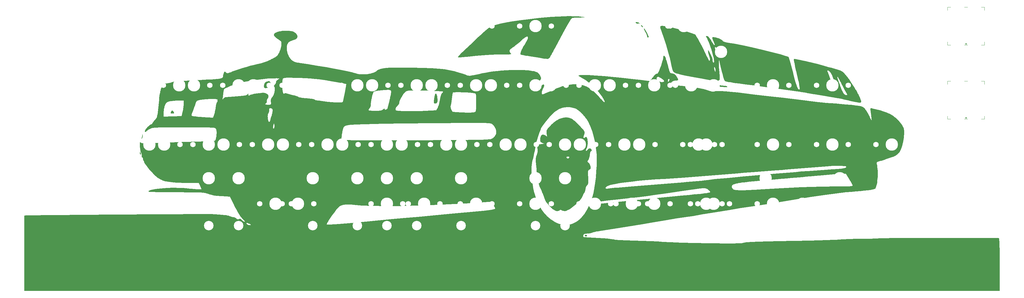
<source format=gbr>
%TF.GenerationSoftware,KiCad,Pcbnew,8.0.5*%
%TF.CreationDate,2024-09-17T11:40:20-04:00*%
%TF.ProjectId,Limousine,4c696d6f-7573-4696-9e65-2e6b69636164,rev?*%
%TF.SameCoordinates,Original*%
%TF.FileFunction,Legend,Top*%
%TF.FilePolarity,Positive*%
%FSLAX46Y46*%
G04 Gerber Fmt 4.6, Leading zero omitted, Abs format (unit mm)*
G04 Created by KiCad (PCBNEW 8.0.5) date 2024-09-17 11:40:20*
%MOMM*%
%LPD*%
G01*
G04 APERTURE LIST*
%ADD10C,0.000000*%
%ADD11C,0.120000*%
%ADD12C,1.750000*%
%ADD13C,3.987800*%
%ADD14C,3.048000*%
G04 APERTURE END LIST*
D10*
G36*
X194027537Y-92533602D02*
G01*
X194045809Y-92534460D01*
X194063883Y-92535878D01*
X194081730Y-92537848D01*
X194099324Y-92540360D01*
X194116638Y-92543407D01*
X194133644Y-92546977D01*
X194150316Y-92551063D01*
X194166626Y-92555656D01*
X194182547Y-92560746D01*
X194198052Y-92566324D01*
X194213114Y-92572382D01*
X194227706Y-92578910D01*
X194241800Y-92585899D01*
X194255370Y-92593340D01*
X194268388Y-92601225D01*
X194280827Y-92609543D01*
X194292661Y-92618287D01*
X194303861Y-92627447D01*
X194314401Y-92637013D01*
X194324254Y-92646978D01*
X194333393Y-92657331D01*
X194341790Y-92668064D01*
X194349418Y-92679168D01*
X194356250Y-92690634D01*
X194362260Y-92702452D01*
X194367419Y-92714614D01*
X194371701Y-92727111D01*
X194375079Y-92739933D01*
X194377525Y-92753071D01*
X194379013Y-92766518D01*
X194379515Y-92780262D01*
X194379013Y-92791833D01*
X194377525Y-92803382D01*
X194375079Y-92814885D01*
X194371701Y-92826320D01*
X194367419Y-92837666D01*
X194362260Y-92848898D01*
X194356250Y-92859994D01*
X194349418Y-92870932D01*
X194333393Y-92892244D01*
X194314401Y-92912651D01*
X194292661Y-92931974D01*
X194268388Y-92950030D01*
X194241800Y-92966639D01*
X194213114Y-92981621D01*
X194182547Y-92994794D01*
X194150316Y-93005978D01*
X194116638Y-93014991D01*
X194081730Y-93021653D01*
X194045809Y-93025783D01*
X194009092Y-93027200D01*
X193990650Y-93026842D01*
X193972380Y-93025783D01*
X193954308Y-93024046D01*
X193936462Y-93021653D01*
X193918869Y-93018627D01*
X193901557Y-93014991D01*
X193884552Y-93010767D01*
X193867881Y-93005978D01*
X193851572Y-93000646D01*
X193835652Y-92994794D01*
X193820148Y-92988445D01*
X193805087Y-92981621D01*
X193790496Y-92974345D01*
X193776402Y-92966639D01*
X193762833Y-92958527D01*
X193749815Y-92950030D01*
X193737377Y-92941171D01*
X193725544Y-92931974D01*
X193714344Y-92922459D01*
X193703804Y-92912651D01*
X193693951Y-92902572D01*
X193684813Y-92892244D01*
X193676416Y-92881690D01*
X193668788Y-92870932D01*
X193661956Y-92859994D01*
X193655946Y-92848898D01*
X193650787Y-92837666D01*
X193646505Y-92826320D01*
X193643127Y-92814885D01*
X193640681Y-92803382D01*
X193639193Y-92791833D01*
X193638691Y-92780262D01*
X193639193Y-92766518D01*
X193640681Y-92753071D01*
X193643127Y-92739933D01*
X193646505Y-92727111D01*
X193650787Y-92714614D01*
X193655946Y-92702452D01*
X193661956Y-92690634D01*
X193668788Y-92679168D01*
X193676416Y-92668064D01*
X193684813Y-92657331D01*
X193693951Y-92646978D01*
X193703804Y-92637013D01*
X193725544Y-92618287D01*
X193749815Y-92601225D01*
X193776402Y-92585899D01*
X193805087Y-92572382D01*
X193835652Y-92560746D01*
X193867881Y-92551063D01*
X193901557Y-92543407D01*
X193936462Y-92537848D01*
X193972380Y-92534460D01*
X194009092Y-92533314D01*
X194027537Y-92533602D01*
G37*
G36*
X50998408Y-65881272D02*
G01*
X51009760Y-65884923D01*
X51021547Y-65891685D01*
X51033731Y-65901544D01*
X51046277Y-65914487D01*
X51059149Y-65930500D01*
X51072310Y-65949571D01*
X51085725Y-65971684D01*
X51113168Y-66024985D01*
X51141190Y-66090297D01*
X51169502Y-66167510D01*
X51197813Y-66256516D01*
X51225835Y-66357206D01*
X51232420Y-66382377D01*
X51238291Y-66406938D01*
X51243456Y-66430856D01*
X51247925Y-66454101D01*
X51251707Y-66476641D01*
X51254810Y-66498443D01*
X51257244Y-66519477D01*
X51259018Y-66539710D01*
X51260141Y-66559112D01*
X51260621Y-66577650D01*
X51260469Y-66595293D01*
X51259693Y-66612009D01*
X51258301Y-66627766D01*
X51256304Y-66642533D01*
X51253710Y-66656279D01*
X51250528Y-66668970D01*
X51246767Y-66680577D01*
X51242437Y-66691067D01*
X51237546Y-66700408D01*
X51232103Y-66708569D01*
X51226118Y-66715519D01*
X51219599Y-66721225D01*
X51212555Y-66725656D01*
X51208840Y-66727383D01*
X51204997Y-66728780D01*
X51201027Y-66729842D01*
X51196931Y-66730566D01*
X51192712Y-66730947D01*
X51188369Y-66730982D01*
X51179318Y-66729996D01*
X51169788Y-66727577D01*
X51159788Y-66723693D01*
X51149326Y-66718312D01*
X51138413Y-66711403D01*
X51127056Y-66702934D01*
X51104212Y-66687347D01*
X51082056Y-66668541D01*
X51060695Y-66646769D01*
X51040239Y-66622284D01*
X51020796Y-66595340D01*
X51002474Y-66566189D01*
X50985382Y-66535085D01*
X50969629Y-66502282D01*
X50955323Y-66468032D01*
X50942572Y-66432588D01*
X50931485Y-66396205D01*
X50922170Y-66359134D01*
X50914737Y-66321630D01*
X50909293Y-66283945D01*
X50905947Y-66246334D01*
X50904808Y-66209048D01*
X50906785Y-66123080D01*
X50912525Y-66050316D01*
X50916715Y-66018851D01*
X50921737Y-65990646D01*
X50927555Y-65965688D01*
X50934133Y-65943963D01*
X50941434Y-65925457D01*
X50949422Y-65910157D01*
X50958062Y-65898050D01*
X50967316Y-65889121D01*
X50977149Y-65883358D01*
X50987525Y-65880746D01*
X50998408Y-65881272D01*
G37*
G36*
X51720801Y-60203189D02*
G01*
X51725194Y-60206445D01*
X51729831Y-60211871D01*
X51734725Y-60219467D01*
X51745342Y-60241171D01*
X51757152Y-60271556D01*
X51770265Y-60310623D01*
X51784788Y-60358372D01*
X51800830Y-60414801D01*
X51818500Y-60479913D01*
X51826325Y-60527602D01*
X51831328Y-60577824D01*
X51833583Y-60630215D01*
X51833161Y-60684415D01*
X51830134Y-60740062D01*
X51824575Y-60796794D01*
X51816557Y-60854250D01*
X51806151Y-60912067D01*
X51793430Y-60969884D01*
X51778466Y-61027340D01*
X51761332Y-61084072D01*
X51742100Y-61139719D01*
X51720842Y-61193919D01*
X51697630Y-61246310D01*
X51672538Y-61296532D01*
X51645636Y-61344221D01*
X51556216Y-61481975D01*
X51490525Y-61580371D01*
X51466036Y-61614810D01*
X51446828Y-61639409D01*
X51432684Y-61654168D01*
X51427444Y-61657858D01*
X51423388Y-61659088D01*
X51420489Y-61657858D01*
X51418721Y-61654168D01*
X51418057Y-61648019D01*
X51418468Y-61639409D01*
X51422412Y-61614810D01*
X51430334Y-61580371D01*
X51457247Y-61481975D01*
X51497473Y-61344221D01*
X51526171Y-61245298D01*
X51555737Y-61136248D01*
X51584725Y-61020831D01*
X51611686Y-60902810D01*
X51635175Y-60785947D01*
X51653745Y-60674002D01*
X51660732Y-60621049D01*
X51665948Y-60570737D01*
X51669209Y-60523534D01*
X51670337Y-60479913D01*
X51674985Y-60414801D01*
X51679742Y-60358372D01*
X51684716Y-60310623D01*
X51690015Y-60271556D01*
X51695749Y-60241171D01*
X51698812Y-60229234D01*
X51702025Y-60219467D01*
X51705400Y-60211871D01*
X51708952Y-60206445D01*
X51712694Y-60203189D01*
X51716639Y-60202104D01*
X51720801Y-60203189D01*
G37*
G36*
X236493044Y-44431190D02*
G01*
X237002119Y-44453228D01*
X237233388Y-44464179D01*
X237463210Y-44478312D01*
X237912725Y-44514970D01*
X238339089Y-44560886D01*
X238730727Y-44613747D01*
X238909907Y-44642058D01*
X239076064Y-44671238D01*
X239227751Y-44700995D01*
X239363523Y-44731042D01*
X239481931Y-44761089D01*
X239581529Y-44790846D01*
X239660870Y-44820025D01*
X239718507Y-44848335D01*
X239778550Y-44887704D01*
X239819168Y-44922516D01*
X239839457Y-44952842D01*
X239841695Y-44966345D01*
X239838512Y-44978754D01*
X239829794Y-44990078D01*
X239815429Y-45000326D01*
X239769303Y-45017629D01*
X239699231Y-45030737D01*
X239604307Y-45039720D01*
X239483627Y-45044651D01*
X239336288Y-45045604D01*
X238958011Y-45035861D01*
X238462241Y-45011070D01*
X237841743Y-44971809D01*
X237364447Y-44931539D01*
X236903356Y-44885769D01*
X236470046Y-44835947D01*
X236076093Y-44783520D01*
X235733072Y-44729935D01*
X235584278Y-44703161D01*
X235452558Y-44676639D01*
X235339359Y-44650552D01*
X235246127Y-44625079D01*
X235174311Y-44600402D01*
X235125355Y-44576702D01*
X235089730Y-44550086D01*
X235075338Y-44525821D01*
X235076049Y-44514582D01*
X235082000Y-44503943D01*
X235109534Y-44484489D01*
X235157760Y-44467494D01*
X235226496Y-44452995D01*
X235315561Y-44441027D01*
X235424775Y-44431628D01*
X235702924Y-44420679D01*
X236059496Y-44420437D01*
X236493044Y-44431190D01*
G37*
G36*
X187777135Y-54781396D02*
G01*
X188036969Y-54796964D01*
X188293114Y-54827218D01*
X188544917Y-54872232D01*
X188791729Y-54932076D01*
X189032897Y-55006824D01*
X189267772Y-55096548D01*
X189429906Y-55179141D01*
X189626080Y-55303552D01*
X189851555Y-55465293D01*
X190101592Y-55659881D01*
X190371452Y-55882829D01*
X190656397Y-56129652D01*
X190951688Y-56395865D01*
X191252586Y-56676981D01*
X191852247Y-57265982D01*
X192141533Y-57564896D01*
X192417471Y-57860772D01*
X192675322Y-58149124D01*
X192910347Y-58425467D01*
X193117807Y-58685315D01*
X193292964Y-58924182D01*
X193358107Y-59013791D01*
X193414750Y-59098154D01*
X193463072Y-59178393D01*
X193503256Y-59255629D01*
X193535481Y-59330984D01*
X193559928Y-59405578D01*
X193569292Y-59442941D01*
X193576780Y-59480534D01*
X193582413Y-59518498D01*
X193586215Y-59556973D01*
X193588416Y-59636016D01*
X193583562Y-59718785D01*
X193571836Y-59806401D01*
X193553417Y-59899986D01*
X193528487Y-60000661D01*
X193497227Y-60109547D01*
X193459817Y-60227766D01*
X193416438Y-60356439D01*
X193385399Y-60444844D01*
X193357100Y-60529465D01*
X193331533Y-60610279D01*
X193308688Y-60687263D01*
X193288555Y-60760394D01*
X193271127Y-60829650D01*
X193256393Y-60895008D01*
X193244346Y-60956446D01*
X193234975Y-61013941D01*
X193228273Y-61067470D01*
X193224229Y-61117011D01*
X193222834Y-61162542D01*
X193224081Y-61204038D01*
X193227959Y-61241479D01*
X193234460Y-61274842D01*
X193243574Y-61304103D01*
X193255293Y-61329240D01*
X193269608Y-61350231D01*
X193286508Y-61367052D01*
X193305987Y-61379682D01*
X193328033Y-61388098D01*
X193352639Y-61392277D01*
X193379795Y-61392196D01*
X193409493Y-61387834D01*
X193441722Y-61379166D01*
X193476475Y-61366171D01*
X193513742Y-61348827D01*
X193553514Y-61327109D01*
X193595781Y-61300997D01*
X193640536Y-61270467D01*
X193687769Y-61235496D01*
X193737471Y-61196063D01*
X193791069Y-61152967D01*
X193840977Y-61116383D01*
X193864660Y-61100578D01*
X193887557Y-61086455D01*
X193909712Y-61074033D01*
X193931170Y-61063328D01*
X193951978Y-61054360D01*
X193972179Y-61047146D01*
X193991820Y-61041705D01*
X194010945Y-61038055D01*
X194029600Y-61036213D01*
X194047830Y-61036198D01*
X194065680Y-61038027D01*
X194083196Y-61041720D01*
X194100421Y-61047294D01*
X194117403Y-61054767D01*
X194134186Y-61064157D01*
X194150814Y-61075483D01*
X194167335Y-61088762D01*
X194183791Y-61104012D01*
X194200230Y-61121252D01*
X194216696Y-61140499D01*
X194233234Y-61161773D01*
X194249889Y-61185090D01*
X194266707Y-61210469D01*
X194283733Y-61237928D01*
X194318589Y-61299159D01*
X194354820Y-61368927D01*
X194388177Y-61437787D01*
X194418812Y-61514374D01*
X194472024Y-61688652D01*
X194514673Y-61887600D01*
X194546977Y-62107059D01*
X194569151Y-62342868D01*
X194581414Y-62590868D01*
X194583983Y-62846898D01*
X194577073Y-63106798D01*
X194560904Y-63366409D01*
X194535690Y-63621571D01*
X194501650Y-63868124D01*
X194459001Y-64101907D01*
X194407960Y-64318761D01*
X194348743Y-64514526D01*
X194281568Y-64685042D01*
X194206651Y-64826149D01*
X194164821Y-64896386D01*
X194127246Y-64963507D01*
X194093840Y-65027437D01*
X194064517Y-65088097D01*
X194039191Y-65145410D01*
X194017776Y-65199301D01*
X194000186Y-65249692D01*
X193986336Y-65296506D01*
X193976139Y-65339667D01*
X193969509Y-65379097D01*
X193966362Y-65414719D01*
X193966609Y-65446458D01*
X193970167Y-65474235D01*
X193976949Y-65497975D01*
X193986868Y-65517600D01*
X193999840Y-65533033D01*
X194015778Y-65544197D01*
X194034596Y-65551016D01*
X194056209Y-65553413D01*
X194080530Y-65551311D01*
X194107474Y-65544632D01*
X194136954Y-65533301D01*
X194168885Y-65517240D01*
X194203181Y-65496373D01*
X194239756Y-65470621D01*
X194278525Y-65439910D01*
X194319400Y-65404162D01*
X194362297Y-65363299D01*
X194407129Y-65317245D01*
X194453811Y-65265924D01*
X194502256Y-65209258D01*
X194552379Y-65147171D01*
X194607942Y-65080606D01*
X194663505Y-65019793D01*
X194719068Y-64964695D01*
X194774632Y-64915277D01*
X194830195Y-64871501D01*
X194885758Y-64833333D01*
X194913539Y-64816339D01*
X194941320Y-64800734D01*
X194969102Y-64786513D01*
X194996883Y-64773671D01*
X195024664Y-64762203D01*
X195052445Y-64752105D01*
X195080226Y-64743373D01*
X195108007Y-64736002D01*
X195135788Y-64729988D01*
X195163569Y-64725325D01*
X195191349Y-64722010D01*
X195219130Y-64720038D01*
X195246910Y-64719404D01*
X195274691Y-64720104D01*
X195302471Y-64722134D01*
X195330251Y-64725488D01*
X195358031Y-64730163D01*
X195385811Y-64736154D01*
X195413591Y-64743455D01*
X195441371Y-64752064D01*
X195479995Y-64769751D01*
X195517113Y-64790256D01*
X195552667Y-64813356D01*
X195586598Y-64838830D01*
X195618846Y-64866457D01*
X195649354Y-64896014D01*
X195678062Y-64927280D01*
X195704911Y-64960035D01*
X195729844Y-64994055D01*
X195752800Y-65029120D01*
X195773722Y-65065008D01*
X195792550Y-65101497D01*
X195809226Y-65138367D01*
X195823690Y-65175394D01*
X195835885Y-65212359D01*
X195845751Y-65249038D01*
X195853230Y-65285211D01*
X195858263Y-65320656D01*
X195860790Y-65355152D01*
X195860754Y-65388476D01*
X195858095Y-65420408D01*
X195852755Y-65450726D01*
X195844675Y-65479207D01*
X195833796Y-65505632D01*
X195820059Y-65529777D01*
X195803406Y-65551422D01*
X195783778Y-65570345D01*
X195761116Y-65586324D01*
X195735361Y-65599138D01*
X195706454Y-65608565D01*
X195674337Y-65614383D01*
X195638951Y-65616372D01*
X195627305Y-65617950D01*
X195615528Y-65622630D01*
X195591634Y-65640970D01*
X195567379Y-65670740D01*
X195542870Y-65711290D01*
X195518216Y-65761968D01*
X195493525Y-65822124D01*
X195468908Y-65891106D01*
X195444471Y-65968263D01*
X195396575Y-66144499D01*
X195350707Y-66345623D01*
X195307735Y-66566427D01*
X195268528Y-66801702D01*
X195252663Y-66927454D01*
X195233072Y-67054145D01*
X195210081Y-67180981D01*
X195184017Y-67307167D01*
X195155204Y-67431905D01*
X195123968Y-67554400D01*
X195090634Y-67673857D01*
X195055528Y-67789479D01*
X195018975Y-67900471D01*
X194981301Y-68006037D01*
X194942831Y-68105381D01*
X194903891Y-68197708D01*
X194864806Y-68282220D01*
X194825902Y-68358124D01*
X194787504Y-68424622D01*
X194749937Y-68480918D01*
X194697877Y-68556004D01*
X194652942Y-68624360D01*
X194633204Y-68656264D01*
X194615315Y-68686784D01*
X194599299Y-68716020D01*
X194585176Y-68744071D01*
X194572971Y-68771037D01*
X194562706Y-68797017D01*
X194554404Y-68822111D01*
X194548086Y-68846418D01*
X194543776Y-68870038D01*
X194541496Y-68893070D01*
X194541269Y-68915614D01*
X194543118Y-68937769D01*
X194547065Y-68959634D01*
X194553132Y-68981310D01*
X194561343Y-69002895D01*
X194571720Y-69024489D01*
X194584285Y-69046192D01*
X194599061Y-69068103D01*
X194616071Y-69090322D01*
X194635338Y-69112947D01*
X194656883Y-69136079D01*
X194680730Y-69159817D01*
X194706901Y-69184261D01*
X194735419Y-69209509D01*
X194799586Y-69262819D01*
X194873411Y-69320542D01*
X194919955Y-69361248D01*
X194966789Y-69408900D01*
X195013622Y-69462918D01*
X195060166Y-69522725D01*
X195106130Y-69587740D01*
X195151227Y-69657386D01*
X195195166Y-69731083D01*
X195237657Y-69808253D01*
X195278412Y-69888317D01*
X195317141Y-69970696D01*
X195353555Y-70054810D01*
X195387363Y-70140082D01*
X195418278Y-70225933D01*
X195446008Y-70311783D01*
X195470266Y-70397054D01*
X195490761Y-70481167D01*
X195511561Y-70596460D01*
X195527513Y-70702021D01*
X195533604Y-70751368D01*
X195538402Y-70798539D01*
X195541879Y-70843622D01*
X195544009Y-70886701D01*
X195544764Y-70927863D01*
X195544118Y-70967193D01*
X195542043Y-71004779D01*
X195538511Y-71040704D01*
X195533497Y-71075056D01*
X195526973Y-71107921D01*
X195518911Y-71139383D01*
X195509284Y-71169530D01*
X195498066Y-71198447D01*
X195485230Y-71226220D01*
X195470747Y-71252935D01*
X195454592Y-71278677D01*
X195436736Y-71303534D01*
X195417153Y-71327590D01*
X195395816Y-71350931D01*
X195372697Y-71373645D01*
X195347770Y-71395815D01*
X195321007Y-71417529D01*
X195292381Y-71438872D01*
X195261865Y-71459931D01*
X195229432Y-71480790D01*
X195195055Y-71501536D01*
X195120360Y-71543034D01*
X195037515Y-71588945D01*
X194964618Y-71635977D01*
X194901199Y-71686987D01*
X194846787Y-71744835D01*
X194800912Y-71812377D01*
X194763105Y-71892471D01*
X194732893Y-71987975D01*
X194709808Y-72101746D01*
X194693379Y-72236643D01*
X194683136Y-72395523D01*
X194678608Y-72581244D01*
X194679325Y-72796664D01*
X194694615Y-73328030D01*
X194725242Y-74012484D01*
X194741973Y-74354963D01*
X194754905Y-74661774D01*
X194763713Y-74935450D01*
X194768072Y-75178524D01*
X194767656Y-75393527D01*
X194765556Y-75491294D01*
X194762140Y-75582992D01*
X194757367Y-75668939D01*
X194751197Y-75749450D01*
X194743589Y-75824843D01*
X194734503Y-75895434D01*
X194723897Y-75961539D01*
X194711731Y-76023476D01*
X194697965Y-76081559D01*
X194682557Y-76136107D01*
X194665467Y-76187435D01*
X194646654Y-76235861D01*
X194626078Y-76281700D01*
X194603697Y-76325268D01*
X194579472Y-76366884D01*
X194553361Y-76406862D01*
X194525324Y-76445520D01*
X194495320Y-76483174D01*
X194463308Y-76520141D01*
X194429248Y-76556737D01*
X194354820Y-76630082D01*
X194308858Y-76674837D01*
X194263764Y-76725344D01*
X194219826Y-76780986D01*
X194177335Y-76841150D01*
X194136579Y-76905221D01*
X194097849Y-76972583D01*
X194061433Y-77042622D01*
X194027622Y-77114722D01*
X193996704Y-77188270D01*
X193968969Y-77262649D01*
X193944707Y-77337245D01*
X193924207Y-77411443D01*
X193907759Y-77484629D01*
X193895651Y-77556187D01*
X193888175Y-77625502D01*
X193885618Y-77691960D01*
X193883629Y-77759278D01*
X193877805Y-77831154D01*
X193868363Y-77906936D01*
X193855522Y-77985975D01*
X193839497Y-78067618D01*
X193820506Y-78151214D01*
X193798766Y-78236113D01*
X193774494Y-78321663D01*
X193747907Y-78407213D01*
X193719223Y-78492112D01*
X193688657Y-78575710D01*
X193656428Y-78657353D01*
X193622753Y-78736393D01*
X193587848Y-78812177D01*
X193551930Y-78884055D01*
X193515217Y-78951374D01*
X193362032Y-79250410D01*
X193178750Y-79602690D01*
X192990838Y-79968860D01*
X192903104Y-80144857D01*
X192823762Y-80309568D01*
X192737598Y-80474760D01*
X192637115Y-80645740D01*
X192396677Y-81002169D01*
X192109431Y-81373067D01*
X191782358Y-81752647D01*
X191422439Y-82135121D01*
X191036655Y-82514701D01*
X190631989Y-82885600D01*
X190215422Y-83242029D01*
X189793935Y-83578202D01*
X189374509Y-83888329D01*
X188964126Y-84166624D01*
X188569768Y-84407298D01*
X188198415Y-84604564D01*
X187857050Y-84752635D01*
X187699794Y-84806413D01*
X187552654Y-84845721D01*
X187416500Y-84869837D01*
X187292207Y-84878036D01*
X187226024Y-84876619D01*
X187157454Y-84872489D01*
X187087002Y-84865827D01*
X187015174Y-84856814D01*
X186942479Y-84845630D01*
X186869421Y-84832457D01*
X186796507Y-84817475D01*
X186724245Y-84800865D01*
X186653140Y-84782808D01*
X186583698Y-84763485D01*
X186516427Y-84743077D01*
X186451832Y-84721764D01*
X186390421Y-84699728D01*
X186332699Y-84677149D01*
X186279174Y-84654209D01*
X186230351Y-84631088D01*
X186171599Y-84600702D01*
X186143296Y-84587028D01*
X186115704Y-84574367D01*
X186088818Y-84562719D01*
X186062632Y-84552084D01*
X186037142Y-84542461D01*
X186012345Y-84533852D01*
X185988235Y-84526255D01*
X185964808Y-84519672D01*
X185942058Y-84514101D01*
X185919983Y-84509543D01*
X185898577Y-84505998D01*
X185877836Y-84503466D01*
X185857754Y-84501946D01*
X185838329Y-84501440D01*
X185819554Y-84501946D01*
X185801426Y-84503466D01*
X185783940Y-84505998D01*
X185767091Y-84509543D01*
X185750876Y-84514101D01*
X185735288Y-84519672D01*
X185720325Y-84526255D01*
X185705981Y-84533852D01*
X185692252Y-84542461D01*
X185679133Y-84552084D01*
X185666619Y-84562719D01*
X185654707Y-84574367D01*
X185643392Y-84587028D01*
X185632669Y-84600702D01*
X185622533Y-84615388D01*
X185612980Y-84631088D01*
X185595126Y-84654209D01*
X185569675Y-84677149D01*
X185537133Y-84699728D01*
X185498007Y-84721764D01*
X185452804Y-84743077D01*
X185402029Y-84763485D01*
X185346190Y-84782808D01*
X185285793Y-84800865D01*
X185221343Y-84817475D01*
X185153349Y-84832457D01*
X185082316Y-84845630D01*
X185008750Y-84856814D01*
X184933158Y-84865827D01*
X184856047Y-84872489D01*
X184777924Y-84876619D01*
X184699293Y-84878036D01*
X184602526Y-84871050D01*
X184497850Y-84850508D01*
X184385894Y-84817034D01*
X184267287Y-84771251D01*
X184012633Y-84645258D01*
X183738915Y-84477521D01*
X183451162Y-84273031D01*
X183154401Y-84036781D01*
X182853661Y-83773763D01*
X182553970Y-83488968D01*
X182260356Y-83187389D01*
X181977848Y-82874018D01*
X181711472Y-82553847D01*
X181466258Y-82231867D01*
X181247233Y-81913072D01*
X181059425Y-81602452D01*
X180907863Y-81305000D01*
X180847246Y-81162772D01*
X180797575Y-81025708D01*
X180663786Y-80619984D01*
X180518999Y-80210788D01*
X180359162Y-79787703D01*
X180180223Y-79340309D01*
X179978132Y-78858188D01*
X179748838Y-78330922D01*
X179192433Y-77099284D01*
X179099116Y-76876997D01*
X179005004Y-76611664D01*
X178911037Y-76308276D01*
X178818155Y-75971826D01*
X178639411Y-75219706D01*
X178476294Y-74395241D01*
X178336328Y-73538364D01*
X178227038Y-72689012D01*
X178155946Y-71887119D01*
X178137076Y-71516450D01*
X178130577Y-71172622D01*
X178127201Y-71046595D01*
X178117458Y-70877448D01*
X178081187Y-70441049D01*
X178026396Y-69925935D01*
X177993501Y-69658394D01*
X177957713Y-69394616D01*
X177932265Y-69213882D01*
X177911555Y-69041469D01*
X177895693Y-68876434D01*
X177884786Y-68717838D01*
X177878944Y-68564740D01*
X177878275Y-68416200D01*
X177882887Y-68271278D01*
X177892889Y-68129032D01*
X177908390Y-67988522D01*
X177929497Y-67848808D01*
X177956320Y-67708950D01*
X177988967Y-67568006D01*
X177990000Y-67564180D01*
X187769087Y-67564180D01*
X187769705Y-67578945D01*
X187771697Y-67594053D01*
X187775082Y-67609492D01*
X187779879Y-67625247D01*
X187786104Y-67641305D01*
X187791163Y-67657436D01*
X187797058Y-67673399D01*
X187803759Y-67689173D01*
X187811232Y-67704734D01*
X187819448Y-67720060D01*
X187828373Y-67735127D01*
X187848226Y-67764400D01*
X187870540Y-67792369D01*
X187895060Y-67818855D01*
X187921533Y-67843678D01*
X187949707Y-67866655D01*
X187979327Y-67887606D01*
X188010142Y-67906351D01*
X188041896Y-67922707D01*
X188074338Y-67936496D01*
X188107215Y-67947535D01*
X188140272Y-67955644D01*
X188156789Y-67958543D01*
X188173256Y-67960642D01*
X188189642Y-67961918D01*
X188205916Y-67962349D01*
X188222189Y-67961918D01*
X188238580Y-67960642D01*
X188255062Y-67958543D01*
X188271607Y-67955644D01*
X188288188Y-67951967D01*
X188304777Y-67947535D01*
X188321349Y-67942371D01*
X188337875Y-67936496D01*
X188354329Y-67929934D01*
X188370683Y-67922707D01*
X188402985Y-67906351D01*
X188434563Y-67887606D01*
X188465201Y-67866655D01*
X188494680Y-67843678D01*
X188522786Y-67818855D01*
X188549299Y-67792369D01*
X188574005Y-67764400D01*
X188596685Y-67735127D01*
X188617122Y-67704734D01*
X188626432Y-67689173D01*
X188635100Y-67673399D01*
X188643098Y-67657436D01*
X188650401Y-67641305D01*
X188654382Y-67625247D01*
X188657075Y-67609492D01*
X188658493Y-67594053D01*
X188658649Y-67578945D01*
X188657557Y-67564180D01*
X188655230Y-67549772D01*
X188651683Y-67535734D01*
X188646929Y-67522082D01*
X188640980Y-67508827D01*
X188633852Y-67495983D01*
X188625557Y-67483564D01*
X188616109Y-67471585D01*
X188605522Y-67460057D01*
X188593809Y-67448995D01*
X188580983Y-67438412D01*
X188567059Y-67428322D01*
X188552049Y-67418738D01*
X188535968Y-67409674D01*
X188500646Y-67393161D01*
X188461200Y-67378891D01*
X188417738Y-67366972D01*
X188370371Y-67357512D01*
X188319206Y-67350621D01*
X188264351Y-67346407D01*
X188205916Y-67344978D01*
X188176256Y-67345337D01*
X188147482Y-67346407D01*
X188119613Y-67348173D01*
X188092667Y-67350621D01*
X188066660Y-67353739D01*
X188041613Y-67357512D01*
X188017542Y-67361928D01*
X187994466Y-67366972D01*
X187972403Y-67372630D01*
X187951371Y-67378891D01*
X187931388Y-67385739D01*
X187912472Y-67393161D01*
X187894641Y-67401144D01*
X187877913Y-67409674D01*
X187862307Y-67418738D01*
X187847841Y-67428322D01*
X187834532Y-67438412D01*
X187822398Y-67448995D01*
X187811459Y-67460057D01*
X187801731Y-67471585D01*
X187793233Y-67483564D01*
X187785983Y-67495983D01*
X187779999Y-67508827D01*
X187775300Y-67522082D01*
X187771902Y-67535734D01*
X187769825Y-67549772D01*
X187769087Y-67564180D01*
X177990000Y-67564180D01*
X178027547Y-67425036D01*
X178072168Y-67279100D01*
X178122938Y-67129257D01*
X178179966Y-66974566D01*
X178233214Y-66840312D01*
X178281832Y-66706203D01*
X178325818Y-66572384D01*
X178365175Y-66438999D01*
X178399900Y-66306193D01*
X178429996Y-66174111D01*
X178455461Y-66042897D01*
X178476296Y-65912695D01*
X178492501Y-65783652D01*
X178504077Y-65655911D01*
X178511022Y-65529617D01*
X178513338Y-65404915D01*
X178511024Y-65281949D01*
X178504080Y-65160865D01*
X178492507Y-65041806D01*
X178476304Y-64924917D01*
X178444314Y-64712919D01*
X178422960Y-64520742D01*
X178413036Y-64347376D01*
X178412609Y-64267430D01*
X178415339Y-64191807D01*
X178421324Y-64120379D01*
X178430664Y-64053021D01*
X178443459Y-63989606D01*
X178459808Y-63930007D01*
X178479810Y-63874098D01*
X178503566Y-63821752D01*
X178531174Y-63772842D01*
X178562734Y-63727242D01*
X178598345Y-63684826D01*
X178638107Y-63645466D01*
X178682120Y-63609036D01*
X178730482Y-63575409D01*
X178783294Y-63544460D01*
X178840655Y-63516060D01*
X178902663Y-63490085D01*
X178969420Y-63466406D01*
X179041024Y-63444898D01*
X179117575Y-63425434D01*
X179285914Y-63392131D01*
X179475233Y-63365484D01*
X179686329Y-63344480D01*
X180674101Y-63245712D01*
X180007341Y-62949363D01*
X179879970Y-62891101D01*
X179766236Y-62827051D01*
X179665886Y-62756635D01*
X179620650Y-62718858D01*
X179578666Y-62679273D01*
X179539902Y-62637807D01*
X179504325Y-62594387D01*
X179471904Y-62548942D01*
X179442607Y-62501399D01*
X179416404Y-62451685D01*
X179393261Y-62399728D01*
X179373149Y-62345456D01*
X179356033Y-62288797D01*
X179341885Y-62229678D01*
X179330670Y-62168026D01*
X179316919Y-62036837D01*
X179314526Y-61894651D01*
X179323238Y-61740889D01*
X179342802Y-61574972D01*
X179372966Y-61396321D01*
X179413474Y-61204358D01*
X179464076Y-60998504D01*
X179483746Y-60930717D01*
X179505682Y-60866272D01*
X179529833Y-60805181D01*
X179556150Y-60747460D01*
X179584583Y-60693120D01*
X179615083Y-60642177D01*
X179647599Y-60594642D01*
X179682082Y-60550531D01*
X179718482Y-60509856D01*
X179756749Y-60472631D01*
X179796835Y-60438870D01*
X179838688Y-60408586D01*
X179882259Y-60381792D01*
X179927499Y-60358503D01*
X179974358Y-60338732D01*
X180022786Y-60322493D01*
X180072733Y-60309798D01*
X180124149Y-60300662D01*
X180176986Y-60295098D01*
X180231193Y-60293120D01*
X180286720Y-60294741D01*
X180343517Y-60299975D01*
X180401536Y-60308836D01*
X180460726Y-60321336D01*
X180521037Y-60337490D01*
X180582420Y-60357312D01*
X180644825Y-60380813D01*
X180708202Y-60408010D01*
X180772502Y-60438914D01*
X180837674Y-60473539D01*
X180903670Y-60511899D01*
X180970439Y-60554008D01*
X181563115Y-60949115D01*
X181414924Y-59887258D01*
X181389709Y-59707602D01*
X181370606Y-59546213D01*
X181359099Y-59399946D01*
X181356672Y-59265652D01*
X181359326Y-59202011D01*
X181364807Y-59140184D01*
X181373299Y-59079777D01*
X181384987Y-59020396D01*
X181400058Y-58961648D01*
X181418696Y-58903140D01*
X181441087Y-58844478D01*
X181467417Y-58785269D01*
X181497870Y-58725120D01*
X181532632Y-58663637D01*
X181615826Y-58535095D01*
X181718481Y-58396497D01*
X181842080Y-58244695D01*
X181988106Y-58076543D01*
X182158043Y-57888894D01*
X182575581Y-57442514D01*
X182714839Y-57297415D01*
X182863139Y-57149894D01*
X183019107Y-57000997D01*
X183181369Y-56851775D01*
X183348551Y-56703276D01*
X183519276Y-56556550D01*
X183865864Y-56272611D01*
X184210137Y-56008350D01*
X184377969Y-55886222D01*
X184541099Y-55772160D01*
X184698152Y-55667214D01*
X184847753Y-55572432D01*
X184988529Y-55488864D01*
X185119105Y-55417559D01*
X185380025Y-55290241D01*
X185643766Y-55176885D01*
X185909677Y-55077565D01*
X186177108Y-54992353D01*
X186445407Y-54921321D01*
X186713923Y-54864542D01*
X186982005Y-54822087D01*
X187249002Y-54794030D01*
X187514262Y-54780442D01*
X187777135Y-54781396D01*
G37*
G36*
X61304255Y-52546837D02*
G01*
X61331634Y-52551971D01*
X61359353Y-52560425D01*
X61387388Y-52572189D01*
X61415717Y-52587253D01*
X61444318Y-52605609D01*
X61473167Y-52627248D01*
X61502242Y-52652161D01*
X61531521Y-52680338D01*
X61560980Y-52711771D01*
X61590598Y-52746451D01*
X61620351Y-52784369D01*
X61650217Y-52825515D01*
X61680174Y-52869880D01*
X61710198Y-52917456D01*
X61740267Y-52968234D01*
X61770360Y-53022204D01*
X61809065Y-53101001D01*
X61841549Y-53171045D01*
X61867376Y-53232841D01*
X61886114Y-53286896D01*
X61892689Y-53311178D01*
X61897328Y-53333716D01*
X61899978Y-53354571D01*
X61900584Y-53373808D01*
X61899092Y-53391489D01*
X61895448Y-53407678D01*
X61889597Y-53422438D01*
X61881485Y-53435833D01*
X61871058Y-53447926D01*
X61858262Y-53458779D01*
X61843042Y-53468457D01*
X61825344Y-53477023D01*
X61805114Y-53484539D01*
X61782298Y-53491070D01*
X61756841Y-53496678D01*
X61728689Y-53501428D01*
X61664083Y-53508602D01*
X61588046Y-53513100D01*
X61500144Y-53515427D01*
X61399942Y-53516090D01*
X61282356Y-53515674D01*
X61179238Y-53513920D01*
X61090011Y-53510068D01*
X61014095Y-53503358D01*
X60980948Y-53498695D01*
X60950912Y-53493031D01*
X60923915Y-53486274D01*
X60899884Y-53478328D01*
X60878747Y-53469097D01*
X60860431Y-53458487D01*
X60844865Y-53446403D01*
X60831975Y-53432750D01*
X60821690Y-53417433D01*
X60813936Y-53400357D01*
X60808643Y-53381428D01*
X60805737Y-53360549D01*
X60805146Y-53337626D01*
X60806798Y-53312565D01*
X60810620Y-53285270D01*
X60816541Y-53255646D01*
X60824487Y-53223598D01*
X60834386Y-53189032D01*
X60859756Y-53111964D01*
X60892070Y-53023681D01*
X60930752Y-52923425D01*
X60949630Y-52874229D01*
X60969210Y-52828496D01*
X60989467Y-52786217D01*
X61010381Y-52747384D01*
X61031927Y-52711987D01*
X61054084Y-52680018D01*
X61076829Y-52651466D01*
X61100139Y-52626324D01*
X61123992Y-52604582D01*
X61148365Y-52586232D01*
X61173235Y-52571263D01*
X61198580Y-52559668D01*
X61224377Y-52551437D01*
X61250603Y-52546560D01*
X61277237Y-52545030D01*
X61304255Y-52546837D01*
G37*
G36*
X145911787Y-47095565D02*
G01*
X145936592Y-47101560D01*
X145960909Y-47112276D01*
X145984733Y-47127708D01*
X146008060Y-47147851D01*
X146030885Y-47172702D01*
X146053203Y-47202255D01*
X146075011Y-47236506D01*
X146117075Y-47319085D01*
X146157041Y-47420402D01*
X146194873Y-47540420D01*
X146230534Y-47679104D01*
X146263989Y-47836418D01*
X146295201Y-48012324D01*
X146324135Y-48206788D01*
X146343668Y-48336652D01*
X146360602Y-48462324D01*
X146374941Y-48583809D01*
X146386688Y-48701111D01*
X146395850Y-48814236D01*
X146402429Y-48923186D01*
X146406432Y-49027968D01*
X146407861Y-49128586D01*
X146406722Y-49225043D01*
X146403019Y-49317345D01*
X146396758Y-49405496D01*
X146387941Y-49489501D01*
X146376574Y-49569364D01*
X146362662Y-49645089D01*
X146346208Y-49716682D01*
X146327217Y-49784146D01*
X146305695Y-49847487D01*
X146281645Y-49906708D01*
X146255071Y-49961815D01*
X146225979Y-50012811D01*
X146194373Y-50059702D01*
X146160258Y-50102491D01*
X146123637Y-50141184D01*
X146084516Y-50175785D01*
X146042899Y-50206298D01*
X145998790Y-50232728D01*
X145952194Y-50255079D01*
X145903116Y-50273357D01*
X145851560Y-50287564D01*
X145797531Y-50297707D01*
X145741032Y-50303790D01*
X145682069Y-50305816D01*
X145599234Y-50304399D01*
X145526383Y-50299112D01*
X145463080Y-50288399D01*
X145408893Y-50270704D01*
X145385082Y-50258752D01*
X145363388Y-50244472D01*
X145343755Y-50227668D01*
X145326129Y-50208147D01*
X145310457Y-50185715D01*
X145296684Y-50160175D01*
X145284756Y-50131335D01*
X145274618Y-50099000D01*
X145259497Y-50023065D01*
X145250887Y-49930817D01*
X145248355Y-49820699D01*
X145251465Y-49691156D01*
X145259785Y-49540632D01*
X145272879Y-49367572D01*
X145311657Y-48947622D01*
X145341613Y-48672028D01*
X145375330Y-48405116D01*
X145411939Y-48153251D01*
X145450574Y-47922802D01*
X145490365Y-47720133D01*
X145510423Y-47631207D01*
X145530444Y-47551613D01*
X145550321Y-47482147D01*
X145569944Y-47423606D01*
X145589205Y-47376785D01*
X145607995Y-47342480D01*
X145667313Y-47254788D01*
X145724858Y-47186160D01*
X145752955Y-47158983D01*
X145780595Y-47136559D01*
X145807774Y-47118883D01*
X145834487Y-47105950D01*
X145860730Y-47097756D01*
X145886498Y-47094296D01*
X145911787Y-47095565D01*
G37*
G36*
X92329183Y-43104863D02*
G01*
X92372817Y-43108471D01*
X92414046Y-43115198D01*
X92453032Y-43125144D01*
X92489938Y-43138410D01*
X92524927Y-43155093D01*
X92558162Y-43175295D01*
X92589804Y-43199114D01*
X92620018Y-43226650D01*
X92648966Y-43258002D01*
X92676811Y-43293270D01*
X92703714Y-43332553D01*
X92729841Y-43375951D01*
X92755352Y-43423563D01*
X92780411Y-43475489D01*
X92829823Y-43592679D01*
X92879380Y-43728317D01*
X92930384Y-43883200D01*
X92984137Y-44058122D01*
X93004605Y-44134037D01*
X93019394Y-44204744D01*
X93028034Y-44270820D01*
X93029901Y-44302303D01*
X93030054Y-44332845D01*
X93028434Y-44362520D01*
X93024984Y-44391398D01*
X93019643Y-44419553D01*
X93012353Y-44447057D01*
X93003056Y-44473982D01*
X92991692Y-44500400D01*
X92978203Y-44526385D01*
X92962530Y-44552008D01*
X92944614Y-44577341D01*
X92924397Y-44602457D01*
X92901820Y-44627429D01*
X92876823Y-44652328D01*
X92849348Y-44677228D01*
X92819337Y-44702199D01*
X92751470Y-44752649D01*
X92672750Y-44804256D01*
X92582708Y-44857599D01*
X92480874Y-44913257D01*
X92366777Y-44971809D01*
X92118150Y-45090442D01*
X92001788Y-45141477D01*
X91890685Y-45186972D01*
X91784809Y-45226915D01*
X91684128Y-45261292D01*
X91588611Y-45290089D01*
X91498226Y-45313292D01*
X91412941Y-45330889D01*
X91332726Y-45342865D01*
X91257547Y-45349207D01*
X91187374Y-45349901D01*
X91122175Y-45344934D01*
X91061918Y-45334292D01*
X91006571Y-45317962D01*
X90956104Y-45295930D01*
X90910483Y-45268182D01*
X90869679Y-45234706D01*
X90833658Y-45195487D01*
X90802390Y-45150511D01*
X90775842Y-45099766D01*
X90753983Y-45043238D01*
X90736782Y-44980913D01*
X90724206Y-44912777D01*
X90716225Y-44838818D01*
X90712805Y-44759021D01*
X90713917Y-44673373D01*
X90719528Y-44581860D01*
X90729606Y-44484469D01*
X90744120Y-44381186D01*
X90763039Y-44271998D01*
X90786329Y-44156890D01*
X90806635Y-44062793D01*
X90830702Y-43974773D01*
X90858821Y-43892540D01*
X90891281Y-43815806D01*
X90928370Y-43744279D01*
X90948742Y-43710379D01*
X90970380Y-43677673D01*
X90993320Y-43646124D01*
X91017598Y-43615696D01*
X91043251Y-43586353D01*
X91070315Y-43558060D01*
X91098825Y-43530779D01*
X91128819Y-43504475D01*
X91193401Y-43454652D01*
X91264349Y-43408301D01*
X91341954Y-43365134D01*
X91426504Y-43324860D01*
X91518289Y-43287191D01*
X91617599Y-43251837D01*
X91724722Y-43218508D01*
X91873974Y-43176390D01*
X92007744Y-43143170D01*
X92127334Y-43119646D01*
X92182219Y-43111767D01*
X92234046Y-43106611D01*
X92282980Y-43104277D01*
X92329183Y-43104863D01*
G37*
G36*
X98295716Y-26879814D02*
G01*
X98613168Y-26895338D01*
X98918827Y-26920485D01*
X99209835Y-26955289D01*
X99483336Y-26999788D01*
X99736471Y-27054018D01*
X99966383Y-27118014D01*
X100170213Y-27191813D01*
X100309837Y-27254270D01*
X100441607Y-27321045D01*
X100565482Y-27391826D01*
X100681421Y-27466301D01*
X100789384Y-27544158D01*
X100889329Y-27625085D01*
X100981217Y-27708770D01*
X101065007Y-27794902D01*
X101140658Y-27883168D01*
X101208128Y-27973256D01*
X101267378Y-28064854D01*
X101318367Y-28157650D01*
X101361055Y-28251332D01*
X101395399Y-28345589D01*
X101421360Y-28440108D01*
X101438898Y-28534577D01*
X101447970Y-28628684D01*
X101448538Y-28722118D01*
X101440559Y-28814565D01*
X101423994Y-28905716D01*
X101398801Y-28995256D01*
X101364940Y-29082874D01*
X101322371Y-29168259D01*
X101271052Y-29251099D01*
X101210942Y-29331080D01*
X101142002Y-29407892D01*
X101064191Y-29481222D01*
X100977467Y-29550758D01*
X100881790Y-29616189D01*
X100777120Y-29677202D01*
X100663415Y-29733485D01*
X100540635Y-29784727D01*
X100191438Y-29911292D01*
X99802888Y-30056373D01*
X99083662Y-30328003D01*
X98975366Y-30375102D01*
X98872753Y-30432774D01*
X98775865Y-30500593D01*
X98684742Y-30578132D01*
X98599424Y-30664969D01*
X98519953Y-30760677D01*
X98446370Y-30864832D01*
X98378714Y-30977008D01*
X98317027Y-31096780D01*
X98261350Y-31223724D01*
X98168185Y-31497425D01*
X98099545Y-31794711D01*
X98055757Y-32112182D01*
X98037146Y-32446437D01*
X98044037Y-32794076D01*
X98076756Y-33151699D01*
X98135629Y-33515905D01*
X98220981Y-33883294D01*
X98333137Y-34250465D01*
X98472424Y-34614019D01*
X98639166Y-34970555D01*
X98782725Y-35241056D01*
X98927587Y-35488515D01*
X99075632Y-35714197D01*
X99228742Y-35919368D01*
X99388798Y-36105295D01*
X99557680Y-36273243D01*
X99737269Y-36424479D01*
X99929448Y-36560268D01*
X100136096Y-36681877D01*
X100359094Y-36790572D01*
X100600323Y-36887619D01*
X100861666Y-36974284D01*
X101145001Y-37051833D01*
X101452211Y-37121533D01*
X101785176Y-37184648D01*
X102145778Y-37242447D01*
X105020895Y-37678412D01*
X107899196Y-38141869D01*
X110688944Y-38616322D01*
X113298403Y-39085276D01*
X115635837Y-39532237D01*
X117609512Y-39940709D01*
X119127690Y-40294197D01*
X119687301Y-40445166D01*
X120098637Y-40576205D01*
X120476855Y-40689151D01*
X120885675Y-40778294D01*
X121319817Y-40844141D01*
X121774000Y-40887200D01*
X122242941Y-40907975D01*
X122721359Y-40906974D01*
X123203974Y-40884702D01*
X123685504Y-40841668D01*
X124160668Y-40778376D01*
X124624184Y-40695333D01*
X125070770Y-40593047D01*
X125495147Y-40472022D01*
X125892032Y-40332766D01*
X126256143Y-40175786D01*
X126582201Y-40001587D01*
X126729309Y-39908189D01*
X126864923Y-39810676D01*
X127124070Y-39626481D01*
X127398554Y-39462255D01*
X127697925Y-39317127D01*
X128031734Y-39190231D01*
X128409529Y-39080698D01*
X128840861Y-38987660D01*
X129335280Y-38910249D01*
X129902334Y-38847597D01*
X131292552Y-38763096D01*
X133087912Y-38727212D01*
X135364814Y-38733000D01*
X138199655Y-38773515D01*
X141650706Y-38852950D01*
X144462787Y-38955247D01*
X145671175Y-39020666D01*
X146770175Y-39098637D01*
X147776570Y-39191440D01*
X148707145Y-39301353D01*
X149578685Y-39430655D01*
X150407974Y-39581625D01*
X151211797Y-39756542D01*
X152006938Y-39957685D01*
X152810182Y-40187332D01*
X153638313Y-40447763D01*
X154508116Y-40741256D01*
X155436375Y-41070091D01*
X155836315Y-41206395D01*
X156011325Y-41258377D01*
X156177219Y-41299290D01*
X156339639Y-41328916D01*
X156504230Y-41347040D01*
X156676633Y-41353443D01*
X156862493Y-41347909D01*
X157067452Y-41330220D01*
X157297153Y-41300160D01*
X157557239Y-41257512D01*
X157853354Y-41202058D01*
X158576240Y-41051866D01*
X159510957Y-40847848D01*
X160797628Y-40566800D01*
X162002401Y-40331188D01*
X163170710Y-40135512D01*
X164347989Y-39974275D01*
X165579673Y-39841978D01*
X166911196Y-39733122D01*
X168387993Y-39642208D01*
X170055497Y-39563739D01*
X170807164Y-39532719D01*
X171541649Y-39513529D01*
X172256237Y-39505841D01*
X172948217Y-39509331D01*
X173614876Y-39523673D01*
X174253501Y-39548542D01*
X174861378Y-39583612D01*
X175435794Y-39628557D01*
X175974037Y-39683052D01*
X176473394Y-39746772D01*
X176931152Y-39819391D01*
X177344598Y-39900583D01*
X177711018Y-39990022D01*
X178027701Y-40087384D01*
X178291932Y-40192343D01*
X178500999Y-40304573D01*
X178561991Y-40349624D01*
X178624321Y-40401078D01*
X178687593Y-40458394D01*
X178751408Y-40521027D01*
X178815368Y-40588436D01*
X178879074Y-40660078D01*
X178942130Y-40735410D01*
X179004138Y-40813889D01*
X179064698Y-40894972D01*
X179123414Y-40978118D01*
X179179887Y-41062783D01*
X179233720Y-41148425D01*
X179284514Y-41234500D01*
X179331872Y-41320467D01*
X179375395Y-41405782D01*
X179414686Y-41489903D01*
X179466475Y-41617463D01*
X179510668Y-41732507D01*
X179547192Y-41836409D01*
X179562555Y-41884612D01*
X179575974Y-41930545D01*
X179587440Y-41974379D01*
X179596943Y-42016288D01*
X179604475Y-42056442D01*
X179610026Y-42095013D01*
X179613588Y-42132174D01*
X179615151Y-42168096D01*
X179614706Y-42202950D01*
X179612245Y-42236909D01*
X179607758Y-42270145D01*
X179601236Y-42302829D01*
X179592670Y-42335133D01*
X179582051Y-42367229D01*
X179569371Y-42399289D01*
X179554620Y-42431484D01*
X179537788Y-42463987D01*
X179518868Y-42496969D01*
X179497849Y-42530602D01*
X179474723Y-42565058D01*
X179422114Y-42637126D01*
X179360968Y-42714547D01*
X179291212Y-42798696D01*
X179235144Y-42862602D01*
X179182688Y-42929098D01*
X179133840Y-42997881D01*
X179088596Y-43068651D01*
X179046952Y-43141101D01*
X179008901Y-43214931D01*
X178974442Y-43289837D01*
X178943567Y-43365517D01*
X178916274Y-43441666D01*
X178892558Y-43517983D01*
X178872413Y-43594164D01*
X178855836Y-43669906D01*
X178842822Y-43744906D01*
X178833367Y-43818863D01*
X178827465Y-43891471D01*
X178825113Y-43962429D01*
X178826306Y-44031434D01*
X178831040Y-44098183D01*
X178839309Y-44162372D01*
X178851110Y-44223699D01*
X178866437Y-44281860D01*
X178885287Y-44336554D01*
X178907654Y-44387476D01*
X178933535Y-44434325D01*
X178962925Y-44476796D01*
X178995818Y-44514588D01*
X179032212Y-44547396D01*
X179072101Y-44574919D01*
X179115480Y-44596853D01*
X179162346Y-44612895D01*
X179212693Y-44622742D01*
X179266517Y-44626092D01*
X179313628Y-44624669D01*
X179362113Y-44620498D01*
X179411612Y-44613722D01*
X179461761Y-44604486D01*
X179512199Y-44592935D01*
X179562566Y-44579213D01*
X179612498Y-44563466D01*
X179661635Y-44545838D01*
X179709613Y-44526473D01*
X179756073Y-44505517D01*
X179800651Y-44483113D01*
X179842987Y-44459406D01*
X179882718Y-44434542D01*
X179919483Y-44408665D01*
X179952920Y-44381919D01*
X179982667Y-44354449D01*
X179996840Y-44340849D01*
X180011555Y-44327833D01*
X180042468Y-44303567D01*
X180075118Y-44281689D01*
X180109216Y-44262234D01*
X180144471Y-44245238D01*
X180180595Y-44230739D01*
X180217299Y-44218771D01*
X180254292Y-44209371D01*
X180291285Y-44202576D01*
X180327989Y-44198421D01*
X180364114Y-44196943D01*
X180399371Y-44198179D01*
X180433471Y-44202163D01*
X180466124Y-44208933D01*
X180481818Y-44213374D01*
X180497041Y-44218525D01*
X180511758Y-44224391D01*
X180525932Y-44230975D01*
X180541415Y-44243275D01*
X180555450Y-44257026D01*
X180568039Y-44272233D01*
X180579180Y-44288901D01*
X180597123Y-44326636D01*
X180609277Y-44370267D01*
X180615644Y-44419831D01*
X180616223Y-44475364D01*
X180611013Y-44536901D01*
X180600016Y-44604479D01*
X180583232Y-44678134D01*
X180560659Y-44757903D01*
X180532299Y-44843822D01*
X180498150Y-44935926D01*
X180458214Y-45034252D01*
X180412490Y-45138837D01*
X180360978Y-45249716D01*
X180303679Y-45366926D01*
X180251881Y-45470364D01*
X180202986Y-45572242D01*
X180157003Y-45672447D01*
X180113941Y-45770865D01*
X180073808Y-45867385D01*
X180036615Y-45961892D01*
X180002370Y-46054274D01*
X179971082Y-46144418D01*
X179942760Y-46232210D01*
X179917414Y-46317538D01*
X179895051Y-46400289D01*
X179875682Y-46480349D01*
X179859315Y-46557606D01*
X179845960Y-46631946D01*
X179835625Y-46703256D01*
X179828319Y-46771424D01*
X179824052Y-46836337D01*
X179822833Y-46897880D01*
X179824670Y-46955942D01*
X179829572Y-47010409D01*
X179837550Y-47061169D01*
X179848611Y-47108108D01*
X179862765Y-47151112D01*
X179880020Y-47190070D01*
X179900386Y-47224868D01*
X179923873Y-47255393D01*
X179950488Y-47281532D01*
X179980241Y-47303172D01*
X180013142Y-47320200D01*
X180049198Y-47332502D01*
X180088419Y-47339967D01*
X180130815Y-47342480D01*
X180175146Y-47336505D01*
X180242375Y-47318991D01*
X180439886Y-47251804D01*
X180712058Y-47145839D01*
X181047608Y-47006014D01*
X181435246Y-46837252D01*
X181863688Y-46644470D01*
X182321646Y-46432589D01*
X182797834Y-46206529D01*
X183773855Y-45752777D01*
X184729112Y-45354623D01*
X185663100Y-45012104D01*
X186575311Y-44725255D01*
X187465239Y-44494114D01*
X188332378Y-44318715D01*
X189176222Y-44199096D01*
X189996263Y-44135292D01*
X190791997Y-44127339D01*
X191562915Y-44175275D01*
X192308512Y-44279135D01*
X193028281Y-44438954D01*
X193378322Y-44539860D01*
X193721716Y-44654770D01*
X194058400Y-44783688D01*
X194388310Y-44926619D01*
X194711384Y-45083567D01*
X195027557Y-45254536D01*
X195336767Y-45439532D01*
X195638951Y-45638559D01*
X195739149Y-45708085D01*
X195853672Y-45795409D01*
X196120484Y-46018240D01*
X196428969Y-46296633D01*
X196768710Y-46620170D01*
X197129287Y-46978433D01*
X197500284Y-47361005D01*
X197871282Y-47757466D01*
X198231865Y-48157398D01*
X198405930Y-48352873D01*
X198575655Y-48540499D01*
X198740171Y-48719371D01*
X198898609Y-48888584D01*
X199050103Y-49047235D01*
X199193782Y-49194420D01*
X199328780Y-49329233D01*
X199454229Y-49450770D01*
X199569260Y-49558127D01*
X199673004Y-49650400D01*
X199764595Y-49726684D01*
X199843163Y-49786074D01*
X199877292Y-49809151D01*
X199907840Y-49827667D01*
X199934699Y-49841506D01*
X199957760Y-49850557D01*
X199976913Y-49854707D01*
X199992052Y-49853841D01*
X200003067Y-49847848D01*
X200009849Y-49836615D01*
X200017884Y-49785941D01*
X200014510Y-49722345D01*
X199975364Y-49559096D01*
X199896066Y-49352293D01*
X199780269Y-49107364D01*
X199631626Y-48829733D01*
X199453791Y-48524827D01*
X199250417Y-48198071D01*
X199025159Y-47854894D01*
X198781670Y-47500719D01*
X198523603Y-47140974D01*
X198254612Y-46781084D01*
X197978350Y-46426475D01*
X197698472Y-46082575D01*
X197418630Y-45754807D01*
X197142478Y-45448600D01*
X196873671Y-45169378D01*
X196566481Y-44880424D01*
X196226592Y-44575553D01*
X195865289Y-44264315D01*
X195493858Y-43956261D01*
X195123584Y-43660940D01*
X194765754Y-43387902D01*
X194431653Y-43146697D01*
X194132566Y-42946876D01*
X192157023Y-41712156D01*
X191539653Y-41317039D01*
X192231086Y-41144175D01*
X192537672Y-41107652D01*
X193079385Y-41098547D01*
X194766908Y-41154206D01*
X197091084Y-41294366D01*
X199849341Y-41502244D01*
X205857810Y-42054012D01*
X208702878Y-42364333D01*
X211171739Y-42675233D01*
X214505476Y-43119729D01*
X214925288Y-42576464D01*
X215127477Y-42314082D01*
X215176139Y-42251819D01*
X216700220Y-42251819D01*
X216702811Y-42308965D01*
X216711008Y-42366220D01*
X216724623Y-42423430D01*
X216743464Y-42480441D01*
X216767343Y-42537099D01*
X216796069Y-42593251D01*
X216829452Y-42648742D01*
X216867303Y-42703420D01*
X216909431Y-42757130D01*
X216955647Y-42809719D01*
X217005761Y-42861033D01*
X217116922Y-42959219D01*
X217241395Y-43050461D01*
X217377660Y-43133527D01*
X217524200Y-43207189D01*
X217679493Y-43270215D01*
X217842022Y-43321377D01*
X218010267Y-43359443D01*
X218096057Y-43373182D01*
X218182707Y-43383185D01*
X218270027Y-43389300D01*
X218357826Y-43391372D01*
X218447320Y-43389723D01*
X218530602Y-43384837D01*
X218607679Y-43376803D01*
X218678562Y-43365713D01*
X218743259Y-43351657D01*
X218801780Y-43334725D01*
X218854134Y-43315007D01*
X218900328Y-43292595D01*
X218940374Y-43267578D01*
X218974278Y-43240047D01*
X219002052Y-43210092D01*
X219023703Y-43177804D01*
X219039241Y-43143273D01*
X219048674Y-43106590D01*
X219052013Y-43067846D01*
X219049265Y-43027129D01*
X219040440Y-42984532D01*
X219027806Y-42946876D01*
X220308674Y-42946876D01*
X220309277Y-43029671D01*
X220311182Y-43102228D01*
X220314534Y-43164729D01*
X220316798Y-43192265D01*
X220319478Y-43217355D01*
X220322592Y-43240022D01*
X220326159Y-43260287D01*
X220330195Y-43278174D01*
X220334720Y-43293705D01*
X220339751Y-43306903D01*
X220345307Y-43317790D01*
X220351405Y-43326389D01*
X220358064Y-43332723D01*
X220365302Y-43336815D01*
X220373137Y-43338686D01*
X220381586Y-43338359D01*
X220390669Y-43335858D01*
X220400403Y-43331204D01*
X220410806Y-43324420D01*
X220421896Y-43315530D01*
X220433692Y-43304555D01*
X220446211Y-43291518D01*
X220459472Y-43276441D01*
X220473492Y-43259348D01*
X220488291Y-43240261D01*
X220520292Y-43196195D01*
X220555623Y-43144424D01*
X220601684Y-43068366D01*
X220646299Y-42989702D01*
X220667611Y-42950026D01*
X220688019Y-42910459D01*
X220707343Y-42871253D01*
X220725399Y-42832662D01*
X220742010Y-42794940D01*
X220756991Y-42758339D01*
X220770165Y-42723112D01*
X220781349Y-42689514D01*
X220790362Y-42657797D01*
X220797024Y-42628214D01*
X220801154Y-42601019D01*
X220802571Y-42576464D01*
X220802283Y-42567277D01*
X220801425Y-42558243D01*
X220800007Y-42549372D01*
X220798037Y-42540673D01*
X220795524Y-42532155D01*
X220792478Y-42523827D01*
X220788908Y-42515698D01*
X220784821Y-42507778D01*
X220780229Y-42500074D01*
X220775139Y-42492596D01*
X220769560Y-42485354D01*
X220763503Y-42478356D01*
X220756975Y-42471611D01*
X220749986Y-42465128D01*
X220742545Y-42458917D01*
X220734660Y-42452986D01*
X220717598Y-42442002D01*
X220698872Y-42432248D01*
X220678554Y-42423796D01*
X220656717Y-42416718D01*
X220633433Y-42411088D01*
X220608774Y-42406976D01*
X220582813Y-42404457D01*
X220555623Y-42403601D01*
X220544051Y-42404318D01*
X220532501Y-42406446D01*
X220520997Y-42409949D01*
X220509561Y-42414790D01*
X220498215Y-42420933D01*
X220486982Y-42428343D01*
X220464946Y-42446815D01*
X220443634Y-42469917D01*
X220423226Y-42497361D01*
X220403903Y-42528855D01*
X220385846Y-42564112D01*
X220369236Y-42602841D01*
X220354254Y-42644754D01*
X220341080Y-42689561D01*
X220329896Y-42736972D01*
X220320883Y-42786698D01*
X220314221Y-42838451D01*
X220310091Y-42891940D01*
X220308674Y-42946876D01*
X219027806Y-42946876D01*
X219025547Y-42940143D01*
X219004595Y-42894055D01*
X218977593Y-42846357D01*
X218944550Y-42797140D01*
X218905475Y-42746494D01*
X218860378Y-42694509D01*
X218809266Y-42641276D01*
X218752150Y-42586886D01*
X218689038Y-42531428D01*
X218619939Y-42474994D01*
X218544863Y-42417673D01*
X218463818Y-42359557D01*
X218376814Y-42300735D01*
X218283859Y-42241298D01*
X218184962Y-42181337D01*
X217996053Y-42068453D01*
X217826605Y-41970473D01*
X217748749Y-41927026D01*
X217675243Y-41887251D01*
X217605915Y-41851130D01*
X217540594Y-41818643D01*
X217479107Y-41789775D01*
X217421282Y-41764505D01*
X217366948Y-41742816D01*
X217315933Y-41724691D01*
X217268065Y-41710110D01*
X217223172Y-41699056D01*
X217181082Y-41691512D01*
X217141625Y-41687457D01*
X217104626Y-41686876D01*
X217069916Y-41689749D01*
X217037323Y-41696058D01*
X217006673Y-41705786D01*
X216977795Y-41718914D01*
X216950519Y-41735424D01*
X216924671Y-41755298D01*
X216900081Y-41778519D01*
X216876575Y-41805067D01*
X216853983Y-41834925D01*
X216832132Y-41868075D01*
X216810852Y-41904498D01*
X216789969Y-41944178D01*
X216769312Y-41987094D01*
X216748709Y-42033231D01*
X216727989Y-42082568D01*
X216712619Y-42138466D01*
X216703427Y-42194935D01*
X216700220Y-42251819D01*
X215176139Y-42251819D01*
X215375969Y-41996137D01*
X215633721Y-41659674D01*
X215754494Y-41496073D01*
X215863691Y-41341734D01*
X215920620Y-41273204D01*
X215979972Y-41206736D01*
X216041278Y-41142655D01*
X216104068Y-41081287D01*
X216167871Y-41022957D01*
X216232216Y-40967992D01*
X216296635Y-40916715D01*
X216360656Y-40869455D01*
X216423809Y-40826535D01*
X216485624Y-40788281D01*
X216545630Y-40755019D01*
X216603357Y-40727075D01*
X216658336Y-40704774D01*
X216710095Y-40688441D01*
X216734620Y-40682615D01*
X216758164Y-40678403D01*
X216780668Y-40675846D01*
X216802073Y-40674984D01*
X216858264Y-40667370D01*
X216915901Y-40644164D01*
X216975275Y-40604825D01*
X217036674Y-40548810D01*
X217100388Y-40475576D01*
X217166707Y-40384581D01*
X217235919Y-40275283D01*
X217308314Y-40147138D01*
X217384183Y-39999604D01*
X217463812Y-39832139D01*
X217635515Y-39435245D01*
X217825737Y-38952115D01*
X218036793Y-38378409D01*
X218191280Y-37899854D01*
X218337372Y-37434611D01*
X218471309Y-36993678D01*
X218589329Y-36588051D01*
X218687671Y-36228727D01*
X218762572Y-35926704D01*
X218790056Y-35800616D01*
X218810271Y-35692978D01*
X218822744Y-35605163D01*
X218827006Y-35538546D01*
X218832101Y-35367180D01*
X218838340Y-35291824D01*
X218846926Y-35223305D01*
X218857773Y-35161587D01*
X218870795Y-35106633D01*
X218885906Y-35058407D01*
X218903020Y-35016874D01*
X218922051Y-34981997D01*
X218942914Y-34953739D01*
X218965522Y-34932065D01*
X218989790Y-34916938D01*
X219015631Y-34908323D01*
X219042959Y-34906182D01*
X219071690Y-34910481D01*
X219101736Y-34921183D01*
X219133012Y-34938250D01*
X219165433Y-34961648D01*
X219198911Y-34991341D01*
X219233362Y-35027291D01*
X219268698Y-35069464D01*
X219304836Y-35117821D01*
X219341687Y-35172329D01*
X219379167Y-35232949D01*
X219455669Y-35372386D01*
X219533654Y-35535842D01*
X219612436Y-35723027D01*
X219691325Y-35933653D01*
X219781085Y-36202636D01*
X219881552Y-36520526D01*
X220101874Y-37257887D01*
X220326822Y-38055444D01*
X220530928Y-38822904D01*
X220593816Y-39070215D01*
X220653196Y-39294266D01*
X220709609Y-39496107D01*
X220763599Y-39676787D01*
X220789854Y-39759519D01*
X220815707Y-39837354D01*
X220841226Y-39910424D01*
X220866477Y-39978858D01*
X220891530Y-40042790D01*
X220916451Y-40102349D01*
X220941309Y-40157666D01*
X220966171Y-40208873D01*
X220991106Y-40256102D01*
X221016181Y-40299482D01*
X221041464Y-40339146D01*
X221067022Y-40375224D01*
X221092924Y-40407847D01*
X221119238Y-40437147D01*
X221146030Y-40463255D01*
X221173370Y-40486301D01*
X221201325Y-40506417D01*
X221229962Y-40523735D01*
X221259350Y-40538384D01*
X221289556Y-40550497D01*
X221320648Y-40560205D01*
X221352694Y-40567638D01*
X221385763Y-40572928D01*
X221419920Y-40576205D01*
X221569041Y-40584368D01*
X221711144Y-40599839D01*
X221846736Y-40622978D01*
X221976322Y-40654148D01*
X222039021Y-40672857D01*
X222100409Y-40693710D01*
X222160549Y-40716751D01*
X222219505Y-40742026D01*
X222277338Y-40769580D01*
X222334114Y-40799457D01*
X222389895Y-40831705D01*
X222444744Y-40866366D01*
X222498726Y-40903488D01*
X222551902Y-40943115D01*
X222604337Y-40985292D01*
X222656094Y-41030064D01*
X222757825Y-41127575D01*
X222857604Y-41236011D01*
X222955936Y-41355733D01*
X223053327Y-41487102D01*
X223150285Y-41630480D01*
X223247316Y-41786230D01*
X223341905Y-41949283D01*
X223421771Y-42096311D01*
X223486661Y-42228073D01*
X223513411Y-42288467D01*
X223536322Y-42345330D01*
X223555363Y-42398757D01*
X223570501Y-42448841D01*
X223581705Y-42495679D01*
X223588944Y-42539366D01*
X223592185Y-42579996D01*
X223591397Y-42617664D01*
X223586549Y-42652465D01*
X223577609Y-42684495D01*
X223564545Y-42713848D01*
X223547325Y-42740619D01*
X223525919Y-42764902D01*
X223500293Y-42786794D01*
X223470417Y-42806389D01*
X223436259Y-42823782D01*
X223397787Y-42839068D01*
X223354970Y-42852341D01*
X223307775Y-42863698D01*
X223256172Y-42873232D01*
X223200129Y-42881039D01*
X223139613Y-42887213D01*
X223005040Y-42895045D01*
X222852198Y-42897487D01*
X222742054Y-42900121D01*
X222634025Y-42907856D01*
X222528347Y-42920439D01*
X222425256Y-42937615D01*
X222324986Y-42959132D01*
X222227774Y-42984737D01*
X222133853Y-43014176D01*
X222043458Y-43047197D01*
X221956826Y-43083545D01*
X221874191Y-43122969D01*
X221795789Y-43165213D01*
X221721853Y-43210026D01*
X221652620Y-43257155D01*
X221588325Y-43306344D01*
X221529203Y-43357343D01*
X221475489Y-43409898D01*
X221427417Y-43463754D01*
X221385224Y-43518659D01*
X221349144Y-43574360D01*
X221319413Y-43630604D01*
X221296265Y-43687137D01*
X221279935Y-43743707D01*
X221270660Y-43800059D01*
X221268673Y-43855941D01*
X221274210Y-43911099D01*
X221287507Y-43965281D01*
X221308797Y-44018233D01*
X221338318Y-44069701D01*
X221376302Y-44119434D01*
X221422986Y-44167177D01*
X221478605Y-44212676D01*
X221543394Y-44255681D01*
X221655925Y-44287800D01*
X221874079Y-44327445D01*
X222185413Y-44372879D01*
X222577484Y-44422365D01*
X223554069Y-44526546D01*
X224704289Y-44626092D01*
X226018741Y-44741459D01*
X227288336Y-44882293D01*
X228502945Y-45046278D01*
X229652442Y-45231101D01*
X230726698Y-45434444D01*
X231715585Y-45653995D01*
X232608974Y-45887437D01*
X233016693Y-46008644D01*
X233396739Y-46132455D01*
X233593630Y-46198441D01*
X233777283Y-46257517D01*
X233948347Y-46309721D01*
X234107474Y-46355088D01*
X234255316Y-46393655D01*
X234392522Y-46425457D01*
X234519745Y-46450531D01*
X234637635Y-46468913D01*
X234746844Y-46480639D01*
X234848022Y-46485745D01*
X234941821Y-46484267D01*
X234986156Y-46481071D01*
X235028891Y-46476243D01*
X235070107Y-46469786D01*
X235109885Y-46461707D01*
X235148306Y-46452008D01*
X235185452Y-46440696D01*
X235221405Y-46427773D01*
X235256245Y-46413246D01*
X235290054Y-46397117D01*
X235322914Y-46379392D01*
X235474374Y-46326731D01*
X235706934Y-46289154D01*
X236417960Y-46259395D01*
X237461201Y-46290409D01*
X238841868Y-46382482D01*
X240565169Y-46535906D01*
X242636314Y-46750970D01*
X247842976Y-47367175D01*
X253010304Y-47984540D01*
X257103407Y-48453736D01*
X261881783Y-49006267D01*
X268586308Y-49836615D01*
X269635059Y-49944654D01*
X271031069Y-50071215D01*
X272593761Y-50197776D01*
X274142558Y-50305816D01*
X275738831Y-50432757D01*
X277430022Y-50580537D01*
X279014712Y-50732949D01*
X280291484Y-50873787D01*
X280707345Y-50926944D01*
X281077556Y-50976086D01*
X281405661Y-51022407D01*
X281695206Y-51067099D01*
X281949734Y-51111357D01*
X282064975Y-51133696D01*
X282172792Y-51156375D01*
X282273627Y-51179541D01*
X282367924Y-51203346D01*
X282456126Y-51227937D01*
X282538675Y-51253464D01*
X282616016Y-51280076D01*
X282688591Y-51307923D01*
X282756843Y-51337153D01*
X282821216Y-51367917D01*
X282882152Y-51400362D01*
X282940095Y-51434639D01*
X282995488Y-51470896D01*
X283048773Y-51509283D01*
X283100395Y-51549949D01*
X283150796Y-51593044D01*
X283200419Y-51638716D01*
X283249707Y-51687114D01*
X283299105Y-51738388D01*
X283349054Y-51792687D01*
X283452379Y-51910958D01*
X283574948Y-52066985D01*
X283701352Y-52237771D01*
X283962478Y-52617831D01*
X284229391Y-53039563D01*
X284495724Y-53491393D01*
X284755112Y-53961744D01*
X285001189Y-54439043D01*
X285227588Y-54911713D01*
X285427943Y-55368180D01*
X285748955Y-56109015D01*
X285650175Y-55121232D01*
X285511283Y-54080981D01*
X285431407Y-53492556D01*
X285353837Y-52948109D01*
X285340815Y-52829269D01*
X285329528Y-52713901D01*
X285319978Y-52602585D01*
X285312165Y-52495899D01*
X285306087Y-52394422D01*
X285301747Y-52298732D01*
X285299142Y-52209409D01*
X285298274Y-52127030D01*
X285299142Y-52052176D01*
X285301747Y-51985424D01*
X285306087Y-51927354D01*
X285312165Y-51878544D01*
X285319978Y-51839574D01*
X285324536Y-51823959D01*
X285329528Y-51811021D01*
X285334955Y-51800832D01*
X285340815Y-51793465D01*
X285347109Y-51788991D01*
X285353837Y-51787484D01*
X285441143Y-51800892D01*
X285621630Y-51839186D01*
X286218161Y-51978859D01*
X288045552Y-52429528D01*
X288703866Y-52602921D01*
X289319676Y-52781811D01*
X289896203Y-52968226D01*
X290436664Y-53164191D01*
X290944280Y-53371731D01*
X291422270Y-53592873D01*
X291873854Y-53829641D01*
X292302250Y-54084062D01*
X292710678Y-54358161D01*
X293102358Y-54653964D01*
X293480509Y-54973497D01*
X293848350Y-55318785D01*
X294209102Y-55691855D01*
X294565982Y-56094731D01*
X294922210Y-56529440D01*
X295281007Y-56998007D01*
X295447185Y-57238568D01*
X295594081Y-57472075D01*
X295722095Y-57702471D01*
X295831624Y-57933699D01*
X295923067Y-58169701D01*
X295996819Y-58414421D01*
X296053281Y-58671801D01*
X296092850Y-58945784D01*
X296115923Y-59240314D01*
X296122898Y-59559333D01*
X296114174Y-59906785D01*
X296090149Y-60286612D01*
X296051219Y-60702757D01*
X295997784Y-61159162D01*
X295848988Y-62208529D01*
X295750143Y-62798564D01*
X295638167Y-63347324D01*
X295512083Y-63856366D01*
X295370916Y-64327243D01*
X295294370Y-64548856D01*
X295213687Y-64761512D01*
X295128745Y-64965405D01*
X295039422Y-65160729D01*
X294945595Y-65347679D01*
X294847142Y-65526449D01*
X294743941Y-65697234D01*
X294635871Y-65860228D01*
X294522809Y-66015626D01*
X294404632Y-66163621D01*
X294281220Y-66304410D01*
X294152450Y-66438185D01*
X294018199Y-66565141D01*
X293878346Y-66685473D01*
X293732769Y-66799375D01*
X293581345Y-66907042D01*
X293423952Y-67008669D01*
X293260469Y-67104449D01*
X293090773Y-67194576D01*
X292914742Y-67279247D01*
X292732254Y-67358654D01*
X292543188Y-67432993D01*
X292347420Y-67502457D01*
X292144828Y-67567242D01*
X291910084Y-67637412D01*
X291655952Y-67716556D01*
X291390823Y-67802068D01*
X291123091Y-67891343D01*
X290861146Y-67981776D01*
X290613382Y-68070764D01*
X290388188Y-68155700D01*
X290193959Y-68233981D01*
X289999777Y-68303001D01*
X289774922Y-68378677D01*
X289267916Y-68539578D01*
X288742393Y-68695847D01*
X288494391Y-68765732D01*
X288267805Y-68826646D01*
X288101266Y-68871345D01*
X287952995Y-68913367D01*
X287822159Y-68953508D01*
X287707927Y-68992564D01*
X287656778Y-69011934D01*
X287609468Y-69031331D01*
X287565892Y-69050854D01*
X287525948Y-69070604D01*
X287489530Y-69090679D01*
X287456536Y-69111179D01*
X287426860Y-69132204D01*
X287400399Y-69153852D01*
X287377050Y-69176224D01*
X287356707Y-69199420D01*
X287339268Y-69223537D01*
X287324627Y-69248677D01*
X287312681Y-69274938D01*
X287303326Y-69302419D01*
X287296459Y-69331221D01*
X287291974Y-69361443D01*
X287289768Y-69393184D01*
X287289737Y-69426544D01*
X287291777Y-69461623D01*
X287295784Y-69498519D01*
X287301654Y-69537332D01*
X287309283Y-69578162D01*
X287329402Y-69666270D01*
X287433432Y-70162821D01*
X287514565Y-70710087D01*
X287573631Y-71297434D01*
X287611463Y-71914226D01*
X287628894Y-72549829D01*
X287626754Y-73193608D01*
X287605876Y-73834926D01*
X287567092Y-74463150D01*
X287511235Y-75067645D01*
X287439135Y-75637775D01*
X287351626Y-76162905D01*
X287249539Y-76632401D01*
X287133706Y-77035627D01*
X287004959Y-77361949D01*
X286936003Y-77492947D01*
X286864131Y-77600731D01*
X286789446Y-77683971D01*
X286712053Y-77741339D01*
X286581045Y-77797463D01*
X286401386Y-77854635D01*
X285898280Y-77971692D01*
X285207075Y-78091642D01*
X284332110Y-78213618D01*
X283277727Y-78336752D01*
X282048264Y-78460176D01*
X280648061Y-78583023D01*
X279081459Y-78704426D01*
X277469184Y-78849839D01*
X275550157Y-79057472D01*
X271074290Y-79621200D01*
X266218740Y-80319206D01*
X261548390Y-81075087D01*
X252930046Y-82507365D01*
X247914760Y-83304533D01*
X243274519Y-84013728D01*
X239993245Y-84529227D01*
X237841743Y-84878036D01*
X231433538Y-85958413D01*
X228291936Y-86475453D01*
X226358821Y-86779495D01*
X223395102Y-87225549D01*
X219484506Y-87847546D01*
X215430372Y-88515838D01*
X212036036Y-89100776D01*
X205149382Y-90230552D01*
X198207149Y-91323278D01*
X197853326Y-91382022D01*
X197501818Y-91445976D01*
X197161886Y-91513404D01*
X196842789Y-91582569D01*
X196553788Y-91651734D01*
X196304143Y-91719161D01*
X196196973Y-91751681D01*
X196103114Y-91783115D01*
X196023725Y-91813247D01*
X195959962Y-91841859D01*
X195903682Y-91865263D01*
X195837309Y-91889030D01*
X195677904Y-91936780D01*
X195488983Y-91983373D01*
X195277778Y-92027071D01*
X195051526Y-92066141D01*
X194817459Y-92098844D01*
X194582812Y-92123445D01*
X194354820Y-92138207D01*
X194191757Y-92148117D01*
X194044647Y-92159619D01*
X193912656Y-92173147D01*
X193852071Y-92180806D01*
X193794954Y-92189134D01*
X193741201Y-92198186D01*
X193690709Y-92208016D01*
X193643372Y-92218678D01*
X193599088Y-92230226D01*
X193557751Y-92242714D01*
X193519259Y-92256198D01*
X193483507Y-92270730D01*
X193450391Y-92286366D01*
X193419807Y-92303159D01*
X193391651Y-92321164D01*
X193365819Y-92340436D01*
X193342208Y-92361027D01*
X193320712Y-92382993D01*
X193301229Y-92406388D01*
X193283654Y-92431266D01*
X193267883Y-92457682D01*
X193253812Y-92485689D01*
X193241337Y-92515342D01*
X193230355Y-92546695D01*
X193220760Y-92579803D01*
X193212450Y-92614719D01*
X193205320Y-92651498D01*
X193199266Y-92690194D01*
X193194185Y-92730862D01*
X193182639Y-92806152D01*
X193175905Y-92874787D01*
X193174398Y-92906698D01*
X193174162Y-92937054D01*
X193175220Y-92965891D01*
X193177593Y-92993244D01*
X193181304Y-93019151D01*
X193186377Y-93043647D01*
X193192833Y-93066768D01*
X193200696Y-93088551D01*
X193209987Y-93109031D01*
X193220730Y-93128245D01*
X193232947Y-93146230D01*
X193246661Y-93163020D01*
X193261894Y-93178653D01*
X193278669Y-93193165D01*
X193297009Y-93206591D01*
X193316935Y-93218968D01*
X193338472Y-93230332D01*
X193361640Y-93240720D01*
X193386464Y-93250167D01*
X193412965Y-93258709D01*
X193441167Y-93266384D01*
X193471091Y-93273226D01*
X193536198Y-93284559D01*
X193608468Y-93292998D01*
X193688081Y-93298832D01*
X194961239Y-93343788D01*
X196427999Y-93417681D01*
X197976368Y-93512409D01*
X199494353Y-93619869D01*
X200869960Y-93731959D01*
X201991195Y-93840576D01*
X202746064Y-93937619D01*
X202951114Y-93979266D01*
X203004418Y-93997929D01*
X203022575Y-94014982D01*
X203055601Y-94034058D01*
X203152511Y-94054147D01*
X203524953Y-94096784D01*
X204893179Y-94187846D01*
X206918892Y-94278908D01*
X209393733Y-94360710D01*
X212088134Y-94450606D01*
X214743174Y-94561340D01*
X217050944Y-94676707D01*
X218703532Y-94780500D01*
X221168061Y-94930116D01*
X224658759Y-95060632D01*
X233081885Y-95243528D01*
X240699351Y-95287516D01*
X243182973Y-95244397D01*
X243914484Y-95204280D01*
X244237596Y-95150923D01*
X244652580Y-95035986D01*
X245561838Y-94930600D01*
X249182660Y-94740377D01*
X255739030Y-94564044D01*
X265869920Y-94385394D01*
X268578984Y-94321336D01*
X271207017Y-94243391D01*
X273450740Y-94156189D01*
X274333712Y-94110564D01*
X275006877Y-94064361D01*
X276486608Y-93973299D01*
X278491878Y-93891499D01*
X280761070Y-93828221D01*
X283032567Y-93792729D01*
X285104589Y-93751833D01*
X286829348Y-93706302D01*
X287505072Y-93683247D01*
X288026263Y-93660772D01*
X288370348Y-93639455D01*
X288468921Y-93629412D01*
X288514753Y-93619876D01*
X294101856Y-93555042D01*
X307282521Y-93545781D01*
X326321931Y-93570465D01*
X326391759Y-93574440D01*
X326453411Y-93602253D01*
X326507394Y-93663852D01*
X326554213Y-93769185D01*
X326594377Y-93928199D01*
X326628391Y-94150842D01*
X326679996Y-94826807D01*
X326713079Y-95876660D01*
X326731693Y-97379984D01*
X326741722Y-102065367D01*
X326741722Y-110560258D01*
X13863143Y-110560258D01*
X13863143Y-88720817D01*
X85081963Y-88720817D01*
X85082108Y-88733308D01*
X85083121Y-88746658D01*
X85085002Y-88760853D01*
X85087751Y-88775881D01*
X85091368Y-88791727D01*
X85101206Y-88825819D01*
X85114517Y-88863023D01*
X85131300Y-88903228D01*
X85148031Y-88940516D01*
X85170223Y-88978130D01*
X85197553Y-89015816D01*
X85229693Y-89053322D01*
X85266319Y-89090394D01*
X85307105Y-89126779D01*
X85351726Y-89162223D01*
X85399855Y-89196474D01*
X85451167Y-89229278D01*
X85505337Y-89260382D01*
X85562039Y-89289532D01*
X85620948Y-89316475D01*
X85681737Y-89340958D01*
X85744082Y-89362728D01*
X85807656Y-89381531D01*
X85872134Y-89397114D01*
X85935287Y-89407404D01*
X85995076Y-89415189D01*
X86051464Y-89420569D01*
X86104416Y-89423642D01*
X86153896Y-89424509D01*
X86199866Y-89423269D01*
X86242292Y-89420021D01*
X86281136Y-89414865D01*
X86316363Y-89407901D01*
X86347937Y-89399227D01*
X86375820Y-89388943D01*
X86399978Y-89377149D01*
X86420374Y-89363945D01*
X86436972Y-89349429D01*
X86449735Y-89333701D01*
X86458628Y-89316861D01*
X86463614Y-89299008D01*
X86464657Y-89280242D01*
X86461721Y-89260662D01*
X86454770Y-89240367D01*
X86443768Y-89219457D01*
X86428677Y-89198032D01*
X86409463Y-89176191D01*
X86386089Y-89154034D01*
X86358519Y-89131659D01*
X86331867Y-89112809D01*
X110875583Y-89112809D01*
X110878842Y-89135015D01*
X110887617Y-89150177D01*
X110984748Y-89180603D01*
X111199334Y-89197971D01*
X111964522Y-89194546D01*
X114724509Y-89042134D01*
X118905972Y-88709146D01*
X124247303Y-88211784D01*
X131902582Y-87470950D01*
X135875297Y-87100529D01*
X140051745Y-86730116D01*
X150571579Y-85791725D01*
X161017320Y-84779257D01*
X161734764Y-84702086D01*
X162413719Y-84620284D01*
X163038847Y-84536168D01*
X163594810Y-84452052D01*
X164066271Y-84370251D01*
X164265520Y-84330943D01*
X164437891Y-84293082D01*
X164581468Y-84256957D01*
X164694333Y-84222859D01*
X164774569Y-84191075D01*
X164801852Y-84176143D01*
X164820259Y-84161897D01*
X164833210Y-84147141D01*
X164844276Y-84130667D01*
X164853452Y-84112492D01*
X164860733Y-84092636D01*
X164866114Y-84071115D01*
X164869592Y-84047949D01*
X164870818Y-83996750D01*
X164864375Y-83939186D01*
X164850227Y-83875399D01*
X164828337Y-83805535D01*
X164798669Y-83729739D01*
X164761188Y-83648155D01*
X164715857Y-83560928D01*
X164662639Y-83468203D01*
X164601499Y-83370124D01*
X164532401Y-83266836D01*
X164455308Y-83158484D01*
X164370184Y-83045213D01*
X164276994Y-82927166D01*
X164156423Y-82777438D01*
X164043991Y-82642649D01*
X163938576Y-82522113D01*
X163839056Y-82415142D01*
X163744311Y-82321049D01*
X163653219Y-82239147D01*
X163608693Y-82202553D01*
X163564659Y-82168748D01*
X163520978Y-82137648D01*
X163477510Y-82109165D01*
X163434114Y-82083215D01*
X163390650Y-82059710D01*
X163346978Y-82038567D01*
X163302958Y-82019697D01*
X163258450Y-82003016D01*
X163213313Y-81988438D01*
X163167408Y-81975876D01*
X163120594Y-81965245D01*
X163072731Y-81956459D01*
X163023679Y-81949432D01*
X162921447Y-81940311D01*
X162812777Y-81937194D01*
X162696547Y-81939395D01*
X155362291Y-82408596D01*
X149933086Y-82726535D01*
X144525295Y-82975020D01*
X139262198Y-83151738D01*
X134267072Y-83254374D01*
X129663199Y-83280613D01*
X125573857Y-83228139D01*
X122122327Y-83094639D01*
X119431887Y-82877798D01*
X118832615Y-82821215D01*
X118304819Y-82781707D01*
X118064018Y-82768629D01*
X117836637Y-82760144D01*
X117621193Y-82756362D01*
X117416203Y-82757392D01*
X117220184Y-82763342D01*
X117031654Y-82774320D01*
X116849128Y-82790435D01*
X116671124Y-82811795D01*
X116496159Y-82838510D01*
X116322749Y-82870687D01*
X116149413Y-82908434D01*
X115974666Y-82951861D01*
X115768222Y-83006353D01*
X115581385Y-83061351D01*
X115410031Y-83120834D01*
X115250035Y-83188781D01*
X115097274Y-83269171D01*
X114947624Y-83365984D01*
X114796962Y-83483199D01*
X114641162Y-83624794D01*
X114476103Y-83794749D01*
X114297659Y-83997043D01*
X114101707Y-84235655D01*
X113884123Y-84514564D01*
X113367564Y-85209191D01*
X112714991Y-86112756D01*
X112312358Y-86684877D01*
X111943294Y-87226323D01*
X111615902Y-87724938D01*
X111470365Y-87954387D01*
X111338284Y-88168571D01*
X111220673Y-88365970D01*
X111118544Y-88545065D01*
X111032911Y-88704337D01*
X110964785Y-88842267D01*
X110915180Y-88957335D01*
X110885108Y-89048022D01*
X110877714Y-89083748D01*
X110875583Y-89112809D01*
X86331867Y-89112809D01*
X86326717Y-89109166D01*
X86290646Y-89086656D01*
X86250270Y-89064226D01*
X86205554Y-89041978D01*
X86156460Y-89020010D01*
X86102954Y-88998422D01*
X86044998Y-88977313D01*
X85948296Y-88946347D01*
X85845516Y-88910173D01*
X85739841Y-88870525D01*
X85634456Y-88829141D01*
X85437284Y-88748114D01*
X85279469Y-88680986D01*
X85261382Y-88672302D01*
X85244163Y-88664762D01*
X85227813Y-88658352D01*
X85212330Y-88653059D01*
X85197716Y-88648870D01*
X85183970Y-88645770D01*
X85171093Y-88643746D01*
X85159083Y-88642786D01*
X85147942Y-88642874D01*
X85137669Y-88643997D01*
X85128264Y-88646143D01*
X85119727Y-88649297D01*
X85112059Y-88653445D01*
X85105258Y-88658575D01*
X85099326Y-88664672D01*
X85094262Y-88671724D01*
X85090066Y-88679716D01*
X85086738Y-88688634D01*
X85084278Y-88698467D01*
X85082687Y-88709199D01*
X85081963Y-88720817D01*
X13863143Y-88720817D01*
X13863143Y-86359704D01*
X14431116Y-86260925D01*
X42366706Y-85964591D01*
X72265500Y-85816418D01*
X73719337Y-85860258D01*
X75038609Y-85917121D01*
X76216081Y-85986139D01*
X77244519Y-86066445D01*
X78116686Y-86157170D01*
X78491908Y-86206169D01*
X78825349Y-86257446D01*
X79116105Y-86310894D01*
X79363272Y-86366405D01*
X79565944Y-86423869D01*
X79723219Y-86483178D01*
X79803560Y-86519893D01*
X79886722Y-86555812D01*
X79972055Y-86590719D01*
X80058908Y-86624396D01*
X80234567Y-86687192D01*
X80408491Y-86742465D01*
X80493174Y-86766737D01*
X80575470Y-86788477D01*
X80654727Y-86807468D01*
X80730294Y-86823493D01*
X80801521Y-86836335D01*
X80867756Y-86845777D01*
X80928347Y-86851600D01*
X80982644Y-86853590D01*
X81035227Y-86855863D01*
X81090777Y-86862513D01*
X81148786Y-86873287D01*
X81208749Y-86887931D01*
X81270158Y-86906192D01*
X81332508Y-86927818D01*
X81395293Y-86952554D01*
X81458005Y-86980148D01*
X81520139Y-87010347D01*
X81581187Y-87042896D01*
X81640644Y-87077543D01*
X81698003Y-87114034D01*
X81752758Y-87152117D01*
X81804402Y-87191538D01*
X81852428Y-87232044D01*
X81896332Y-87273380D01*
X81951334Y-87326060D01*
X82005287Y-87372986D01*
X82058300Y-87414197D01*
X82084487Y-87432670D01*
X82110480Y-87449728D01*
X82136292Y-87465375D01*
X82161937Y-87479615D01*
X82187428Y-87492454D01*
X82212779Y-87503895D01*
X82238003Y-87513943D01*
X82263114Y-87522604D01*
X82288126Y-87529881D01*
X82313051Y-87535778D01*
X82337905Y-87540301D01*
X82362699Y-87543453D01*
X82387449Y-87545240D01*
X82412166Y-87545666D01*
X82436866Y-87544736D01*
X82461561Y-87542453D01*
X82486265Y-87538823D01*
X82510992Y-87533850D01*
X82535755Y-87527539D01*
X82560568Y-87519894D01*
X82585444Y-87510919D01*
X82610397Y-87500620D01*
X82635441Y-87489001D01*
X82660588Y-87476065D01*
X82685854Y-87461819D01*
X82711250Y-87446266D01*
X82761940Y-87416768D01*
X82787158Y-87404236D01*
X82812341Y-87393204D01*
X82837523Y-87383692D01*
X82862742Y-87375718D01*
X82888033Y-87369300D01*
X82913433Y-87364455D01*
X82938977Y-87361202D01*
X82964702Y-87359559D01*
X82990645Y-87359543D01*
X83016840Y-87361174D01*
X83043326Y-87364469D01*
X83070136Y-87369445D01*
X83097309Y-87376123D01*
X83124879Y-87384518D01*
X83152883Y-87394650D01*
X83181358Y-87406536D01*
X83210340Y-87420195D01*
X83239863Y-87435644D01*
X83300684Y-87471986D01*
X83364109Y-87515708D01*
X83430428Y-87566953D01*
X83499930Y-87625867D01*
X83572905Y-87692593D01*
X83649643Y-87767277D01*
X83710353Y-87826560D01*
X83771859Y-87883854D01*
X83833799Y-87938905D01*
X83895811Y-87991460D01*
X83957535Y-88041266D01*
X84018607Y-88088069D01*
X84078666Y-88131616D01*
X84137351Y-88171655D01*
X84194299Y-88207931D01*
X84249150Y-88240193D01*
X84301541Y-88268185D01*
X84351111Y-88291656D01*
X84397497Y-88310352D01*
X84440338Y-88324020D01*
X84460317Y-88328889D01*
X84479273Y-88332406D01*
X84497163Y-88334540D01*
X84513940Y-88335258D01*
X84529353Y-88334684D01*
X84543193Y-88332979D01*
X84555477Y-88330171D01*
X84566224Y-88326286D01*
X84575451Y-88321353D01*
X84583177Y-88315398D01*
X84589420Y-88308447D01*
X84594198Y-88300530D01*
X84597530Y-88291671D01*
X84599432Y-88281899D01*
X84599923Y-88271241D01*
X84599022Y-88259724D01*
X84596746Y-88247375D01*
X84593114Y-88234221D01*
X84588143Y-88220289D01*
X84581852Y-88205606D01*
X84565382Y-88174098D01*
X84543847Y-88139913D01*
X84517392Y-88103269D01*
X84486163Y-88064382D01*
X84450304Y-88023470D01*
X84409959Y-87980749D01*
X84365274Y-87936437D01*
X84316392Y-87890751D01*
X84157669Y-87741065D01*
X83987695Y-87561428D01*
X83807376Y-87353142D01*
X83617615Y-87117508D01*
X83213388Y-86569409D01*
X82782248Y-85927549D01*
X82331428Y-85202345D01*
X81868165Y-84404215D01*
X81399692Y-83543578D01*
X80933244Y-82630850D01*
X79747914Y-80260168D01*
X77253779Y-80111999D01*
X76648909Y-80076218D01*
X76058797Y-80024808D01*
X75486628Y-79958348D01*
X74935585Y-79877418D01*
X74408850Y-79782597D01*
X73909608Y-79674463D01*
X73441041Y-79553597D01*
X73219256Y-79488569D01*
X73006334Y-79420576D01*
X72426884Y-79240136D01*
X71857273Y-79102238D01*
X71189270Y-79000805D01*
X70314643Y-78929759D01*
X69125161Y-78883022D01*
X67512595Y-78854518D01*
X62585284Y-78827900D01*
X59207158Y-78814780D01*
X56414754Y-78778506D01*
X55328632Y-78753136D01*
X54497460Y-78723715D01*
X53957414Y-78690822D01*
X53807866Y-78673254D01*
X53744665Y-78655036D01*
X53691484Y-78576647D01*
X53687903Y-78499040D01*
X53731717Y-78422418D01*
X53820726Y-78346986D01*
X54125519Y-78200502D01*
X54584663Y-78061217D01*
X55180544Y-77930758D01*
X55895543Y-77810752D01*
X57612434Y-77608615D01*
X59594404Y-77467826D01*
X61700521Y-77401409D01*
X63789853Y-77422387D01*
X64784183Y-77469717D01*
X65721467Y-77543780D01*
X67053908Y-77675939D01*
X67626113Y-77730224D01*
X68139211Y-77776840D01*
X68595877Y-77815932D01*
X68998790Y-77847644D01*
X69350625Y-77872121D01*
X69654061Y-77889508D01*
X69911773Y-77899949D01*
X70126438Y-77903589D01*
X70300733Y-77900574D01*
X70373579Y-77896616D01*
X70437336Y-77891048D01*
X70492340Y-77883888D01*
X70538923Y-77875156D01*
X70577422Y-77864867D01*
X70608171Y-77853042D01*
X70631505Y-77839697D01*
X70647757Y-77824851D01*
X70657263Y-77808522D01*
X70660357Y-77790728D01*
X70643284Y-77735989D01*
X70611741Y-77649127D01*
X70567466Y-77535062D01*
X70512194Y-77398713D01*
X70447661Y-77245000D01*
X70375604Y-77078842D01*
X70297759Y-76905160D01*
X70215861Y-76728872D01*
X69796049Y-75864564D01*
X65844941Y-75839880D01*
X64711119Y-75821345D01*
X63675689Y-75792320D01*
X62731705Y-75750997D01*
X61872223Y-75695566D01*
X61090296Y-75624219D01*
X60378981Y-75535147D01*
X59731331Y-75426541D01*
X59429210Y-75364349D01*
X59140401Y-75296594D01*
X58864036Y-75223052D01*
X58599245Y-75143495D01*
X58345163Y-75057699D01*
X58100920Y-74965437D01*
X57865648Y-74866483D01*
X57638478Y-74760611D01*
X57418543Y-74647595D01*
X57204975Y-74527208D01*
X56996905Y-74399224D01*
X56793465Y-74263419D01*
X56593788Y-74119564D01*
X56397004Y-73967435D01*
X56008646Y-73637449D01*
X55621445Y-73271650D01*
X55343627Y-72996888D01*
X55058827Y-72703388D01*
X54770483Y-72395564D01*
X54482029Y-72077827D01*
X54196904Y-71754592D01*
X53974285Y-71495217D01*
X176574221Y-71495217D01*
X176578875Y-72292498D01*
X176608127Y-73119514D01*
X176661253Y-73966172D01*
X176737531Y-74822381D01*
X176836237Y-75678047D01*
X176956647Y-76523078D01*
X177098037Y-77347382D01*
X177259684Y-78140866D01*
X177440865Y-78893437D01*
X177640856Y-79595004D01*
X177858934Y-80235473D01*
X178081804Y-80833903D01*
X178297983Y-81390516D01*
X178509460Y-81908641D01*
X178718223Y-82391605D01*
X178926264Y-82842737D01*
X179135570Y-83265364D01*
X179348132Y-83662814D01*
X179565940Y-84038415D01*
X179790981Y-84395495D01*
X180025247Y-84737382D01*
X180270726Y-85067405D01*
X180529408Y-85388890D01*
X180803283Y-85705166D01*
X181094340Y-86019562D01*
X181404568Y-86335404D01*
X181735957Y-86656021D01*
X182292610Y-87153258D01*
X182850795Y-87598813D01*
X183409732Y-87993091D01*
X183968636Y-88336501D01*
X184526727Y-88629449D01*
X185083221Y-88872341D01*
X185637337Y-89065586D01*
X186188293Y-89209589D01*
X186735305Y-89304758D01*
X187277593Y-89351500D01*
X187814372Y-89350221D01*
X188344863Y-89301329D01*
X188868281Y-89205231D01*
X189383845Y-89062332D01*
X189890772Y-88873042D01*
X190388281Y-88637766D01*
X190875588Y-88356911D01*
X191351913Y-88030884D01*
X191816471Y-87660093D01*
X192268482Y-87244944D01*
X192707163Y-86785844D01*
X193131732Y-86283200D01*
X193541406Y-85737419D01*
X193935403Y-85148908D01*
X194312941Y-84518074D01*
X194673238Y-83845324D01*
X195015510Y-83131065D01*
X195338978Y-82375703D01*
X195380039Y-82268138D01*
X197392626Y-82268138D01*
X197393055Y-82294388D01*
X197398589Y-82319842D01*
X197409087Y-82344428D01*
X197424410Y-82368073D01*
X197444418Y-82390706D01*
X197468970Y-82412253D01*
X197497926Y-82432643D01*
X197531146Y-82451803D01*
X197609818Y-82486144D01*
X197703863Y-82514697D01*
X197812160Y-82536883D01*
X197933588Y-82552124D01*
X198067026Y-82559842D01*
X198211352Y-82559456D01*
X198365444Y-82550388D01*
X198528181Y-82532060D01*
X209254833Y-81430075D01*
X224630204Y-79939146D01*
X226960555Y-79716176D01*
X228896179Y-79525906D01*
X230466015Y-79363995D01*
X231699002Y-79226102D01*
X232198220Y-79164805D01*
X232624079Y-79107886D01*
X232980195Y-79054801D01*
X233270186Y-79005008D01*
X233497669Y-78957964D01*
X233666262Y-78913126D01*
X233779582Y-78869953D01*
X233816645Y-78848820D01*
X233841246Y-78827900D01*
X233849500Y-78817924D01*
X233855769Y-78806550D01*
X233860095Y-78793828D01*
X233862516Y-78779809D01*
X233863075Y-78764542D01*
X233861811Y-78748077D01*
X233858766Y-78730464D01*
X233853980Y-78711752D01*
X233839347Y-78671230D01*
X233818240Y-78626911D01*
X233790984Y-78579192D01*
X233757903Y-78528470D01*
X233719325Y-78475145D01*
X233675574Y-78419613D01*
X233626976Y-78362274D01*
X233573856Y-78303524D01*
X233516541Y-78243762D01*
X233455355Y-78183386D01*
X233390625Y-78122793D01*
X233322676Y-78062382D01*
X233199126Y-77961617D01*
X233077458Y-77872104D01*
X232956080Y-77793514D01*
X232833401Y-77725525D01*
X232707829Y-77667808D01*
X232577771Y-77620040D01*
X232441637Y-77581895D01*
X232297835Y-77553046D01*
X232144773Y-77533168D01*
X231980859Y-77521936D01*
X231804502Y-77519024D01*
X231614109Y-77524106D01*
X231408089Y-77536857D01*
X231184851Y-77556951D01*
X230942802Y-77584062D01*
X230680351Y-77617865D01*
X225772332Y-78334004D01*
X219567851Y-79198312D01*
X216345219Y-79658240D01*
X213641179Y-80062620D01*
X210937138Y-80411426D01*
X209293412Y-80607830D01*
X207714506Y-80778770D01*
X203163408Y-81277670D01*
X201444205Y-81474597D01*
X200068505Y-81639982D01*
X199015760Y-81776428D01*
X198265426Y-81886539D01*
X197997241Y-81932533D01*
X197796954Y-81972920D01*
X197661996Y-82008025D01*
X197589799Y-82038174D01*
X197544341Y-82068185D01*
X197505110Y-82097980D01*
X197471964Y-82127485D01*
X197444765Y-82156628D01*
X197423372Y-82185338D01*
X197407645Y-82213541D01*
X197397443Y-82241165D01*
X197392626Y-82268138D01*
X195380039Y-82268138D01*
X195642857Y-81579647D01*
X195926365Y-80743302D01*
X196188721Y-79867075D01*
X196429143Y-78951374D01*
X196581839Y-78284183D01*
X196724660Y-77540267D01*
X196746584Y-77395611D01*
X200306187Y-77395611D01*
X200308617Y-77448300D01*
X200316363Y-77495310D01*
X200330114Y-77536748D01*
X200339456Y-77555412D01*
X200350557Y-77572724D01*
X200363503Y-77588697D01*
X200378379Y-77603345D01*
X200395273Y-77616682D01*
X200414269Y-77628722D01*
X200458911Y-77648961D01*
X200512995Y-77664171D01*
X200577208Y-77674462D01*
X200652238Y-77679942D01*
X200738770Y-77680719D01*
X200837494Y-77676902D01*
X200949095Y-77668599D01*
X201074262Y-77655920D01*
X201213683Y-77638972D01*
X201368043Y-77617865D01*
X201907853Y-77554586D01*
X202612032Y-77482048D01*
X203385660Y-77409511D01*
X204133821Y-77346232D01*
X208987366Y-76964535D01*
X240783644Y-76964535D01*
X240785736Y-77013015D01*
X240792302Y-77062489D01*
X240803288Y-77112978D01*
X240818640Y-77164504D01*
X240862219Y-77270746D01*
X240922601Y-77381383D01*
X240999346Y-77496583D01*
X241092017Y-77616512D01*
X241200175Y-77741339D01*
X241312646Y-77845815D01*
X241451705Y-77937016D01*
X241625418Y-78014976D01*
X241841853Y-78079733D01*
X242109074Y-78131323D01*
X242435150Y-78169782D01*
X243296130Y-78207450D01*
X244489325Y-78193027D01*
X246079269Y-78126805D01*
X248130494Y-78009072D01*
X250707533Y-77840118D01*
X256667783Y-77507127D01*
X263199854Y-77232019D01*
X269505037Y-77044885D01*
X274784623Y-76975821D01*
X276046883Y-76972154D01*
X276593059Y-76967355D01*
X277085446Y-76960385D01*
X277526177Y-76951099D01*
X277917387Y-76939354D01*
X278261209Y-76925004D01*
X278559778Y-76907904D01*
X278815229Y-76887911D01*
X279029695Y-76864879D01*
X279205310Y-76838664D01*
X279279216Y-76824318D01*
X279344210Y-76809121D01*
X279400558Y-76793057D01*
X279448528Y-76776106D01*
X279488386Y-76758251D01*
X279520399Y-76739473D01*
X279544833Y-76719755D01*
X279561956Y-76699079D01*
X279572034Y-76677425D01*
X279575334Y-76654777D01*
X279565577Y-76617930D01*
X279545871Y-76563719D01*
X279478496Y-76407837D01*
X279376971Y-76196392D01*
X279245059Y-75938645D01*
X279086522Y-75643855D01*
X278905122Y-75321285D01*
X278704622Y-74980195D01*
X278488783Y-74629844D01*
X277426948Y-72901228D01*
X276266292Y-72901228D01*
X276030968Y-72894189D01*
X275809827Y-72891200D01*
X275607787Y-72891683D01*
X275429768Y-72895058D01*
X275280689Y-72900749D01*
X275165470Y-72908175D01*
X275122095Y-72912359D01*
X275089030Y-72916759D01*
X275066889Y-72921305D01*
X275060107Y-72923609D01*
X275056288Y-72925923D01*
X274630671Y-72974536D01*
X273503590Y-73074088D01*
X269821028Y-73370430D01*
X267747861Y-73538657D01*
X265922405Y-73697625D01*
X264546081Y-73828812D01*
X264089289Y-73878199D01*
X263820314Y-73913694D01*
X263593811Y-73944759D01*
X263258501Y-73981611D01*
X262326285Y-74068045D01*
X261153306Y-74163735D01*
X259869206Y-74259422D01*
X258463935Y-74367463D01*
X256961430Y-74494027D01*
X254387019Y-74728624D01*
X251426772Y-75009522D01*
X247596049Y-75345983D01*
X246472926Y-75447492D01*
X245462629Y-75549181D01*
X244561648Y-75652390D01*
X244151054Y-75704982D01*
X243766474Y-75758456D01*
X243407469Y-75812979D01*
X243073600Y-75868718D01*
X242764429Y-75925841D01*
X242479516Y-75984515D01*
X242218423Y-76044908D01*
X241980713Y-76107185D01*
X241765945Y-76171516D01*
X241573682Y-76238067D01*
X241403484Y-76307005D01*
X241254914Y-76378498D01*
X241127533Y-76452713D01*
X241020901Y-76529817D01*
X240975230Y-76569505D01*
X240934581Y-76609978D01*
X240898901Y-76651257D01*
X240868134Y-76693363D01*
X240842226Y-76736317D01*
X240821122Y-76780139D01*
X240804766Y-76824852D01*
X240793104Y-76870474D01*
X240786082Y-76917029D01*
X240783644Y-76964535D01*
X208987366Y-76964535D01*
X216419306Y-76380066D01*
X223889381Y-75765785D01*
X225114074Y-75651957D01*
X226426740Y-75540446D01*
X227674578Y-75442827D01*
X228704787Y-75370678D01*
X229708392Y-75276137D01*
X230880994Y-75151505D01*
X232076743Y-75012988D01*
X233149791Y-74876792D01*
X234222851Y-74740587D01*
X235418604Y-74602066D01*
X236591201Y-74477435D01*
X237594795Y-74382896D01*
X238811004Y-74289516D01*
X240564310Y-74135950D01*
X244756187Y-73740852D01*
X249673469Y-73302519D01*
X254387019Y-72901228D01*
X258853637Y-72540076D01*
X261169119Y-72342135D01*
X263153532Y-72160394D01*
X265169610Y-72001037D01*
X267539894Y-71830107D01*
X272167015Y-71518350D01*
X272974885Y-71472258D01*
X273705741Y-71426275D01*
X274362441Y-71379930D01*
X274947843Y-71332753D01*
X275464805Y-71284274D01*
X275698514Y-71259399D01*
X275916184Y-71234022D01*
X276118173Y-71208085D01*
X276304838Y-71181528D01*
X276476536Y-71154293D01*
X276633624Y-71126321D01*
X276776460Y-71097553D01*
X276905401Y-71067931D01*
X277020805Y-71037395D01*
X277123027Y-71005887D01*
X277212425Y-70973348D01*
X277289358Y-70939719D01*
X277354181Y-70904942D01*
X277407252Y-70868958D01*
X277448929Y-70831707D01*
X277465606Y-70812589D01*
X277479569Y-70793132D01*
X277490861Y-70773329D01*
X277499528Y-70753173D01*
X277505614Y-70732656D01*
X277509164Y-70711772D01*
X277510222Y-70690512D01*
X277508834Y-70668870D01*
X277498896Y-70624407D01*
X277479706Y-70578326D01*
X277451622Y-70530568D01*
X277387178Y-70495286D01*
X277245144Y-70463622D01*
X276758251Y-70411725D01*
X276050845Y-70376034D01*
X275182827Y-70357706D01*
X274214102Y-70357899D01*
X273204570Y-70377768D01*
X272214134Y-70418472D01*
X271302696Y-70481167D01*
X258214653Y-71543034D01*
X256791250Y-71665351D01*
X255106245Y-71799243D01*
X251794105Y-72036931D01*
X247611483Y-72342520D01*
X244984224Y-72554354D01*
X242410200Y-72777764D01*
X230634040Y-73737752D01*
X225300427Y-74135561D01*
X221543394Y-74382896D01*
X219066656Y-74534473D01*
X216731356Y-74692635D01*
X214540026Y-74857018D01*
X212495200Y-75027262D01*
X210599408Y-75203005D01*
X208855183Y-75383884D01*
X207265058Y-75569538D01*
X205831563Y-75759606D01*
X204557232Y-75953725D01*
X203444597Y-76151534D01*
X202496189Y-76352670D01*
X201714541Y-76556773D01*
X201102184Y-76763481D01*
X200860282Y-76867698D01*
X200661652Y-76972431D01*
X200506611Y-77077633D01*
X200395475Y-77183261D01*
X200328562Y-77289269D01*
X200306187Y-77395611D01*
X196746584Y-77395611D01*
X196978217Y-75867265D01*
X197184891Y-74022366D01*
X197339764Y-72095571D01*
X197437917Y-70176880D01*
X197474428Y-68356292D01*
X197444379Y-66723807D01*
X197402858Y-66006228D01*
X197342851Y-65369424D01*
X197243113Y-64632094D01*
X197129522Y-63903048D01*
X197002690Y-63184202D01*
X196863235Y-62477474D01*
X196711770Y-61784782D01*
X196548911Y-61108042D01*
X196375272Y-60449172D01*
X196191468Y-59810088D01*
X195998115Y-59192709D01*
X195795827Y-58598951D01*
X195585219Y-58030731D01*
X195366906Y-57489967D01*
X195141504Y-56978576D01*
X194909625Y-56498475D01*
X194671888Y-56051582D01*
X194428904Y-55639813D01*
X194253874Y-55368723D01*
X194063506Y-55093979D01*
X193859826Y-54817716D01*
X193644860Y-54542068D01*
X193420633Y-54269170D01*
X193189171Y-54001154D01*
X192952500Y-53740157D01*
X192712646Y-53488311D01*
X192471635Y-53247751D01*
X192231491Y-53020612D01*
X191994241Y-52809027D01*
X191761911Y-52615131D01*
X191536527Y-52441057D01*
X191320114Y-52288941D01*
X191114697Y-52160916D01*
X190922303Y-52059117D01*
X190608938Y-51912089D01*
X190281355Y-51785789D01*
X189941546Y-51680109D01*
X189591500Y-51594939D01*
X189233206Y-51530171D01*
X188868654Y-51485696D01*
X188499833Y-51461407D01*
X188128733Y-51457194D01*
X187757344Y-51472948D01*
X187387656Y-51508562D01*
X187021656Y-51563927D01*
X186661337Y-51638934D01*
X186308686Y-51733474D01*
X185965693Y-51847440D01*
X185634349Y-51980722D01*
X185316642Y-52133212D01*
X184744286Y-52446523D01*
X184485763Y-52603757D01*
X184238199Y-52769093D01*
X183995989Y-52948320D01*
X183753525Y-53147225D01*
X183505201Y-53371596D01*
X183245409Y-53627221D01*
X182968544Y-53919887D01*
X182668999Y-54255383D01*
X181979438Y-55078014D01*
X181131872Y-56141417D01*
X180081447Y-57491892D01*
X179942508Y-57696872D01*
X179795287Y-57956799D01*
X179641337Y-58267006D01*
X179482215Y-58622828D01*
X179154675Y-59452649D01*
X178825111Y-60408931D01*
X178505965Y-61454345D01*
X178209683Y-62551558D01*
X177948707Y-63663242D01*
X177735481Y-64752064D01*
X177638727Y-65270503D01*
X177535607Y-65797334D01*
X177429014Y-66317799D01*
X177321843Y-66817139D01*
X177216986Y-67280596D01*
X177117339Y-67693410D01*
X177025794Y-68040823D01*
X176945247Y-68308076D01*
X176816057Y-68805294D01*
X176715083Y-69382710D01*
X176641601Y-70030231D01*
X176594888Y-70737764D01*
X176574221Y-71495217D01*
X53974285Y-71495217D01*
X53918543Y-71430272D01*
X53650383Y-71109280D01*
X53395860Y-70796029D01*
X53158411Y-70494932D01*
X52941472Y-70210402D01*
X52748481Y-69946853D01*
X52582872Y-69708698D01*
X52448084Y-69500350D01*
X52347551Y-69326222D01*
X52284712Y-69190727D01*
X52268501Y-69138846D01*
X52263002Y-69098278D01*
X52262145Y-69074303D01*
X52259626Y-69048844D01*
X52255514Y-69022155D01*
X52249883Y-68994489D01*
X52242805Y-68966100D01*
X52234352Y-68937240D01*
X52224598Y-68908163D01*
X52213613Y-68879122D01*
X52201470Y-68850371D01*
X52188243Y-68822163D01*
X52174003Y-68794750D01*
X52158823Y-68768386D01*
X52142774Y-68743325D01*
X52125930Y-68719819D01*
X52108362Y-68698122D01*
X52090143Y-68678488D01*
X52067577Y-68657712D01*
X52046204Y-68632667D01*
X52026061Y-68603716D01*
X52007184Y-68571220D01*
X51989609Y-68535540D01*
X51973374Y-68497039D01*
X51958512Y-68456077D01*
X51945061Y-68413018D01*
X51933058Y-68368223D01*
X51922537Y-68322053D01*
X51913536Y-68274870D01*
X51906090Y-68227036D01*
X51900235Y-68178912D01*
X51896009Y-68130861D01*
X51893447Y-68083243D01*
X51892585Y-68036422D01*
X51892298Y-68013421D01*
X51891445Y-67990736D01*
X51890041Y-67968395D01*
X51888099Y-67946425D01*
X51885632Y-67924852D01*
X51882655Y-67903705D01*
X51879180Y-67883009D01*
X51875221Y-67862793D01*
X51870792Y-67843083D01*
X51865907Y-67823907D01*
X51860578Y-67805291D01*
X51854819Y-67787263D01*
X51848645Y-67769851D01*
X51842068Y-67753080D01*
X51835103Y-67736978D01*
X51827761Y-67721573D01*
X51820059Y-67706891D01*
X51812008Y-67692959D01*
X51803623Y-67679806D01*
X51794916Y-67667457D01*
X51785902Y-67655940D01*
X51776594Y-67645283D01*
X51767006Y-67635511D01*
X51757151Y-67626653D01*
X51747043Y-67618736D01*
X51736695Y-67611786D01*
X51726122Y-67605831D01*
X51715335Y-67600897D01*
X51704350Y-67597013D01*
X51693180Y-67594205D01*
X51681837Y-67592500D01*
X51670337Y-67591926D01*
X51656735Y-67591351D01*
X51643712Y-67589641D01*
X51631269Y-67586818D01*
X51619404Y-67582906D01*
X51608118Y-67577927D01*
X51597410Y-67571903D01*
X51587282Y-67564857D01*
X51577732Y-67556812D01*
X51568761Y-67547790D01*
X51560369Y-67537814D01*
X51552555Y-67526906D01*
X51545321Y-67515090D01*
X51532587Y-67488820D01*
X51522170Y-67459187D01*
X51514067Y-67426371D01*
X51508279Y-67390553D01*
X51504807Y-67351913D01*
X51503649Y-67310632D01*
X51504806Y-67266892D01*
X51508278Y-67220874D01*
X51514066Y-67172757D01*
X51522168Y-67122724D01*
X51529710Y-67073909D01*
X51533888Y-67020428D01*
X51534811Y-66962822D01*
X51532587Y-66901635D01*
X51527324Y-66837409D01*
X51519131Y-66770688D01*
X51508116Y-66702013D01*
X51494389Y-66631927D01*
X51478057Y-66560973D01*
X51459228Y-66489694D01*
X51438013Y-66418632D01*
X51414518Y-66348330D01*
X51388853Y-66279330D01*
X51361126Y-66212176D01*
X51331445Y-66147410D01*
X51299920Y-66085574D01*
X51267815Y-66018331D01*
X51236398Y-65937740D01*
X51205777Y-65844923D01*
X51176060Y-65741001D01*
X51119774Y-65504328D01*
X51068408Y-65236692D01*
X51022830Y-64947063D01*
X50983908Y-64644411D01*
X50952509Y-64337709D01*
X50929503Y-64035925D01*
X50921169Y-63804222D01*
X50914935Y-63599142D01*
X50911160Y-63419529D01*
X50910207Y-63264224D01*
X50910902Y-63195325D01*
X50912438Y-63132070D01*
X50914860Y-63074313D01*
X50918213Y-63021910D01*
X50922544Y-62974715D01*
X50927896Y-62932585D01*
X50934315Y-62895375D01*
X50941847Y-62862939D01*
X50950536Y-62835134D01*
X50960428Y-62811814D01*
X50965839Y-62801791D01*
X50971568Y-62792835D01*
X50977620Y-62784929D01*
X50984001Y-62778052D01*
X50990716Y-62772189D01*
X50997772Y-62767321D01*
X51005174Y-62763429D01*
X51012927Y-62760496D01*
X51021038Y-62758504D01*
X51029511Y-62757434D01*
X51038353Y-62757268D01*
X51047570Y-62757989D01*
X51057165Y-62759578D01*
X51067147Y-62762016D01*
X51088289Y-62769372D01*
X51111040Y-62779911D01*
X51135446Y-62793488D01*
X51161553Y-62809959D01*
X51189404Y-62829180D01*
X51219046Y-62851005D01*
X51250525Y-62875289D01*
X51310893Y-62919283D01*
X51381570Y-62958682D01*
X51463606Y-62993523D01*
X51558049Y-63023843D01*
X51665949Y-63049676D01*
X51788354Y-63071060D01*
X51926314Y-63088031D01*
X52080877Y-63100624D01*
X52444011Y-63112825D01*
X52886148Y-63107952D01*
X53415681Y-63086295D01*
X54041002Y-63048143D01*
X55696301Y-62962098D01*
X58411918Y-62859850D01*
X65523920Y-62653036D01*
X69074513Y-62539213D01*
X72037073Y-62427701D01*
X74101374Y-62330080D01*
X74699733Y-62290097D01*
X74873499Y-62272946D01*
X74957193Y-62257930D01*
X75000729Y-62233844D01*
X75043293Y-62194606D01*
X75084781Y-62141125D01*
X75125088Y-62074309D01*
X75201746Y-61904311D01*
X75272436Y-61691882D01*
X75333133Y-61456663D01*
X115630243Y-61456663D01*
X115645694Y-61646666D01*
X115659780Y-61724134D01*
X115678328Y-61788738D01*
X115860305Y-61903820D01*
X116430352Y-61991697D01*
X117591329Y-62055266D01*
X119546097Y-62097419D01*
X126648451Y-62129055D01*
X139360301Y-62109761D01*
X150458530Y-62062299D01*
X154581393Y-62029451D01*
X157841010Y-61989369D01*
X160303072Y-61941185D01*
X162033271Y-61884030D01*
X163097298Y-61817037D01*
X163400025Y-61779580D01*
X163560844Y-61739338D01*
X163754695Y-61643009D01*
X163937874Y-61539372D01*
X164110127Y-61428645D01*
X164271203Y-61311045D01*
X164420847Y-61186790D01*
X164558807Y-61056095D01*
X164684830Y-60919179D01*
X164798662Y-60776257D01*
X164900049Y-60627548D01*
X164988740Y-60473269D01*
X165064481Y-60313635D01*
X165127018Y-60148866D01*
X165176099Y-59979176D01*
X165195514Y-59892555D01*
X165211470Y-59804785D01*
X165223936Y-59715893D01*
X165232879Y-59625908D01*
X165238268Y-59534855D01*
X165240071Y-59442762D01*
X165237495Y-59337760D01*
X165229882Y-59231293D01*
X165217404Y-59123632D01*
X165200232Y-59015048D01*
X165178539Y-58905813D01*
X165152495Y-58796198D01*
X165122274Y-58686475D01*
X165088047Y-58576914D01*
X165049985Y-58467788D01*
X165008260Y-58359366D01*
X164963045Y-58251922D01*
X164914511Y-58145725D01*
X164862830Y-58041048D01*
X164808173Y-57938161D01*
X164690622Y-57738845D01*
X164628070Y-57642958D01*
X164563231Y-57549946D01*
X164496275Y-57460082D01*
X164427375Y-57373636D01*
X164356702Y-57290880D01*
X164284429Y-57212085D01*
X164210726Y-57137522D01*
X164135767Y-57067464D01*
X164059722Y-57002179D01*
X163982764Y-56941942D01*
X163905064Y-56887021D01*
X163826795Y-56837690D01*
X163748127Y-56794219D01*
X163669233Y-56756879D01*
X163590285Y-56725942D01*
X163511454Y-56701679D01*
X162814370Y-56629862D01*
X161296292Y-56580906D01*
X155791363Y-56550422D01*
X134865907Y-56751059D01*
X129555014Y-56821818D01*
X125396753Y-56891129D01*
X123704190Y-56927683D01*
X122244982Y-56966805D01*
X121000861Y-57009472D01*
X119953560Y-57056660D01*
X119084812Y-57109346D01*
X118376347Y-57168507D01*
X118076513Y-57200822D01*
X117809900Y-57235121D01*
X117574224Y-57271526D01*
X117367202Y-57310162D01*
X117186551Y-57351148D01*
X117029986Y-57394608D01*
X116895225Y-57440664D01*
X116779984Y-57489437D01*
X116681979Y-57541049D01*
X116598928Y-57595624D01*
X116528547Y-57653282D01*
X116468551Y-57714146D01*
X116426546Y-57767537D01*
X116383985Y-57834515D01*
X116297862Y-58005707D01*
X116211522Y-58220668D01*
X116126304Y-58472346D01*
X116043546Y-58753686D01*
X115964585Y-59057634D01*
X115890762Y-59377136D01*
X115823413Y-59705140D01*
X115763877Y-60034590D01*
X115713493Y-60358433D01*
X115673599Y-60669616D01*
X115645534Y-60961085D01*
X115630636Y-61225785D01*
X115630243Y-61456663D01*
X75333133Y-61456663D01*
X75336325Y-61444292D01*
X75392580Y-61168813D01*
X75440371Y-60872715D01*
X75478866Y-60563270D01*
X75507231Y-60247747D01*
X75524636Y-59933418D01*
X75530248Y-59627554D01*
X75523235Y-59337424D01*
X75502766Y-59070301D01*
X75468008Y-58833454D01*
X75418130Y-58634156D01*
X75387261Y-58550858D01*
X75352299Y-58479675D01*
X75238041Y-58308503D01*
X75149857Y-58239249D01*
X75021629Y-58179871D01*
X74838850Y-58129608D01*
X74587017Y-58087701D01*
X73818161Y-58025917D01*
X72943958Y-57999045D01*
X93627126Y-57999045D01*
X93627291Y-58051296D01*
X93629278Y-58099999D01*
X93633074Y-58145011D01*
X93638666Y-58186194D01*
X93646038Y-58223407D01*
X93655179Y-58256509D01*
X93666074Y-58285361D01*
X93678710Y-58309822D01*
X93693074Y-58329753D01*
X93709150Y-58345013D01*
X93726928Y-58355461D01*
X93746392Y-58360959D01*
X93767529Y-58361365D01*
X93790325Y-58356539D01*
X93814768Y-58346341D01*
X93840842Y-58330632D01*
X93868536Y-58309270D01*
X93897834Y-58282116D01*
X93924736Y-58250380D01*
X93949828Y-58211119D01*
X93973039Y-58164912D01*
X93994297Y-58112340D01*
X94013529Y-58053979D01*
X94030663Y-57990410D01*
X94045626Y-57922211D01*
X94058347Y-57849961D01*
X94068752Y-57774238D01*
X94076771Y-57695622D01*
X94082330Y-57614691D01*
X94085356Y-57532024D01*
X94085779Y-57448201D01*
X94083525Y-57363799D01*
X94078522Y-57279398D01*
X94070698Y-57195576D01*
X94045904Y-56934830D01*
X94035207Y-56830829D01*
X94025161Y-56744119D01*
X94015405Y-56674484D01*
X94005578Y-56621705D01*
X94000523Y-56601570D01*
X93995316Y-56585568D01*
X93989909Y-56573671D01*
X93984258Y-56565853D01*
X93978318Y-56562086D01*
X93972044Y-56562344D01*
X93965389Y-56566599D01*
X93958310Y-56574824D01*
X93950760Y-56586992D01*
X93942696Y-56603075D01*
X93924838Y-56646882D01*
X93904377Y-56706026D01*
X93880950Y-56780290D01*
X93823750Y-56973312D01*
X93796979Y-57060539D01*
X93772220Y-57146180D01*
X93749460Y-57230093D01*
X93728685Y-57312138D01*
X93709881Y-57392176D01*
X93693035Y-57470066D01*
X93678134Y-57545668D01*
X93665163Y-57618842D01*
X93654110Y-57689448D01*
X93644960Y-57757345D01*
X93637700Y-57822393D01*
X93632317Y-57884453D01*
X93628797Y-57943383D01*
X93627126Y-57999045D01*
X72943958Y-57999045D01*
X72599018Y-57988441D01*
X70813541Y-57969197D01*
X65079413Y-57961094D01*
X61923203Y-57963071D01*
X60624593Y-57966465D01*
X59494226Y-57972282D01*
X58518537Y-57981138D01*
X57683960Y-57993647D01*
X56976931Y-58010425D01*
X56383885Y-58032086D01*
X55891256Y-58059246D01*
X55678360Y-58075080D01*
X55485480Y-58092519D01*
X55310923Y-58111641D01*
X55152991Y-58132521D01*
X55009991Y-58155237D01*
X54880225Y-58179866D01*
X54761999Y-58206484D01*
X54653616Y-58235169D01*
X54553381Y-58265998D01*
X54459599Y-58299046D01*
X54370574Y-58334392D01*
X54284609Y-58372111D01*
X54115082Y-58454980D01*
X54018227Y-58506436D01*
X53922493Y-58558724D01*
X53828424Y-58611519D01*
X53736561Y-58664495D01*
X53647447Y-58717327D01*
X53561626Y-58769689D01*
X53479639Y-58821255D01*
X53402028Y-58871700D01*
X53329338Y-58920698D01*
X53262109Y-58967923D01*
X53200886Y-59013050D01*
X53146210Y-59055753D01*
X53098624Y-59095707D01*
X53058670Y-59132585D01*
X53026891Y-59166063D01*
X53003830Y-59195814D01*
X52980338Y-59233514D01*
X52956244Y-59267931D01*
X52931672Y-59299111D01*
X52906741Y-59327098D01*
X52881576Y-59351939D01*
X52856298Y-59373677D01*
X52831028Y-59392359D01*
X52805890Y-59408029D01*
X52781005Y-59420733D01*
X52756495Y-59430516D01*
X52732483Y-59437423D01*
X52709090Y-59441500D01*
X52686439Y-59442791D01*
X52664651Y-59441343D01*
X52643849Y-59437199D01*
X52624155Y-59430406D01*
X52605691Y-59421008D01*
X52588578Y-59409050D01*
X52572940Y-59394579D01*
X52558898Y-59377639D01*
X52546574Y-59358275D01*
X52536091Y-59336533D01*
X52527570Y-59312458D01*
X52521134Y-59286094D01*
X52516904Y-59257488D01*
X52515002Y-59226684D01*
X52515552Y-59193728D01*
X52518674Y-59158665D01*
X52524492Y-59121540D01*
X52533126Y-59082398D01*
X52544700Y-59041284D01*
X52559334Y-58998245D01*
X52581261Y-58940293D01*
X52609736Y-58877838D01*
X52684735Y-58741079D01*
X52781149Y-58591299D01*
X52895795Y-58431823D01*
X53025489Y-58265981D01*
X53167048Y-58097099D01*
X53317288Y-57928508D01*
X53473027Y-57763533D01*
X53631082Y-57605503D01*
X53788268Y-57457747D01*
X53941403Y-57323592D01*
X54087303Y-57206366D01*
X54222786Y-57109397D01*
X54344667Y-57036013D01*
X54399513Y-57009205D01*
X54449764Y-56989542D01*
X54495024Y-56977439D01*
X54534894Y-56973312D01*
X54551022Y-56973026D01*
X54566984Y-56972179D01*
X54582756Y-56970789D01*
X54598315Y-56968875D01*
X54613639Y-56966454D01*
X54628706Y-56963545D01*
X54643492Y-56960166D01*
X54657976Y-56956334D01*
X54672133Y-56952069D01*
X54685943Y-56947387D01*
X54699382Y-56942308D01*
X54712428Y-56936848D01*
X54725057Y-56931028D01*
X54737248Y-56924863D01*
X54748978Y-56918373D01*
X54760224Y-56911575D01*
X54770964Y-56904488D01*
X54781175Y-56897129D01*
X54790834Y-56889518D01*
X54799919Y-56881671D01*
X54808407Y-56873607D01*
X54816275Y-56865344D01*
X54823502Y-56856901D01*
X54830063Y-56848294D01*
X54835938Y-56839543D01*
X54841102Y-56830666D01*
X54845534Y-56821679D01*
X54849211Y-56812603D01*
X54852111Y-56803454D01*
X54854209Y-56794251D01*
X54855485Y-56785011D01*
X54855915Y-56775753D01*
X54860190Y-56748062D01*
X54872748Y-56711653D01*
X54893192Y-56667069D01*
X54921124Y-56614853D01*
X54956146Y-56555547D01*
X54997860Y-56489693D01*
X55099773Y-56340515D01*
X55223679Y-56171659D01*
X55366395Y-55987466D01*
X55524738Y-55792278D01*
X55695524Y-55590434D01*
X55988868Y-55236604D01*
X56108663Y-55077776D01*
X56213337Y-54917501D01*
X56304989Y-54745652D01*
X56385716Y-54552099D01*
X56393227Y-54528556D01*
X58560081Y-54528556D01*
X61449337Y-54454483D01*
X64313894Y-54380398D01*
X64399422Y-53985648D01*
X67498906Y-53985648D01*
X67499948Y-54009610D01*
X67501885Y-54032939D01*
X67504726Y-54055617D01*
X67508481Y-54077626D01*
X67513158Y-54098948D01*
X67518766Y-54119564D01*
X67525315Y-54139456D01*
X67532814Y-54158607D01*
X67541271Y-54176998D01*
X67550696Y-54194611D01*
X67561097Y-54211428D01*
X67572485Y-54227432D01*
X67584867Y-54242603D01*
X67598253Y-54256924D01*
X67638170Y-54280624D01*
X67710391Y-54305300D01*
X67944361Y-54356859D01*
X68285404Y-54410154D01*
X68718762Y-54463738D01*
X69229676Y-54516164D01*
X69803387Y-54565986D01*
X70425138Y-54611757D01*
X71080169Y-54652031D01*
X74364527Y-54824894D01*
X74530894Y-54420859D01*
X91932744Y-54420859D01*
X91936971Y-54650555D01*
X91950060Y-54883543D01*
X91971541Y-55113926D01*
X92000944Y-55335808D01*
X92037799Y-55543293D01*
X92081635Y-55730485D01*
X92131982Y-55891487D01*
X92159450Y-55960324D01*
X92188370Y-56020403D01*
X92218682Y-56070987D01*
X92250328Y-56111338D01*
X92283250Y-56140719D01*
X92317387Y-56158393D01*
X92333660Y-56164334D01*
X92350050Y-56168289D01*
X92366532Y-56170300D01*
X92383076Y-56170407D01*
X92399657Y-56168651D01*
X92416247Y-56165073D01*
X92432819Y-56159714D01*
X92449346Y-56152613D01*
X92465800Y-56143813D01*
X92482155Y-56133352D01*
X92514458Y-56107616D01*
X92546038Y-56075730D01*
X92576677Y-56038020D01*
X92606159Y-55994810D01*
X92634266Y-55946428D01*
X92660782Y-55893198D01*
X92685488Y-55835446D01*
X92708169Y-55773498D01*
X92728606Y-55707678D01*
X92746583Y-55638313D01*
X92761883Y-55565728D01*
X92795118Y-55414042D01*
X92837902Y-55241230D01*
X92888208Y-55053947D01*
X92944012Y-54858851D01*
X93003288Y-54662598D01*
X93064011Y-54471844D01*
X93124155Y-54293247D01*
X93181695Y-54133461D01*
X93209170Y-54051979D01*
X93235956Y-53965469D01*
X93287034Y-53780403D01*
X93334060Y-53584342D01*
X93376166Y-53383362D01*
X93412483Y-53183540D01*
X93442144Y-52990953D01*
X93464280Y-52811678D01*
X93478022Y-52651793D01*
X93480880Y-52545513D01*
X93480048Y-52448639D01*
X93478181Y-52403594D01*
X93475343Y-52361241D01*
X124307883Y-52361241D01*
X124308844Y-52378437D01*
X124310867Y-52394986D01*
X124313967Y-52410857D01*
X124318156Y-52426018D01*
X124323449Y-52440437D01*
X124329859Y-52454083D01*
X124337399Y-52466924D01*
X124346083Y-52478929D01*
X124374544Y-52497147D01*
X124422141Y-52514714D01*
X124487753Y-52531558D01*
X124570257Y-52547607D01*
X124781461Y-52577028D01*
X125046781Y-52602399D01*
X125357246Y-52623140D01*
X125703884Y-52638672D01*
X126077724Y-52648416D01*
X126469795Y-52651793D01*
X126749019Y-52650593D01*
X127004296Y-52646824D01*
X127237145Y-52640234D01*
X127449087Y-52630569D01*
X127641639Y-52617576D01*
X127816321Y-52601001D01*
X127974653Y-52580592D01*
X128118154Y-52556096D01*
X128248343Y-52527259D01*
X128308921Y-52511133D01*
X128366740Y-52493828D01*
X128421990Y-52475310D01*
X128474863Y-52455549D01*
X128525546Y-52434514D01*
X128574231Y-52412171D01*
X128621108Y-52388490D01*
X128666365Y-52363439D01*
X128710194Y-52336986D01*
X128752784Y-52309100D01*
X128835006Y-52248902D01*
X128914550Y-52182591D01*
X128942111Y-52157705D01*
X128969209Y-52133981D01*
X128995820Y-52111423D01*
X129021915Y-52090037D01*
X129047467Y-52069826D01*
X129072449Y-52050795D01*
X129096835Y-52032948D01*
X129120596Y-52016291D01*
X129143706Y-52000828D01*
X129166139Y-51986562D01*
X129187865Y-51973500D01*
X129208859Y-51961644D01*
X129229094Y-51951001D01*
X129248541Y-51941574D01*
X129267175Y-51933367D01*
X129284967Y-51926386D01*
X129301892Y-51920635D01*
X129317921Y-51916118D01*
X129333028Y-51912840D01*
X129347185Y-51910806D01*
X129360365Y-51910019D01*
X129372542Y-51910486D01*
X129383688Y-51912209D01*
X129393775Y-51915194D01*
X129402778Y-51919445D01*
X129410668Y-51924966D01*
X129417419Y-51931763D01*
X129423003Y-51939839D01*
X129427393Y-51949200D01*
X129430563Y-51959849D01*
X129432485Y-51971792D01*
X129433131Y-51985032D01*
X129435263Y-52031493D01*
X129441505Y-52073685D01*
X129451627Y-52111680D01*
X129465398Y-52145552D01*
X129482587Y-52175372D01*
X129502964Y-52201212D01*
X129526298Y-52223146D01*
X129552359Y-52241246D01*
X129580916Y-52255583D01*
X129611738Y-52266230D01*
X129644595Y-52273260D01*
X129679256Y-52276744D01*
X129715491Y-52276757D01*
X129753068Y-52273368D01*
X129791758Y-52266652D01*
X129831330Y-52256679D01*
X129871553Y-52243524D01*
X129912196Y-52227257D01*
X129953029Y-52207952D01*
X129993822Y-52185680D01*
X130034343Y-52160515D01*
X130074362Y-52132528D01*
X130113649Y-52101792D01*
X130149838Y-52070240D01*
X132933523Y-52070240D01*
X132933913Y-52100381D01*
X132935975Y-52129618D01*
X132939743Y-52157896D01*
X132955677Y-52240783D01*
X132978087Y-52313975D01*
X133010552Y-52378196D01*
X133056655Y-52434169D01*
X133119976Y-52482618D01*
X133204098Y-52524266D01*
X133312600Y-52559837D01*
X133449064Y-52590054D01*
X133617072Y-52615641D01*
X133820204Y-52637320D01*
X134346168Y-52671852D01*
X135055604Y-52699439D01*
X135977163Y-52725866D01*
X136644108Y-52739905D01*
X137404814Y-52745550D01*
X139101015Y-52735132D01*
X140852777Y-52701563D01*
X142447111Y-52651793D01*
X145953723Y-52478929D01*
X146422903Y-51688705D01*
X146470291Y-51601250D01*
X146519560Y-51497228D01*
X146604645Y-51287723D01*
X150602947Y-51287723D01*
X150606159Y-51363723D01*
X150613206Y-51441894D01*
X150624051Y-51522018D01*
X150638659Y-51603877D01*
X150656992Y-51687256D01*
X150679015Y-51771937D01*
X150704692Y-51857703D01*
X150733986Y-51944337D01*
X150766862Y-52031621D01*
X150803283Y-52119340D01*
X150843213Y-52207275D01*
X151213635Y-52972814D01*
X153954707Y-53145678D01*
X154945090Y-53191833D01*
X155386420Y-53207695D01*
X155793675Y-53218601D01*
X156168229Y-53224443D01*
X156511456Y-53225112D01*
X156824732Y-53220500D01*
X157109431Y-53210498D01*
X157366927Y-53194998D01*
X157598595Y-53173891D01*
X157805809Y-53147069D01*
X157989945Y-53114422D01*
X158152375Y-53075843D01*
X158294476Y-53031223D01*
X158417621Y-52980453D01*
X158523186Y-52923425D01*
X158559070Y-52890688D01*
X158592640Y-52838634D01*
X158623894Y-52767046D01*
X158652833Y-52675709D01*
X158679457Y-52564403D01*
X158703766Y-52432912D01*
X158745439Y-52108509D01*
X158777851Y-51700762D01*
X158801002Y-51207933D01*
X158814893Y-50628288D01*
X158819523Y-49960089D01*
X158819119Y-49484861D01*
X158817449Y-49066028D01*
X158813826Y-48699791D01*
X158807562Y-48382352D01*
X158803225Y-48240744D01*
X158797970Y-48109912D01*
X158791711Y-47989380D01*
X158784362Y-47878673D01*
X158775838Y-47777317D01*
X158766052Y-47684838D01*
X158754919Y-47600759D01*
X158742352Y-47524607D01*
X158728266Y-47455907D01*
X158712575Y-47394183D01*
X158695192Y-47338962D01*
X158676033Y-47289768D01*
X158655010Y-47246126D01*
X158632039Y-47207562D01*
X158607033Y-47173602D01*
X158579906Y-47143769D01*
X158550573Y-47117590D01*
X158518947Y-47094590D01*
X158484943Y-47074293D01*
X158448474Y-47056226D01*
X158409455Y-47039913D01*
X158367800Y-47024880D01*
X158323423Y-47010651D01*
X158276237Y-46996753D01*
X158020877Y-46946780D01*
X157672189Y-46899087D01*
X156754444Y-46812707D01*
X155642231Y-46741954D01*
X154454776Y-46691169D01*
X153311308Y-46664692D01*
X152331056Y-46666865D01*
X151939394Y-46680051D01*
X151633247Y-46702027D01*
X151427517Y-46733336D01*
X151366967Y-46752660D01*
X151337109Y-46774521D01*
X151322380Y-46806466D01*
X151306095Y-46855305D01*
X151269583Y-46999465D01*
X151229018Y-47198610D01*
X151185849Y-47444346D01*
X151141523Y-47728282D01*
X151097488Y-48042026D01*
X151055189Y-48377186D01*
X151016076Y-48725369D01*
X150976864Y-49078131D01*
X150933891Y-49426842D01*
X150888024Y-49762821D01*
X150840131Y-50077386D01*
X150791081Y-50361856D01*
X150741741Y-50607548D01*
X150717234Y-50713139D01*
X150692980Y-50805780D01*
X150669087Y-50884386D01*
X150645665Y-50947871D01*
X150629163Y-51009765D01*
X150616677Y-51074914D01*
X150608169Y-51143101D01*
X150603605Y-51214110D01*
X150602947Y-51287723D01*
X146604645Y-51287723D01*
X146622005Y-51244978D01*
X146726765Y-50942953D01*
X146830366Y-50602150D01*
X146929337Y-50233566D01*
X147020205Y-49848197D01*
X147099496Y-49457042D01*
X147163737Y-49071096D01*
X147201625Y-48861669D01*
X147241104Y-48659729D01*
X147282030Y-48465821D01*
X147324258Y-48280486D01*
X147367643Y-48104266D01*
X147412041Y-47937705D01*
X147457306Y-47781346D01*
X147503295Y-47635730D01*
X147549863Y-47501400D01*
X147596864Y-47378899D01*
X147644155Y-47268769D01*
X147691591Y-47171553D01*
X147739026Y-47087793D01*
X147786317Y-47018033D01*
X147809864Y-46988571D01*
X147833319Y-46962814D01*
X147856666Y-46940827D01*
X147879887Y-46922679D01*
X147920372Y-46889730D01*
X147958361Y-46855878D01*
X147993672Y-46821374D01*
X148026127Y-46786473D01*
X148055542Y-46751427D01*
X148081738Y-46716489D01*
X148093572Y-46699141D01*
X148104533Y-46681914D01*
X148114599Y-46664841D01*
X148123747Y-46647953D01*
X148131954Y-46631282D01*
X148139199Y-46614860D01*
X148145457Y-46598718D01*
X148150707Y-46582888D01*
X148154927Y-46567402D01*
X148158092Y-46552291D01*
X148160181Y-46537587D01*
X148161172Y-46523322D01*
X148161041Y-46509526D01*
X148159766Y-46496233D01*
X148157325Y-46483473D01*
X148153694Y-46471278D01*
X148148851Y-46459680D01*
X148142773Y-46448710D01*
X148135439Y-46438400D01*
X148126825Y-46428782D01*
X147976777Y-46398882D01*
X147616344Y-46365508D01*
X146358085Y-46292970D01*
X144539570Y-46220430D01*
X142348321Y-46157150D01*
X140509791Y-46125606D01*
X139760922Y-46114935D01*
X139113736Y-46108532D01*
X138559300Y-46107049D01*
X138314070Y-46108355D01*
X138088677Y-46111136D01*
X137882004Y-46115472D01*
X137692934Y-46121445D01*
X137520350Y-46129136D01*
X137363135Y-46138627D01*
X137220173Y-46149999D01*
X137090346Y-46163334D01*
X136972537Y-46178712D01*
X136865631Y-46196215D01*
X136768509Y-46215925D01*
X136680055Y-46237923D01*
X136599153Y-46262290D01*
X136524685Y-46289108D01*
X136455534Y-46318458D01*
X136390584Y-46350422D01*
X136328718Y-46385081D01*
X136268819Y-46422516D01*
X136209769Y-46462808D01*
X136150453Y-46506040D01*
X136026553Y-46601646D01*
X135895321Y-46722967D01*
X135753419Y-46879992D01*
X135603485Y-47067907D01*
X135448162Y-47281904D01*
X135290089Y-47517171D01*
X135131908Y-47768897D01*
X134976258Y-48032270D01*
X134825782Y-48302479D01*
X134683119Y-48574715D01*
X134550910Y-48844165D01*
X134431796Y-49106018D01*
X134328418Y-49355464D01*
X134243415Y-49587692D01*
X134179430Y-49797890D01*
X134139102Y-49981247D01*
X134128635Y-50061357D01*
X134125073Y-50132952D01*
X134121938Y-50168174D01*
X134112726Y-50208677D01*
X134097726Y-50253955D01*
X134077228Y-50303501D01*
X134051521Y-50356809D01*
X134020895Y-50413373D01*
X133985638Y-50472686D01*
X133946041Y-50534242D01*
X133902392Y-50597534D01*
X133854980Y-50662056D01*
X133804097Y-50727301D01*
X133750029Y-50792763D01*
X133693068Y-50857935D01*
X133633502Y-50922311D01*
X133571620Y-50985385D01*
X133507713Y-51046650D01*
X133439750Y-51112849D01*
X133374934Y-51181507D01*
X133313517Y-51252190D01*
X133255755Y-51324465D01*
X133201899Y-51397898D01*
X133152202Y-51472053D01*
X133106919Y-51546498D01*
X133066302Y-51620798D01*
X133030605Y-51694519D01*
X133000080Y-51767228D01*
X132974982Y-51838489D01*
X132955563Y-51907869D01*
X132942076Y-51974934D01*
X132934775Y-52039249D01*
X132933523Y-52070240D01*
X130149838Y-52070240D01*
X130151973Y-52068379D01*
X130189103Y-52032361D01*
X130224809Y-51993811D01*
X130258860Y-51952802D01*
X130291025Y-51909405D01*
X130321074Y-51863693D01*
X130348776Y-51815738D01*
X130373902Y-51765612D01*
X130396219Y-51713389D01*
X130452360Y-51546465D01*
X130525865Y-51294749D01*
X130711072Y-50586714D01*
X130924061Y-49688838D01*
X131032293Y-49199820D01*
X131137053Y-48700674D01*
X131215512Y-48351407D01*
X131284350Y-48034118D01*
X131343783Y-47747214D01*
X131394027Y-47489105D01*
X131435301Y-47258197D01*
X131467820Y-47052901D01*
X131491803Y-46871624D01*
X131500661Y-46789495D01*
X131507466Y-46712774D01*
X131512245Y-46641262D01*
X131515026Y-46574760D01*
X131515835Y-46513069D01*
X131514700Y-46455991D01*
X131511647Y-46403325D01*
X131506705Y-46354874D01*
X131499900Y-46310438D01*
X131491259Y-46269818D01*
X131480809Y-46232815D01*
X131468577Y-46199231D01*
X131454591Y-46168866D01*
X131438878Y-46141522D01*
X131421465Y-46116999D01*
X131402379Y-46095099D01*
X131381647Y-46075623D01*
X131359295Y-46058371D01*
X131324643Y-46040157D01*
X131285794Y-46022631D01*
X131243183Y-46005900D01*
X131197243Y-45990074D01*
X131148410Y-45975261D01*
X131097117Y-45961569D01*
X131043798Y-45949108D01*
X130988888Y-45937985D01*
X130932819Y-45928308D01*
X130876027Y-45920188D01*
X130818946Y-45913732D01*
X130762009Y-45909049D01*
X130705650Y-45906246D01*
X130650305Y-45905434D01*
X130596406Y-45906720D01*
X130544388Y-45910212D01*
X129630687Y-45978113D01*
X128124327Y-46083055D01*
X127857354Y-46106260D01*
X127611434Y-46129792D01*
X127385627Y-46153974D01*
X127178992Y-46179133D01*
X126990588Y-46205594D01*
X126819476Y-46233684D01*
X126664713Y-46263726D01*
X126525361Y-46296048D01*
X126461170Y-46313165D01*
X126400478Y-46330974D01*
X126343168Y-46349515D01*
X126289124Y-46368830D01*
X126238226Y-46388958D01*
X126190358Y-46409942D01*
X126145402Y-46431820D01*
X126103240Y-46454635D01*
X126063755Y-46478426D01*
X126026829Y-46503234D01*
X125992345Y-46529101D01*
X125960185Y-46556067D01*
X125930232Y-46584172D01*
X125902367Y-46613457D01*
X125876474Y-46643963D01*
X125852435Y-46675730D01*
X125789826Y-46783087D01*
X125723129Y-46934973D01*
X125653465Y-47126144D01*
X125581957Y-47351354D01*
X125437892Y-47882912D01*
X125299903Y-48487685D01*
X125176962Y-49123712D01*
X125078040Y-49749032D01*
X125012109Y-50321682D01*
X124994317Y-50575144D01*
X124988138Y-50799702D01*
X124986136Y-50861541D01*
X124980227Y-50926310D01*
X124970557Y-50993466D01*
X124957269Y-51062467D01*
X124940508Y-51132770D01*
X124920420Y-51203832D01*
X124897148Y-51275111D01*
X124870837Y-51346064D01*
X124841633Y-51416150D01*
X124809679Y-51484824D01*
X124775121Y-51551545D01*
X124738102Y-51615771D01*
X124698769Y-51676958D01*
X124657265Y-51734564D01*
X124613736Y-51788047D01*
X124568326Y-51836863D01*
X124528120Y-51883412D01*
X124490917Y-51930286D01*
X124456824Y-51977233D01*
X124425951Y-52023999D01*
X124398405Y-52070332D01*
X124374296Y-52115978D01*
X124353732Y-52160683D01*
X124336821Y-52204195D01*
X124329769Y-52225424D01*
X124323672Y-52246260D01*
X124318542Y-52266671D01*
X124314394Y-52286624D01*
X124311240Y-52306090D01*
X124309094Y-52325036D01*
X124307971Y-52343430D01*
X124307883Y-52361241D01*
X93475343Y-52361241D01*
X93475309Y-52360737D01*
X93471407Y-52320014D01*
X93466447Y-52281372D01*
X93460401Y-52244755D01*
X93453244Y-52210109D01*
X93444946Y-52177381D01*
X93435482Y-52146516D01*
X93424825Y-52117459D01*
X93412946Y-52090157D01*
X93399820Y-52064555D01*
X93385418Y-52040600D01*
X93369714Y-52018235D01*
X93352681Y-51997408D01*
X93334292Y-51978064D01*
X93314518Y-51960149D01*
X93293334Y-51943608D01*
X93270712Y-51928389D01*
X93246626Y-51914434D01*
X93221046Y-51901692D01*
X93193948Y-51890107D01*
X93165303Y-51879625D01*
X93135085Y-51870192D01*
X93103266Y-51861754D01*
X93069820Y-51854256D01*
X93034718Y-51847645D01*
X92959442Y-51836863D01*
X92875741Y-51825080D01*
X92800325Y-51817818D01*
X92732794Y-51815548D01*
X92701862Y-51816431D01*
X92672752Y-51818738D01*
X92645415Y-51822529D01*
X92619800Y-51827861D01*
X92595858Y-51834794D01*
X92573540Y-51843386D01*
X92552796Y-51853697D01*
X92533575Y-51865784D01*
X92515828Y-51879707D01*
X92499506Y-51895524D01*
X92484558Y-51913295D01*
X92470936Y-51933078D01*
X92458588Y-51954931D01*
X92447466Y-51978914D01*
X92437519Y-52005086D01*
X92428698Y-52033505D01*
X92420954Y-52064230D01*
X92414236Y-52097319D01*
X92403679Y-52170828D01*
X92396632Y-52254502D01*
X92392695Y-52348810D01*
X92391471Y-52454223D01*
X92390049Y-52528802D01*
X92385877Y-52604032D01*
X92379100Y-52679406D01*
X92369864Y-52754418D01*
X92358312Y-52828562D01*
X92344590Y-52901331D01*
X92328842Y-52972218D01*
X92311213Y-53040718D01*
X92291848Y-53106325D01*
X92270891Y-53168530D01*
X92248487Y-53226829D01*
X92224782Y-53280714D01*
X92199918Y-53329680D01*
X92174041Y-53373220D01*
X92147297Y-53410827D01*
X92133644Y-53427247D01*
X92119828Y-53441995D01*
X92088927Y-53479855D01*
X92061005Y-53528121D01*
X92036005Y-53586053D01*
X92013866Y-53652915D01*
X91977941Y-53810483D01*
X91952759Y-53994927D01*
X91937850Y-54200351D01*
X91932744Y-54420859D01*
X74530894Y-54420859D01*
X74710245Y-53985292D01*
X74778107Y-53783103D01*
X74850310Y-53534613D01*
X74924250Y-53249081D01*
X74997322Y-52935768D01*
X75066921Y-52603935D01*
X75130442Y-52262841D01*
X75185282Y-51921748D01*
X75228836Y-51589915D01*
X75248193Y-51433508D01*
X75269106Y-51279742D01*
X75291394Y-51129522D01*
X75314876Y-50983750D01*
X75339370Y-50843332D01*
X75364697Y-50709171D01*
X75390676Y-50582173D01*
X75417125Y-50463242D01*
X75443863Y-50353281D01*
X75470709Y-50253195D01*
X75497484Y-50163889D01*
X75524005Y-50086266D01*
X75550093Y-50021232D01*
X75575566Y-49969689D01*
X75588015Y-49949260D01*
X75600242Y-49932544D01*
X75612226Y-49919652D01*
X75623942Y-49910699D01*
X75646786Y-49894541D01*
X75668943Y-49874043D01*
X75690304Y-49849493D01*
X75710760Y-49821182D01*
X75730204Y-49789398D01*
X75748526Y-49754431D01*
X75765618Y-49716569D01*
X75781372Y-49676104D01*
X75795679Y-49633323D01*
X75808430Y-49588516D01*
X75819517Y-49541973D01*
X75828832Y-49493983D01*
X75836266Y-49444835D01*
X75841710Y-49394819D01*
X75845056Y-49344224D01*
X75846196Y-49293339D01*
X75843802Y-49218895D01*
X75835151Y-49152698D01*
X75818034Y-49094314D01*
X75790247Y-49043310D01*
X75749582Y-48999251D01*
X75693832Y-48961704D01*
X75620792Y-48930233D01*
X75543013Y-48908524D01*
X77414243Y-48908524D01*
X77414319Y-48920675D01*
X77415237Y-48931260D01*
X77416991Y-48940286D01*
X77419576Y-48947757D01*
X77422989Y-48953677D01*
X77427226Y-48958050D01*
X77432280Y-48960881D01*
X77438149Y-48962175D01*
X77444826Y-48961937D01*
X77452309Y-48960170D01*
X77460592Y-48956879D01*
X77469671Y-48952069D01*
X77479540Y-48945744D01*
X77490197Y-48937909D01*
X77501636Y-48928568D01*
X77526843Y-48905387D01*
X77555124Y-48876237D01*
X77586444Y-48841155D01*
X77620767Y-48800176D01*
X77658056Y-48753337D01*
X77698275Y-48700674D01*
X77741612Y-48650362D01*
X77787987Y-48601461D01*
X77836966Y-48554224D01*
X77888115Y-48508905D01*
X77941001Y-48465756D01*
X77995189Y-48425031D01*
X78050245Y-48386983D01*
X78105735Y-48351865D01*
X78161225Y-48319930D01*
X78216281Y-48291432D01*
X78270469Y-48266624D01*
X78323354Y-48245758D01*
X78374504Y-48229089D01*
X78423483Y-48216868D01*
X78469858Y-48209350D01*
X78491933Y-48207434D01*
X78513194Y-48206788D01*
X79710874Y-48123439D01*
X82019806Y-47984535D01*
X82835685Y-47921544D01*
X83191173Y-47890880D01*
X83513816Y-47860289D01*
X83805205Y-47829409D01*
X84066932Y-47797877D01*
X84300589Y-47765333D01*
X84507766Y-47731414D01*
X84690057Y-47695759D01*
X84849051Y-47658006D01*
X84920310Y-47638230D01*
X84986342Y-47617794D01*
X85047346Y-47596652D01*
X85103521Y-47574759D01*
X85155065Y-47552071D01*
X85202178Y-47528542D01*
X85245059Y-47504127D01*
X85283907Y-47478780D01*
X85318920Y-47452457D01*
X85350298Y-47425112D01*
X85378239Y-47396700D01*
X85402943Y-47367175D01*
X85451042Y-47302345D01*
X85493716Y-47246740D01*
X85531324Y-47200323D01*
X85564230Y-47163058D01*
X85579032Y-47147847D01*
X85592794Y-47134909D01*
X85605562Y-47124242D01*
X85617380Y-47115840D01*
X85628293Y-47109699D01*
X85638347Y-47105815D01*
X85647588Y-47104182D01*
X85656060Y-47104796D01*
X85663808Y-47107654D01*
X85670878Y-47112749D01*
X85677315Y-47120078D01*
X85683164Y-47129636D01*
X85688471Y-47141419D01*
X85693280Y-47155423D01*
X85697637Y-47171641D01*
X85701587Y-47190071D01*
X85708448Y-47233546D01*
X85714223Y-47285810D01*
X85719275Y-47346829D01*
X85723965Y-47416565D01*
X85724948Y-47486035D01*
X85728355Y-47546353D01*
X85734873Y-47597629D01*
X85739513Y-47619909D01*
X85745189Y-47639970D01*
X85751986Y-47657823D01*
X85759991Y-47673484D01*
X85769288Y-47686965D01*
X85779965Y-47698280D01*
X85792108Y-47707444D01*
X85805800Y-47714468D01*
X85821130Y-47719367D01*
X85838183Y-47722155D01*
X85857044Y-47722845D01*
X85877800Y-47721450D01*
X85900536Y-47717984D01*
X85925339Y-47712461D01*
X85981487Y-47695297D01*
X86046932Y-47670066D01*
X86122360Y-47636878D01*
X86208459Y-47595840D01*
X86415420Y-47490649D01*
X86491637Y-47457707D01*
X86580659Y-47423896D01*
X86792780Y-47354829D01*
X87043100Y-47285763D01*
X87322938Y-47219011D01*
X87623611Y-47156890D01*
X87936438Y-47101715D01*
X88252738Y-47055799D01*
X88563827Y-47021458D01*
X88867013Y-47000815D01*
X89160358Y-46976699D01*
X89436339Y-46950267D01*
X89687431Y-46922677D01*
X89906111Y-46895087D01*
X90084856Y-46868654D01*
X90216141Y-46844536D01*
X90261636Y-46833706D01*
X90292444Y-46823889D01*
X90323903Y-46816344D01*
X90362380Y-46812127D01*
X90407368Y-46811092D01*
X90458360Y-46813095D01*
X90514851Y-46817992D01*
X90576334Y-46825638D01*
X90712250Y-46848597D01*
X90862057Y-46880815D01*
X91021704Y-46921137D01*
X91187138Y-46968403D01*
X91354310Y-47021458D01*
X91460853Y-47063189D01*
X91558424Y-47105282D01*
X91647314Y-47148098D01*
X91727812Y-47192000D01*
X91765004Y-47214471D01*
X91800206Y-47237349D01*
X91833455Y-47260679D01*
X91864787Y-47284507D01*
X91894238Y-47308877D01*
X91921844Y-47333835D01*
X91947641Y-47359427D01*
X91971666Y-47385696D01*
X91993955Y-47412689D01*
X92014543Y-47440450D01*
X92033468Y-47469026D01*
X92050764Y-47498461D01*
X92066469Y-47528799D01*
X92080619Y-47560088D01*
X92093249Y-47592371D01*
X92104396Y-47625694D01*
X92114096Y-47660103D01*
X92122386Y-47695642D01*
X92129301Y-47732356D01*
X92134878Y-47770291D01*
X92142160Y-47850005D01*
X92144523Y-47935145D01*
X92143378Y-47999903D01*
X92139990Y-48064262D01*
X92134431Y-48127826D01*
X92126774Y-48190196D01*
X92117091Y-48250975D01*
X92105455Y-48309763D01*
X92091938Y-48366164D01*
X92076613Y-48419780D01*
X92059550Y-48470212D01*
X92040824Y-48517062D01*
X92020507Y-48559934D01*
X92009773Y-48579753D01*
X91998670Y-48598428D01*
X91987204Y-48615910D01*
X91975385Y-48632147D01*
X91963224Y-48647092D01*
X91950727Y-48660693D01*
X91937904Y-48672902D01*
X91924766Y-48683668D01*
X91911320Y-48692942D01*
X91897575Y-48700674D01*
X91874456Y-48717676D01*
X91851517Y-48740610D01*
X91828940Y-48769043D01*
X91806905Y-48802540D01*
X91785593Y-48840667D01*
X91765186Y-48882991D01*
X91745864Y-48929076D01*
X91727807Y-48978489D01*
X91711198Y-49030797D01*
X91696216Y-49085563D01*
X91683043Y-49142356D01*
X91671859Y-49200740D01*
X91662846Y-49260281D01*
X91656184Y-49320546D01*
X91652054Y-49381099D01*
X91650638Y-49441508D01*
X91649492Y-49501919D01*
X91646104Y-49562474D01*
X91640545Y-49622740D01*
X91632888Y-49682282D01*
X91623206Y-49740667D01*
X91611570Y-49797460D01*
X91598053Y-49852227D01*
X91582727Y-49904535D01*
X91565665Y-49953948D01*
X91546939Y-50000033D01*
X91526621Y-50042356D01*
X91515888Y-50061970D01*
X91504784Y-50080482D01*
X91493318Y-50097836D01*
X91481500Y-50113978D01*
X91469338Y-50128854D01*
X91456841Y-50142409D01*
X91444019Y-50154590D01*
X91430880Y-50165342D01*
X91417434Y-50174611D01*
X91403689Y-50182342D01*
X91320027Y-50236995D01*
X91254125Y-50289658D01*
X91227778Y-50315164D01*
X91205804Y-50340078D01*
X91188180Y-50364368D01*
X91174882Y-50388002D01*
X91165890Y-50410949D01*
X91161179Y-50433177D01*
X91160728Y-50454654D01*
X91164514Y-50475349D01*
X91172514Y-50495230D01*
X91184705Y-50514266D01*
X91201066Y-50532424D01*
X91221573Y-50549674D01*
X91246204Y-50565983D01*
X91274936Y-50581320D01*
X91307746Y-50595652D01*
X91344613Y-50608950D01*
X91430423Y-50632312D01*
X91532185Y-50651153D01*
X91649720Y-50665219D01*
X91782845Y-50674258D01*
X91931380Y-50678015D01*
X92095144Y-50676239D01*
X92396588Y-50674357D01*
X92518262Y-50669890D01*
X92622212Y-50661190D01*
X92667925Y-50654812D01*
X92709667Y-50646847D01*
X92747593Y-50637119D01*
X92781857Y-50625450D01*
X92812611Y-50611666D01*
X92840011Y-50595589D01*
X92864209Y-50577042D01*
X92885360Y-50555851D01*
X92903617Y-50531838D01*
X92919134Y-50504828D01*
X92932064Y-50474643D01*
X92942562Y-50441107D01*
X92950781Y-50404045D01*
X92956874Y-50363279D01*
X92960996Y-50318633D01*
X92963301Y-50269931D01*
X92963071Y-50159655D01*
X92957416Y-50031038D01*
X92934747Y-49713141D01*
X92927265Y-49582815D01*
X92923509Y-49459978D01*
X92923732Y-49344013D01*
X92928187Y-49234306D01*
X92937128Y-49130242D01*
X92950808Y-49031206D01*
X92969479Y-48936583D01*
X92993396Y-48845757D01*
X93022811Y-48758115D01*
X93057977Y-48673041D01*
X93099149Y-48589919D01*
X93146578Y-48508136D01*
X93200518Y-48427075D01*
X93261223Y-48346123D01*
X93328945Y-48264664D01*
X93403938Y-48182083D01*
X93461290Y-48115472D01*
X93517506Y-48041026D01*
X93626046Y-47870850D01*
X93728581Y-47676003D01*
X93824134Y-47460934D01*
X93911729Y-47230094D01*
X93990389Y-46987932D01*
X94059137Y-46738896D01*
X94116997Y-46487437D01*
X94162992Y-46238003D01*
X94196145Y-45995044D01*
X94215480Y-45763009D01*
X94220020Y-45546349D01*
X94208789Y-45349511D01*
X94196954Y-45259916D01*
X94180809Y-45176946D01*
X94160233Y-45101156D01*
X94135104Y-45033102D01*
X94105300Y-44973342D01*
X94070698Y-44922430D01*
X94052900Y-44901591D01*
X94036550Y-44880739D01*
X94021646Y-44859860D01*
X94008190Y-44838940D01*
X93996180Y-44817966D01*
X93985617Y-44796924D01*
X93976501Y-44775801D01*
X93968832Y-44754583D01*
X93962610Y-44733256D01*
X93957835Y-44711807D01*
X93954507Y-44690222D01*
X93952626Y-44668489D01*
X93952191Y-44646592D01*
X93953204Y-44624519D01*
X93955664Y-44602257D01*
X93959570Y-44579791D01*
X93964924Y-44557107D01*
X93971724Y-44534194D01*
X93979972Y-44511036D01*
X93989666Y-44487620D01*
X93990706Y-44485409D01*
X96602212Y-44485409D01*
X96607547Y-44855011D01*
X96620009Y-45202946D01*
X96639271Y-45527585D01*
X96665007Y-45827300D01*
X96696894Y-46100463D01*
X96734604Y-46345448D01*
X96777813Y-46560625D01*
X96801378Y-46656528D01*
X96826195Y-46744368D01*
X96852224Y-46823943D01*
X96879424Y-46895049D01*
X96907755Y-46957482D01*
X96937175Y-47011039D01*
X96967645Y-47055517D01*
X96999123Y-47090712D01*
X97031568Y-47116420D01*
X97064941Y-47132438D01*
X97099200Y-47138563D01*
X97134304Y-47134591D01*
X97170214Y-47120319D01*
X97206887Y-47095542D01*
X97245359Y-47065150D01*
X97286615Y-47038773D01*
X97330548Y-47016375D01*
X97377049Y-46997921D01*
X97426009Y-46983372D01*
X97477321Y-46972695D01*
X97530876Y-46965851D01*
X97586565Y-46962806D01*
X97644280Y-46963523D01*
X97703912Y-46967966D01*
X97765352Y-46976098D01*
X97828494Y-46987884D01*
X97893226Y-47003287D01*
X97959442Y-47022271D01*
X98027033Y-47044799D01*
X98095891Y-47070837D01*
X98243766Y-47122541D01*
X98440838Y-47183505D01*
X98678425Y-47251414D01*
X98947845Y-47323953D01*
X99547455Y-47473662D01*
X99860281Y-47546202D01*
X100170213Y-47614112D01*
X100322004Y-47647622D01*
X100471225Y-47683084D01*
X100617047Y-47720138D01*
X100758637Y-47758423D01*
X100895162Y-47797575D01*
X101025790Y-47837234D01*
X101149691Y-47877037D01*
X101266031Y-47916623D01*
X101373979Y-47955630D01*
X101472703Y-47993696D01*
X101561370Y-48030460D01*
X101639150Y-48065560D01*
X101705209Y-48098634D01*
X101758716Y-48129320D01*
X101798838Y-48157257D01*
X101813621Y-48170081D01*
X101824745Y-48182083D01*
X101855205Y-48210403D01*
X101908671Y-48239627D01*
X101983841Y-48269501D01*
X102079413Y-48299774D01*
X102326551Y-48360498D01*
X102639670Y-48419774D01*
X103008351Y-48475578D01*
X103422175Y-48525882D01*
X103870726Y-48568663D01*
X104343585Y-48601895D01*
X104587322Y-48617190D01*
X104826862Y-48635127D01*
X105060905Y-48655450D01*
X105288146Y-48677909D01*
X105717019Y-48728214D01*
X105916045Y-48755556D01*
X106103062Y-48784019D01*
X106276767Y-48813350D01*
X106435858Y-48843296D01*
X106579032Y-48873604D01*
X106704988Y-48904020D01*
X106812424Y-48934292D01*
X106900036Y-48964166D01*
X106966523Y-48993388D01*
X106991438Y-49007676D01*
X107010583Y-49021707D01*
X107043538Y-49048896D01*
X107077432Y-49074855D01*
X107112050Y-49099512D01*
X107147175Y-49122795D01*
X107182588Y-49144631D01*
X107218074Y-49164948D01*
X107253415Y-49183673D01*
X107288395Y-49200735D01*
X107322795Y-49216060D01*
X107356400Y-49229577D01*
X107388992Y-49241213D01*
X107420354Y-49250895D01*
X107450269Y-49258552D01*
X107478521Y-49264110D01*
X107504891Y-49267499D01*
X107529164Y-49268644D01*
X107589550Y-49272021D01*
X107692765Y-49281763D01*
X108004532Y-49318034D01*
X108418164Y-49372826D01*
X108887358Y-49441508D01*
X109481603Y-49530593D01*
X110084169Y-49612442D01*
X111289662Y-49753279D01*
X112454642Y-49861703D01*
X113529911Y-49935399D01*
X114018531Y-49958501D01*
X114466275Y-49972054D01*
X114866994Y-49975766D01*
X115214537Y-49969351D01*
X115502756Y-49952517D01*
X115725501Y-49924976D01*
X115876623Y-49886438D01*
X115923403Y-49862955D01*
X115949971Y-49836615D01*
X116009776Y-49709141D01*
X116081157Y-49478934D01*
X116168746Y-49124289D01*
X116277171Y-48623503D01*
X116575048Y-47096689D01*
X117011827Y-44724861D01*
X117135301Y-43984027D01*
X115431379Y-43663005D01*
X113952028Y-43377864D01*
X112431005Y-43122820D01*
X110632171Y-42853883D01*
X108319387Y-42527064D01*
X107099662Y-42392452D01*
X105594891Y-42269704D01*
X103925170Y-42163739D01*
X102210593Y-42079478D01*
X100571259Y-42021840D01*
X99127260Y-41995745D01*
X97998694Y-42006113D01*
X97590228Y-42026507D01*
X97305656Y-42057862D01*
X97200765Y-42081050D01*
X97107812Y-42105612D01*
X97026000Y-42133503D01*
X96954535Y-42166675D01*
X96892618Y-42207082D01*
X96864993Y-42230609D01*
X96839456Y-42256677D01*
X96815909Y-42285531D01*
X96794252Y-42317414D01*
X96774386Y-42352571D01*
X96756211Y-42391245D01*
X96724536Y-42480125D01*
X96698432Y-42586006D01*
X96677102Y-42710842D01*
X96659752Y-42856586D01*
X96645584Y-43025191D01*
X96633804Y-43218612D01*
X96614222Y-43687710D01*
X96604329Y-44095766D01*
X96602212Y-44485409D01*
X93990706Y-44485409D01*
X94000807Y-44463933D01*
X94013395Y-44439962D01*
X94027430Y-44415692D01*
X94042912Y-44391110D01*
X94078217Y-44340956D01*
X94119309Y-44289391D01*
X94166189Y-44236307D01*
X94218857Y-44181596D01*
X94259920Y-44133637D01*
X94299645Y-44082675D01*
X94337851Y-44029181D01*
X94374357Y-43973624D01*
X94408981Y-43916476D01*
X94441544Y-43858206D01*
X94471864Y-43799285D01*
X94499760Y-43740183D01*
X94525052Y-43681370D01*
X94547558Y-43623318D01*
X94567098Y-43566495D01*
X94583491Y-43511373D01*
X94596556Y-43458422D01*
X94606112Y-43408113D01*
X94611978Y-43360915D01*
X94613974Y-43317299D01*
X94614836Y-43296107D01*
X94617398Y-43274237D01*
X94621624Y-43251735D01*
X94627478Y-43228644D01*
X94643925Y-43180881D01*
X94666448Y-43131309D01*
X94694760Y-43080291D01*
X94728570Y-43028188D01*
X94767589Y-42975361D01*
X94811527Y-42922173D01*
X94860096Y-42868986D01*
X94913005Y-42816160D01*
X94969966Y-42764058D01*
X95030690Y-42713041D01*
X95094886Y-42663472D01*
X95162266Y-42615711D01*
X95232540Y-42570121D01*
X95305418Y-42527064D01*
X95500176Y-42411983D01*
X95566409Y-42364825D01*
X95608696Y-42324105D01*
X95620113Y-42306047D01*
X95624648Y-42289463D01*
X95622003Y-42274308D01*
X95611878Y-42260537D01*
X95567999Y-42236965D01*
X95490624Y-42218384D01*
X95377364Y-42204434D01*
X95225833Y-42194753D01*
X94798406Y-42186748D01*
X94189242Y-42191475D01*
X93379243Y-42206042D01*
X92177562Y-42263920D01*
X90826845Y-42377360D01*
X89374841Y-42539418D01*
X87869300Y-42743146D01*
X86357970Y-42981601D01*
X84888602Y-43247837D01*
X83508943Y-43534908D01*
X82266743Y-43835869D01*
X82050825Y-43897615D01*
X81796490Y-43979113D01*
X81199485Y-44190076D01*
X80529553Y-44446183D01*
X79840522Y-44724863D01*
X79186217Y-45003545D01*
X78620464Y-45259655D01*
X78197089Y-45470623D01*
X78055614Y-45552124D01*
X77969918Y-45613874D01*
X77950849Y-45639207D01*
X77930802Y-45677634D01*
X77909960Y-45728360D01*
X77888503Y-45790590D01*
X77844467Y-45946378D01*
X77800142Y-46138629D01*
X77756974Y-46360977D01*
X77716411Y-46607054D01*
X77679899Y-46870495D01*
X77648886Y-47144932D01*
X77628195Y-47414591D01*
X77603742Y-47681646D01*
X77576396Y-47938864D01*
X77547024Y-48179008D01*
X77516494Y-48394844D01*
X77485673Y-48579136D01*
X77455430Y-48724649D01*
X77440796Y-48780603D01*
X77426632Y-48824148D01*
X77419104Y-48862642D01*
X77415012Y-48894805D01*
X77414243Y-48908524D01*
X75543013Y-48908524D01*
X75528254Y-48904405D01*
X75414012Y-48883786D01*
X75275859Y-48867942D01*
X75111589Y-48856439D01*
X74918996Y-48848843D01*
X74440011Y-48843634D01*
X73821252Y-48848843D01*
X73401772Y-48856596D01*
X72987717Y-48870354D01*
X72581621Y-48889755D01*
X72186015Y-48914437D01*
X71803432Y-48944039D01*
X71436403Y-48978199D01*
X71087461Y-49016555D01*
X70759138Y-49058745D01*
X70453966Y-49104408D01*
X70174477Y-49153183D01*
X69923203Y-49204707D01*
X69702677Y-49258618D01*
X69515430Y-49314556D01*
X69363995Y-49372158D01*
X69302499Y-49401470D01*
X69250904Y-49431063D01*
X69209529Y-49460890D01*
X69178689Y-49490908D01*
X69157626Y-49517663D01*
X69131715Y-49560262D01*
X69066797Y-49689229D01*
X68986830Y-49870287D01*
X68894708Y-50095912D01*
X68793325Y-50358579D01*
X68685575Y-50650765D01*
X68574352Y-50964946D01*
X68462550Y-51293599D01*
X68216767Y-51963045D01*
X67977929Y-52593138D01*
X67771500Y-53116736D01*
X67688398Y-53317619D01*
X67622947Y-53466700D01*
X67596625Y-53530919D01*
X67573268Y-53593837D01*
X67552951Y-53655308D01*
X67535744Y-53715187D01*
X67521720Y-53773331D01*
X67510953Y-53829593D01*
X67503513Y-53883830D01*
X67499473Y-53935897D01*
X67498906Y-53985648D01*
X64399422Y-53985648D01*
X64634916Y-52898730D01*
X64698341Y-52579773D01*
X64758003Y-52240850D01*
X64812455Y-51892089D01*
X64860251Y-51543619D01*
X64899944Y-51205567D01*
X64930088Y-50888063D01*
X64949234Y-50601233D01*
X64955939Y-50355206D01*
X64980633Y-49318045D01*
X63326112Y-49342729D01*
X63004801Y-49349646D01*
X62689893Y-49361012D01*
X62382581Y-49376646D01*
X62084059Y-49396367D01*
X61795522Y-49419995D01*
X61518161Y-49447348D01*
X61253173Y-49478246D01*
X61001749Y-49512508D01*
X60765084Y-49549953D01*
X60544372Y-49590401D01*
X60340806Y-49633669D01*
X60155579Y-49679579D01*
X59989887Y-49727948D01*
X59844921Y-49778595D01*
X59721877Y-49831341D01*
X59621947Y-49886004D01*
X59520492Y-49964660D01*
X59420339Y-50069578D01*
X59322212Y-50198658D01*
X59226834Y-50349805D01*
X59134929Y-50520919D01*
X59047219Y-50709902D01*
X58964430Y-50914657D01*
X58887283Y-51133085D01*
X58816504Y-51363089D01*
X58752814Y-51602570D01*
X58696937Y-51849430D01*
X58649598Y-52101572D01*
X58611519Y-52356897D01*
X58583424Y-52613308D01*
X58566037Y-52868706D01*
X58560081Y-53120994D01*
X58560081Y-54528556D01*
X56393227Y-54528556D01*
X56457617Y-54326713D01*
X56522790Y-54059367D01*
X56583332Y-53739931D01*
X56641342Y-53358277D01*
X56669327Y-53120994D01*
X56758158Y-52367800D01*
X57053718Y-49194571D01*
X57124246Y-48523682D01*
X57205843Y-47891645D01*
X57298002Y-47299688D01*
X57347884Y-47019125D01*
X57400217Y-46749043D01*
X57454937Y-46489595D01*
X57511982Y-46240937D01*
X57571287Y-46003221D01*
X57632790Y-45776602D01*
X57696427Y-45561232D01*
X57762135Y-45357267D01*
X57829850Y-45164858D01*
X57899510Y-44984162D01*
X57971051Y-44815330D01*
X58044409Y-44658516D01*
X58119522Y-44513876D01*
X58196326Y-44381561D01*
X58274757Y-44261726D01*
X58354753Y-44154525D01*
X58436251Y-44060111D01*
X58519186Y-43978639D01*
X58603496Y-43910261D01*
X58689117Y-43855132D01*
X58775986Y-43813404D01*
X58864040Y-43785234D01*
X58953215Y-43770772D01*
X59043448Y-43770174D01*
X59134676Y-43783594D01*
X59226835Y-43811184D01*
X59264907Y-43822788D01*
X59313796Y-43829944D01*
X59372740Y-43832830D01*
X59440981Y-43831630D01*
X59517759Y-43826523D01*
X59602314Y-43817691D01*
X59791719Y-43789572D01*
X60003117Y-43748721D01*
X60230432Y-43696583D01*
X60467586Y-43634606D01*
X60708504Y-43564236D01*
X61248356Y-43417611D01*
X61906569Y-43289506D01*
X62741308Y-43175293D01*
X63810741Y-43070341D01*
X65173035Y-42970019D01*
X66886356Y-42869699D01*
X71598750Y-42650538D01*
X72524531Y-42609565D01*
X73351523Y-42569316D01*
X74085115Y-42528777D01*
X74418571Y-42508083D01*
X74730697Y-42486937D01*
X75022169Y-42465212D01*
X75293659Y-42442781D01*
X75545842Y-42419519D01*
X75779390Y-42395297D01*
X75994979Y-42369991D01*
X76193281Y-42343473D01*
X76374971Y-42315617D01*
X76540722Y-42286295D01*
X76691207Y-42255381D01*
X76827101Y-42222750D01*
X76949077Y-42188274D01*
X77057809Y-42151826D01*
X77153971Y-42113280D01*
X77238237Y-42072509D01*
X77276119Y-42051250D01*
X77311280Y-42029387D01*
X77343803Y-42006905D01*
X77373773Y-41983787D01*
X77401274Y-41960018D01*
X77426391Y-41935582D01*
X77449207Y-41910464D01*
X77469808Y-41884647D01*
X77488276Y-41858115D01*
X77504696Y-41830853D01*
X77519153Y-41802845D01*
X77531731Y-41774075D01*
X77542513Y-41744527D01*
X77551585Y-41714186D01*
X77564932Y-41651060D01*
X77572446Y-41584569D01*
X77574801Y-41514587D01*
X77576218Y-41479078D01*
X77580348Y-41437709D01*
X77596024Y-41339414D01*
X77620381Y-41223756D01*
X77651973Y-41094784D01*
X77689353Y-40956552D01*
X77731073Y-40813110D01*
X77775688Y-40668510D01*
X77821749Y-40526805D01*
X77865874Y-40417953D01*
X77906201Y-40322739D01*
X77943562Y-40240909D01*
X77961390Y-40204934D01*
X77978789Y-40172210D01*
X77995862Y-40142706D01*
X78012713Y-40116389D01*
X78029448Y-40093229D01*
X78046168Y-40073193D01*
X78062979Y-40056250D01*
X78079985Y-40042368D01*
X78097289Y-40031516D01*
X78114995Y-40023661D01*
X78133208Y-40018773D01*
X78152032Y-40016819D01*
X78171569Y-40017768D01*
X78191925Y-40021589D01*
X78213204Y-40028249D01*
X78235509Y-40037716D01*
X78258944Y-40049960D01*
X78283614Y-40064949D01*
X78309622Y-40082651D01*
X78337073Y-40103034D01*
X78366069Y-40126067D01*
X78396717Y-40151718D01*
X78463378Y-40210746D01*
X78537889Y-40279867D01*
X78609439Y-40344653D01*
X78677373Y-40399962D01*
X78743859Y-40445577D01*
X78811069Y-40481280D01*
X78881173Y-40506855D01*
X78956341Y-40522085D01*
X79038744Y-40526751D01*
X79130552Y-40520639D01*
X79233937Y-40503530D01*
X79351066Y-40475207D01*
X79484112Y-40435453D01*
X79635246Y-40384051D01*
X79806636Y-40320785D01*
X80000453Y-40245436D01*
X80464053Y-40057624D01*
X81383535Y-39710262D01*
X82485911Y-39329910D01*
X83704042Y-38936825D01*
X84970789Y-38551264D01*
X86219015Y-38193484D01*
X87381583Y-37883741D01*
X88391353Y-37642293D01*
X89181187Y-37489395D01*
X89528647Y-37415941D01*
X89932826Y-37309206D01*
X90380993Y-37172953D01*
X90860414Y-37010943D01*
X91358356Y-36826940D01*
X91862086Y-36624705D01*
X92358871Y-36408001D01*
X92835978Y-36180590D01*
X93182285Y-36008573D01*
X93491586Y-35852038D01*
X93766812Y-35708525D01*
X94010892Y-35575575D01*
X94226756Y-35450729D01*
X94417336Y-35331525D01*
X94585559Y-35215505D01*
X94662204Y-35157920D01*
X94734358Y-35100208D01*
X94802389Y-35042062D01*
X94866662Y-34983175D01*
X94927544Y-34923238D01*
X94985401Y-34861946D01*
X95040599Y-34798988D01*
X95093504Y-34734060D01*
X95144484Y-34666853D01*
X95193903Y-34597059D01*
X95289527Y-34448482D01*
X95383306Y-34285869D01*
X95478171Y-34106762D01*
X95577051Y-33908699D01*
X95637184Y-33783323D01*
X95696955Y-33648832D01*
X95813965Y-33357709D01*
X95925186Y-33045750D01*
X96027726Y-32723372D01*
X96118689Y-32400994D01*
X96195184Y-32089033D01*
X96254315Y-31797909D01*
X96276465Y-31663415D01*
X96293190Y-31538038D01*
X96310077Y-31333037D01*
X96322949Y-31151658D01*
X96330684Y-30991475D01*
X96332161Y-30850067D01*
X96330203Y-30785645D01*
X96326259Y-30725009D01*
X96320190Y-30667854D01*
X96311856Y-30613877D01*
X96301116Y-30562777D01*
X96287831Y-30514249D01*
X96271859Y-30467991D01*
X96253062Y-30423700D01*
X96231298Y-30381073D01*
X96206428Y-30339808D01*
X96178312Y-30299600D01*
X96146808Y-30260147D01*
X96111778Y-30221147D01*
X96073080Y-30182296D01*
X96030575Y-30143291D01*
X95984123Y-30103830D01*
X95878815Y-30022326D01*
X95756036Y-29935360D01*
X95614664Y-29840508D01*
X95453576Y-29735348D01*
X95271842Y-29618646D01*
X95101683Y-29504656D01*
X94943099Y-29393344D01*
X94796091Y-29284671D01*
X94660658Y-29178604D01*
X94536801Y-29075105D01*
X94424519Y-28974138D01*
X94323812Y-28875668D01*
X94234681Y-28779657D01*
X94157126Y-28686069D01*
X94091146Y-28594869D01*
X94036742Y-28506021D01*
X93993912Y-28419487D01*
X93962659Y-28335233D01*
X93942981Y-28253222D01*
X93934878Y-28173417D01*
X93938351Y-28095782D01*
X93953399Y-28020282D01*
X93980023Y-27946879D01*
X94018222Y-27875539D01*
X94067997Y-27806225D01*
X94129347Y-27738900D01*
X94202273Y-27673528D01*
X94286774Y-27610074D01*
X94382851Y-27548500D01*
X94490503Y-27488772D01*
X94609731Y-27430852D01*
X94740534Y-27374705D01*
X94882913Y-27320295D01*
X95036868Y-27267584D01*
X95202397Y-27216537D01*
X95379503Y-27167118D01*
X95674492Y-27097672D01*
X95983408Y-27037522D01*
X96303392Y-26986705D01*
X96631588Y-26945257D01*
X96965137Y-26913214D01*
X97301182Y-26890611D01*
X97636866Y-26877487D01*
X97969330Y-26873875D01*
X98295716Y-26879814D01*
G37*
G36*
X212652588Y-26112004D02*
G01*
X212682256Y-26131705D01*
X212757250Y-26206838D01*
X212850258Y-26324366D01*
X212957845Y-26477995D01*
X213076572Y-26661431D01*
X213203005Y-26868380D01*
X213465239Y-27327639D01*
X213717054Y-27805419D01*
X213930960Y-28251365D01*
X214015106Y-28446666D01*
X214079464Y-28615125D01*
X214120600Y-28750450D01*
X214135075Y-28846345D01*
X214134787Y-28857845D01*
X214133930Y-28869187D01*
X214132511Y-28880358D01*
X214130541Y-28891343D01*
X214128029Y-28902129D01*
X214124983Y-28912702D01*
X214121412Y-28923050D01*
X214117326Y-28933158D01*
X214112733Y-28943013D01*
X214107643Y-28952602D01*
X214102065Y-28961910D01*
X214096007Y-28970924D01*
X214089479Y-28979631D01*
X214082490Y-28988016D01*
X214075049Y-28996068D01*
X214067164Y-29003771D01*
X214058846Y-29011112D01*
X214050102Y-29018078D01*
X214040943Y-29024655D01*
X214031376Y-29030830D01*
X214021412Y-29036589D01*
X214011058Y-29041918D01*
X214000325Y-29046804D01*
X213989221Y-29051233D01*
X213977756Y-29055193D01*
X213965937Y-29058668D01*
X213953775Y-29061646D01*
X213941279Y-29064112D01*
X213928456Y-29066055D01*
X213915318Y-29067459D01*
X213901871Y-29068311D01*
X213888127Y-29068599D01*
X213876555Y-29068096D01*
X213865006Y-29066603D01*
X213853501Y-29064142D01*
X213842065Y-29060737D01*
X213830719Y-29056409D01*
X213819487Y-29051181D01*
X213808389Y-29045076D01*
X213797451Y-29038116D01*
X213776138Y-29021723D01*
X213755730Y-29002183D01*
X213736407Y-28979677D01*
X213718350Y-28954385D01*
X213701740Y-28926489D01*
X213686758Y-28896169D01*
X213673585Y-28863606D01*
X213662401Y-28828982D01*
X213653387Y-28792476D01*
X213646725Y-28754270D01*
X213642595Y-28714545D01*
X213641179Y-28673481D01*
X213638044Y-28631067D01*
X213628832Y-28578416D01*
X213613833Y-28516288D01*
X213593336Y-28445442D01*
X213537004Y-28280635D01*
X213462152Y-28090073D01*
X213371094Y-27879832D01*
X213266144Y-27655991D01*
X213149618Y-27424625D01*
X213023829Y-27191813D01*
X212965131Y-27081943D01*
X212909616Y-26974966D01*
X212857573Y-26871462D01*
X212809293Y-26772009D01*
X212765064Y-26677187D01*
X212725176Y-26587573D01*
X212689919Y-26503748D01*
X212659581Y-26426288D01*
X212634452Y-26355775D01*
X212614821Y-26292785D01*
X212600979Y-26237898D01*
X212596318Y-26213674D01*
X212593213Y-26191692D01*
X212591700Y-26172026D01*
X212591815Y-26154747D01*
X212593593Y-26139928D01*
X212597072Y-26127642D01*
X212602287Y-26117959D01*
X212609275Y-26110954D01*
X212618071Y-26106697D01*
X212628712Y-26105262D01*
X212652588Y-26112004D01*
G37*
G36*
X218562326Y-25331244D02*
G01*
X219020429Y-25367418D01*
X219592551Y-25444685D01*
X220266537Y-25561309D01*
X221030233Y-25715553D01*
X221871484Y-25905681D01*
X222778135Y-26129957D01*
X223831748Y-26410374D01*
X224891438Y-26706418D01*
X225916979Y-27005934D01*
X226868149Y-27296769D01*
X227704722Y-27566769D01*
X228386474Y-27803779D01*
X228656723Y-27906115D01*
X228873182Y-27995646D01*
X229030823Y-28070853D01*
X229124620Y-28130217D01*
X229172149Y-28183666D01*
X229239790Y-28277702D01*
X229430202Y-28578566D01*
X229685438Y-29014864D01*
X229995080Y-29568655D01*
X230348710Y-30221997D01*
X230735909Y-30956945D01*
X231146259Y-31755559D01*
X231569343Y-32599894D01*
X232373079Y-34226647D01*
X232726182Y-34930053D01*
X233035585Y-35538538D01*
X233292897Y-36035898D01*
X233489725Y-36405927D01*
X233617677Y-36632420D01*
X233653202Y-36686776D01*
X233663392Y-36698345D01*
X233668361Y-36699171D01*
X233670580Y-36671827D01*
X233676853Y-36628567D01*
X233686599Y-36571994D01*
X233699240Y-36504713D01*
X233730887Y-36348442D01*
X233767161Y-36180590D01*
X233774420Y-36134408D01*
X233777772Y-36079689D01*
X233777362Y-36017157D01*
X233773335Y-35947535D01*
X233765835Y-35871546D01*
X233755007Y-35789915D01*
X233723945Y-35612616D01*
X233681308Y-35421427D01*
X233628253Y-35222136D01*
X233565937Y-35020530D01*
X233531668Y-34920667D01*
X233495518Y-34822396D01*
X233432099Y-34623109D01*
X233372439Y-34418031D01*
X233317985Y-34212953D01*
X233270186Y-34013661D01*
X233230489Y-33825945D01*
X233200341Y-33655592D01*
X233189301Y-33578735D01*
X233181191Y-33508390D01*
X233176192Y-33445280D01*
X233174485Y-33390129D01*
X233170772Y-33312296D01*
X233169084Y-33245532D01*
X233169712Y-33189909D01*
X233172945Y-33145500D01*
X233175629Y-33127523D01*
X233179072Y-33112377D01*
X233183311Y-33100070D01*
X233188382Y-33090612D01*
X233194321Y-33084011D01*
X233201165Y-33080277D01*
X233208949Y-33079419D01*
X233217709Y-33081446D01*
X233227483Y-33086367D01*
X233238305Y-33094190D01*
X233250213Y-33104926D01*
X233263242Y-33118582D01*
X233292808Y-33154694D01*
X233327294Y-33202599D01*
X233366988Y-33262369D01*
X233412179Y-33334076D01*
X233520213Y-33513592D01*
X233595117Y-33647192D01*
X233670311Y-33786002D01*
X233743768Y-33925971D01*
X233813461Y-34063047D01*
X233877366Y-34193177D01*
X233933456Y-34312309D01*
X233979706Y-34416393D01*
X234014088Y-34501374D01*
X234202394Y-34887222D01*
X234309271Y-35102143D01*
X234360829Y-35201935D01*
X234409205Y-35291598D01*
X234432049Y-35340415D01*
X234454206Y-35393897D01*
X234475567Y-35451504D01*
X234496023Y-35512691D01*
X234515467Y-35576916D01*
X234533789Y-35643637D01*
X234550881Y-35712312D01*
X234566635Y-35782397D01*
X234580942Y-35853350D01*
X234593693Y-35924629D01*
X234604780Y-35995692D01*
X234614095Y-36065994D01*
X234621529Y-36134995D01*
X234626973Y-36202151D01*
X234630319Y-36266920D01*
X234631459Y-36328759D01*
X234632876Y-36393517D01*
X234637005Y-36457877D01*
X234643667Y-36521440D01*
X234652681Y-36583810D01*
X234663865Y-36644589D01*
X234677038Y-36703377D01*
X234692020Y-36759778D01*
X234708630Y-36813394D01*
X234726687Y-36863826D01*
X234746010Y-36910677D01*
X234766418Y-36953548D01*
X234787731Y-36992042D01*
X234809767Y-37025761D01*
X234821000Y-37040706D01*
X234832345Y-37054307D01*
X234843782Y-37066516D01*
X234855286Y-37077282D01*
X234866835Y-37086556D01*
X234878407Y-37094288D01*
X234932686Y-37119624D01*
X234979848Y-37126520D01*
X235020010Y-37115492D01*
X235053290Y-37087055D01*
X235079806Y-37041725D01*
X235099676Y-36980018D01*
X235119944Y-36809532D01*
X235115036Y-36579721D01*
X235085892Y-36294710D01*
X235033452Y-35958621D01*
X234958657Y-35575579D01*
X234745763Y-34685131D01*
X234454733Y-33656355D01*
X234093091Y-32522243D01*
X234042185Y-32377641D01*
X235372282Y-32377641D01*
X235372640Y-32396301D01*
X235373699Y-32415210D01*
X235377829Y-32453610D01*
X235384491Y-32492517D01*
X235393504Y-32531604D01*
X235404688Y-32570546D01*
X235417861Y-32609018D01*
X235432844Y-32646693D01*
X235449453Y-32683247D01*
X235467510Y-32718354D01*
X235486833Y-32751688D01*
X235507242Y-32782924D01*
X235528554Y-32811736D01*
X235550590Y-32837798D01*
X235561823Y-32849696D01*
X235573169Y-32860785D01*
X235584605Y-32871024D01*
X235596109Y-32880372D01*
X235607658Y-32888788D01*
X235619230Y-32896232D01*
X235632975Y-32902673D01*
X235646421Y-32908115D01*
X235659560Y-32912572D01*
X235672382Y-32916056D01*
X235684879Y-32918581D01*
X235697041Y-32920161D01*
X235708859Y-32920810D01*
X235720325Y-32920541D01*
X235731429Y-32919368D01*
X235742162Y-32917304D01*
X235752515Y-32914362D01*
X235762480Y-32910557D01*
X235772046Y-32905902D01*
X235781206Y-32900410D01*
X235789949Y-32894096D01*
X235798268Y-32886972D01*
X235806152Y-32879052D01*
X235813594Y-32870350D01*
X235820583Y-32860879D01*
X235827111Y-32850653D01*
X235833168Y-32839685D01*
X235838747Y-32827990D01*
X235843837Y-32815580D01*
X235848429Y-32802469D01*
X235852515Y-32788671D01*
X235856086Y-32774199D01*
X235859132Y-32759067D01*
X235861645Y-32743288D01*
X235863615Y-32726877D01*
X235865033Y-32709845D01*
X235866179Y-32673979D01*
X235865033Y-32636414D01*
X235861645Y-32598017D01*
X235856086Y-32559113D01*
X235848429Y-32520028D01*
X235838747Y-32481088D01*
X235827111Y-32442618D01*
X235813594Y-32404943D01*
X235798268Y-32368390D01*
X235781206Y-32333283D01*
X235762480Y-32299949D01*
X235742162Y-32268713D01*
X235731429Y-32253984D01*
X235720325Y-32239901D01*
X235708859Y-32226505D01*
X235697041Y-32213837D01*
X235684879Y-32201938D01*
X235672382Y-32190849D01*
X235659560Y-32180609D01*
X235646421Y-32171260D01*
X235632975Y-32162843D01*
X235619230Y-32155398D01*
X235607658Y-32148958D01*
X235596109Y-32143517D01*
X235584605Y-32139061D01*
X235573169Y-32135578D01*
X235561823Y-32133053D01*
X235550590Y-32131473D01*
X235539493Y-32130824D01*
X235528554Y-32131093D01*
X235517796Y-32132267D01*
X235507242Y-32134331D01*
X235496913Y-32137272D01*
X235486833Y-32141077D01*
X235477025Y-32145732D01*
X235467510Y-32151224D01*
X235458312Y-32157538D01*
X235449453Y-32164661D01*
X235440956Y-32172581D01*
X235432844Y-32181282D01*
X235425138Y-32190752D01*
X235417861Y-32200978D01*
X235411037Y-32211944D01*
X235404688Y-32223639D01*
X235398836Y-32236048D01*
X235393504Y-32249158D01*
X235388715Y-32262956D01*
X235384491Y-32277426D01*
X235380855Y-32292558D01*
X235377829Y-32308335D01*
X235375436Y-32324746D01*
X235373699Y-32341776D01*
X235372640Y-32359412D01*
X235372282Y-32377641D01*
X234042185Y-32377641D01*
X233668361Y-31315785D01*
X233509347Y-30893810D01*
X233350042Y-30486593D01*
X233194787Y-30104263D01*
X233047924Y-29756948D01*
X232913795Y-29454778D01*
X232796741Y-29207880D01*
X232745973Y-29108324D01*
X232701102Y-29026384D01*
X232662670Y-28963327D01*
X232631221Y-28920419D01*
X232592750Y-28871773D01*
X232560754Y-28827576D01*
X232535341Y-28787648D01*
X232525138Y-28769228D01*
X232516621Y-28751807D01*
X232509805Y-28735363D01*
X232504702Y-28719874D01*
X232501326Y-28705315D01*
X232499692Y-28691666D01*
X232499812Y-28678902D01*
X232501700Y-28667003D01*
X232505369Y-28655944D01*
X232510833Y-28645704D01*
X232518107Y-28636259D01*
X232527202Y-28627588D01*
X232538134Y-28619667D01*
X232550914Y-28612474D01*
X232565558Y-28605987D01*
X232582078Y-28600182D01*
X232600489Y-28595038D01*
X232620803Y-28590531D01*
X232667196Y-28583339D01*
X232721366Y-28578426D01*
X232783423Y-28575611D01*
X232853474Y-28574713D01*
X232918624Y-28579379D01*
X232984569Y-28593522D01*
X233051527Y-28617360D01*
X233119715Y-28651109D01*
X233189350Y-28694986D01*
X233260648Y-28749209D01*
X233333828Y-28813995D01*
X233409105Y-28889560D01*
X233486697Y-28976122D01*
X233566821Y-29073898D01*
X233649694Y-29183104D01*
X233735533Y-29303959D01*
X233824555Y-29436679D01*
X233916977Y-29581482D01*
X234013016Y-29738583D01*
X234112889Y-29908201D01*
X234318989Y-30266114D01*
X234510404Y-30580256D01*
X234685760Y-30850268D01*
X234843680Y-31075785D01*
X234982791Y-31256448D01*
X235101717Y-31391894D01*
X235153182Y-31442547D01*
X235199085Y-31481761D01*
X235239255Y-31509490D01*
X235273519Y-31525688D01*
X235301706Y-31530311D01*
X235323644Y-31523313D01*
X235339162Y-31504649D01*
X235348086Y-31474274D01*
X235350247Y-31432143D01*
X235345471Y-31378210D01*
X235333587Y-31312430D01*
X235314422Y-31234758D01*
X235253566Y-31043558D01*
X235161528Y-30804246D01*
X235036934Y-30516462D01*
X234878407Y-30179844D01*
X234833575Y-30078088D01*
X234791782Y-29976984D01*
X234753172Y-29877181D01*
X234717891Y-29779331D01*
X234686082Y-29684086D01*
X234657890Y-29592097D01*
X234633460Y-29504014D01*
X234612938Y-29420489D01*
X234596466Y-29342173D01*
X234584191Y-29269718D01*
X234576257Y-29203773D01*
X234572809Y-29144992D01*
X234573990Y-29094024D01*
X234576363Y-29071674D01*
X234579947Y-29051521D01*
X234584761Y-29033647D01*
X234590823Y-29018134D01*
X234598151Y-29005062D01*
X234606764Y-28994514D01*
X234643100Y-28967774D01*
X234691390Y-28947572D01*
X234750858Y-28933646D01*
X234820726Y-28925735D01*
X234988549Y-28926904D01*
X235188638Y-28948981D01*
X235414771Y-28989869D01*
X235660727Y-29047469D01*
X235920284Y-29119683D01*
X236187219Y-29204413D01*
X236455312Y-29299562D01*
X236718341Y-29403030D01*
X236970083Y-29512720D01*
X237204318Y-29626534D01*
X237414823Y-29742373D01*
X237595376Y-29858140D01*
X237739757Y-29971737D01*
X237796438Y-30027066D01*
X237841743Y-30081065D01*
X237900315Y-30144177D01*
X237965361Y-30203960D01*
X238037569Y-30260560D01*
X238117627Y-30314121D01*
X238206221Y-30364788D01*
X238304040Y-30412705D01*
X238411770Y-30458018D01*
X238530098Y-30500872D01*
X238659713Y-30541410D01*
X238801301Y-30579777D01*
X238955549Y-30616119D01*
X239123146Y-30650580D01*
X239304778Y-30683305D01*
X239501133Y-30714438D01*
X239940761Y-30772509D01*
X241709985Y-31068021D01*
X244273866Y-31590125D01*
X247322761Y-32264447D01*
X250547025Y-33016615D01*
X253637013Y-33772257D01*
X256283083Y-34456999D01*
X258175589Y-34996468D01*
X258742492Y-35188485D01*
X259004887Y-35316293D01*
X259038336Y-35372314D01*
X259082636Y-35473913D01*
X259200899Y-35804009D01*
X259353887Y-36286900D01*
X259535812Y-36902910D01*
X259963328Y-38455573D01*
X260437144Y-40304573D01*
X260638974Y-41106761D01*
X260828252Y-41838375D01*
X261005738Y-42501188D01*
X261172192Y-43096971D01*
X261328373Y-43627497D01*
X261475041Y-44094538D01*
X261545045Y-44304807D01*
X261612955Y-44499868D01*
X261678867Y-44679945D01*
X261742875Y-44845259D01*
X261805075Y-44996031D01*
X261865560Y-45132482D01*
X261924428Y-45254835D01*
X261981771Y-45363311D01*
X262037685Y-45458132D01*
X262092266Y-45539519D01*
X262145607Y-45607693D01*
X262197805Y-45662877D01*
X262248953Y-45705291D01*
X262299148Y-45735157D01*
X262323917Y-45745455D01*
X262348483Y-45752698D01*
X262372858Y-45756915D01*
X262397054Y-45758134D01*
X262421082Y-45756382D01*
X262444955Y-45751687D01*
X262492283Y-45733579D01*
X262539131Y-45704031D01*
X262585594Y-45663264D01*
X262603002Y-45617583D01*
X262609125Y-45528167D01*
X262588671Y-45226094D01*
X262526547Y-44772960D01*
X262425067Y-44184683D01*
X262286544Y-43477177D01*
X262113293Y-42666361D01*
X261907629Y-41768149D01*
X261671864Y-40798458D01*
X261450246Y-39857173D01*
X261432022Y-39776306D01*
X271474715Y-39776306D01*
X271474933Y-39822151D01*
X271482150Y-39875484D01*
X271496752Y-39936495D01*
X271519122Y-40005373D01*
X271549644Y-40082309D01*
X271607040Y-40218518D01*
X271684694Y-40417233D01*
X271889198Y-40965142D01*
X272413963Y-42403601D01*
X272576320Y-42861460D01*
X272730069Y-43281410D01*
X272875281Y-43663739D01*
X273012028Y-44008738D01*
X273140383Y-44316694D01*
X273260419Y-44587899D01*
X273317339Y-44709809D01*
X273372207Y-44822640D01*
X273425030Y-44926428D01*
X273475819Y-45021208D01*
X273524582Y-45107017D01*
X273571329Y-45183891D01*
X273616067Y-45251867D01*
X273658808Y-45310980D01*
X273699558Y-45361267D01*
X273738328Y-45402763D01*
X273775126Y-45435505D01*
X273809962Y-45459530D01*
X273842845Y-45474872D01*
X273858556Y-45479299D01*
X273873783Y-45481569D01*
X273888525Y-45481687D01*
X273902785Y-45479657D01*
X273916564Y-45475484D01*
X273929862Y-45469172D01*
X273942680Y-45460725D01*
X273955021Y-45450149D01*
X273978271Y-45422626D01*
X273999623Y-45386637D01*
X274019084Y-45342221D01*
X274040473Y-45231747D01*
X274040844Y-45070776D01*
X274021753Y-44864949D01*
X273984755Y-44619910D01*
X273931407Y-44341303D01*
X273863263Y-44034769D01*
X273688812Y-43360496D01*
X273473846Y-42642236D01*
X273230809Y-41925134D01*
X273182642Y-41800221D01*
X274660238Y-41800221D01*
X274660499Y-41824710D01*
X274662316Y-41850284D01*
X274665725Y-41876726D01*
X274670762Y-41903820D01*
X274677463Y-41931348D01*
X274685865Y-41959094D01*
X274792349Y-42246935D01*
X274982182Y-42798702D01*
X275227578Y-43535680D01*
X275500752Y-44379155D01*
X275634729Y-44761117D01*
X275768054Y-45119747D01*
X275900656Y-45454864D01*
X276032462Y-45766287D01*
X276163400Y-46053836D01*
X276293398Y-46317330D01*
X276358021Y-46439999D01*
X276422383Y-46556587D01*
X276486472Y-46667070D01*
X276550282Y-46771427D01*
X276613802Y-46869634D01*
X276677024Y-46961669D01*
X276739938Y-47047509D01*
X276802536Y-47127132D01*
X276864808Y-47200515D01*
X276926745Y-47267636D01*
X276988339Y-47328471D01*
X277049581Y-47382999D01*
X277110460Y-47431196D01*
X277170969Y-47473040D01*
X277231097Y-47508509D01*
X277290837Y-47537580D01*
X277350179Y-47560230D01*
X277409114Y-47576436D01*
X277467634Y-47586176D01*
X277525728Y-47589428D01*
X277603269Y-47586444D01*
X277669163Y-47577129D01*
X277697719Y-47569928D01*
X277723337Y-47560941D01*
X277746006Y-47550101D01*
X277765718Y-47537338D01*
X277782464Y-47522586D01*
X277796235Y-47505776D01*
X277807021Y-47486842D01*
X277814815Y-47465714D01*
X277819605Y-47442326D01*
X277821385Y-47416608D01*
X277820144Y-47388495D01*
X277815873Y-47357917D01*
X277808564Y-47324807D01*
X277798207Y-47289097D01*
X277768315Y-47209606D01*
X277726123Y-47118901D01*
X277671560Y-47016440D01*
X277604554Y-46901680D01*
X277525031Y-46774079D01*
X277432920Y-46633094D01*
X277328148Y-46478183D01*
X277208779Y-46284339D01*
X277058443Y-46024805D01*
X276883217Y-45710288D01*
X276689180Y-45351495D01*
X276268983Y-44543910D01*
X276054981Y-44116534D01*
X275846479Y-43687710D01*
X275749356Y-43481841D01*
X275652884Y-43281652D01*
X275464497Y-42902506D01*
X275286527Y-42558665D01*
X275124183Y-42258521D01*
X275050498Y-42127458D01*
X274982673Y-42010467D01*
X274921358Y-41908596D01*
X274867205Y-41822895D01*
X274820866Y-41754412D01*
X274782990Y-41704197D01*
X274754229Y-41673299D01*
X274743470Y-41665422D01*
X274735234Y-41662767D01*
X274728434Y-41663196D01*
X274721928Y-41664467D01*
X274715720Y-41666551D01*
X274709815Y-41669422D01*
X274704218Y-41673053D01*
X274698933Y-41677416D01*
X274693965Y-41682485D01*
X274689317Y-41688232D01*
X274684995Y-41694629D01*
X274681004Y-41701651D01*
X274674028Y-41717458D01*
X274668428Y-41735436D01*
X274664239Y-41755367D01*
X274661497Y-41777034D01*
X274660238Y-41800221D01*
X273182642Y-41800221D01*
X272972146Y-41254336D01*
X272840843Y-40950408D01*
X272710301Y-40674984D01*
X272666811Y-40590442D01*
X272619944Y-40508260D01*
X272570083Y-40428628D01*
X272517614Y-40351737D01*
X272462919Y-40277775D01*
X272406385Y-40206934D01*
X272348394Y-40139402D01*
X272289331Y-40075371D01*
X272229582Y-40015029D01*
X272169529Y-39958566D01*
X272109558Y-39906173D01*
X272050052Y-39858040D01*
X271991397Y-39814356D01*
X271933975Y-39775311D01*
X271878173Y-39741095D01*
X271824374Y-39711898D01*
X271772962Y-39687910D01*
X271724323Y-39669322D01*
X271678839Y-39656322D01*
X271636896Y-39649100D01*
X271598878Y-39647847D01*
X271565169Y-39652753D01*
X271536154Y-39664007D01*
X271512216Y-39681800D01*
X271493741Y-39706321D01*
X271481112Y-39737759D01*
X271474715Y-39776306D01*
X261432022Y-39776306D01*
X261250910Y-38972608D01*
X261077620Y-38164443D01*
X260934136Y-37452354D01*
X260824220Y-36856021D01*
X260751635Y-36395121D01*
X260730517Y-36221609D01*
X260720142Y-36089334D01*
X260720981Y-36000757D01*
X260725752Y-35973623D01*
X260733503Y-35958337D01*
X260844179Y-35941337D01*
X261093399Y-35962391D01*
X261955095Y-36106507D01*
X263213833Y-36366377D01*
X264764853Y-36717693D01*
X268324709Y-37597430D01*
X270124026Y-38077234D01*
X271796592Y-38551251D01*
X272658592Y-38801290D01*
X273543738Y-39051325D01*
X274957487Y-39440264D01*
X275230633Y-39518344D01*
X275487357Y-39606516D01*
X275730913Y-39707927D01*
X275964557Y-39825725D01*
X276191545Y-39963057D01*
X276415133Y-40123069D01*
X276638576Y-40308909D01*
X276865130Y-40523725D01*
X277098051Y-40770662D01*
X277340594Y-41052869D01*
X277596015Y-41373492D01*
X277867570Y-41735679D01*
X278158514Y-42142577D01*
X278472103Y-42597332D01*
X279180238Y-43663005D01*
X279532605Y-44197559D01*
X279866957Y-44716812D01*
X280182644Y-45219353D01*
X280479012Y-45703770D01*
X280755413Y-46168655D01*
X281011195Y-46612594D01*
X281245706Y-47034179D01*
X281458296Y-47431997D01*
X281648313Y-47804639D01*
X281815107Y-48150693D01*
X281958027Y-48468749D01*
X282076421Y-48757396D01*
X282169638Y-49015223D01*
X282237029Y-49240819D01*
X282277940Y-49432774D01*
X282291722Y-49589677D01*
X282290383Y-49672508D01*
X282285645Y-49745318D01*
X282276420Y-49808507D01*
X282261626Y-49862472D01*
X282251800Y-49886119D01*
X282240175Y-49907610D01*
X282226615Y-49926994D01*
X282210984Y-49944320D01*
X282193146Y-49959639D01*
X282172966Y-49973000D01*
X282150308Y-49984452D01*
X282125037Y-49994047D01*
X282097017Y-50001832D01*
X282066112Y-50007859D01*
X281995105Y-50014835D01*
X281910931Y-50015372D01*
X281812506Y-50009869D01*
X281698743Y-49998722D01*
X281568559Y-49982331D01*
X281254582Y-49935405D01*
X280673871Y-49827745D01*
X279887117Y-49666840D01*
X278993866Y-49473528D01*
X278093666Y-49268644D01*
X277180371Y-49059516D01*
X276250863Y-48855015D01*
X275409321Y-48678294D01*
X274759929Y-48552505D01*
X270342711Y-47805501D01*
X267351588Y-47317785D01*
X266598807Y-47195469D01*
X265811286Y-47061576D01*
X265083951Y-46932314D01*
X264511726Y-46823889D01*
X263942989Y-46719709D01*
X263221451Y-46601641D01*
X262435085Y-46483572D01*
X261671864Y-46379393D01*
X259183914Y-46042932D01*
X255621739Y-45539790D01*
X251701497Y-44987249D01*
X248336873Y-44527313D01*
X245368238Y-44155499D01*
X244147009Y-44000394D01*
X243085451Y-43863267D01*
X242171769Y-43742202D01*
X241394172Y-43635279D01*
X240740867Y-43540584D01*
X240200062Y-43456198D01*
X239968161Y-43417271D01*
X239759963Y-43380203D01*
X239573994Y-43344754D01*
X239408779Y-43310684D01*
X239262845Y-43277753D01*
X239134718Y-43245722D01*
X239022922Y-43214350D01*
X238925986Y-43183400D01*
X238842433Y-43152630D01*
X238770791Y-43121801D01*
X238709584Y-43090674D01*
X238657340Y-43059008D01*
X238612584Y-43026565D01*
X238573842Y-42993104D01*
X238539640Y-42958386D01*
X238508503Y-42922171D01*
X238448415Y-42830859D01*
X238379719Y-42688254D01*
X238219105Y-42259287D01*
X238031870Y-41655529D01*
X237823222Y-40897236D01*
X237598368Y-40004667D01*
X237362515Y-38998079D01*
X237120872Y-37897730D01*
X236878645Y-36723877D01*
X236656413Y-35612620D01*
X236656413Y-36970814D01*
X236652692Y-37282196D01*
X236659102Y-37651456D01*
X236674196Y-38064702D01*
X236696526Y-38508046D01*
X236757110Y-39429459D01*
X236829277Y-40304573D01*
X236872010Y-40699923D01*
X236907217Y-41082831D01*
X236934321Y-41443167D01*
X236952743Y-41770802D01*
X236961906Y-42055608D01*
X236962834Y-42178785D01*
X236961231Y-42287455D01*
X236957024Y-42380354D01*
X236950140Y-42456215D01*
X236940508Y-42513772D01*
X236928056Y-42551759D01*
X236909758Y-42594662D01*
X236887309Y-42635399D01*
X236860754Y-42673975D01*
X236830139Y-42710394D01*
X236756909Y-42776779D01*
X236667980Y-42834590D01*
X236563714Y-42883864D01*
X236444473Y-42924638D01*
X236310618Y-42956946D01*
X236162511Y-42980826D01*
X236000514Y-42996314D01*
X235824988Y-43003445D01*
X235636295Y-43002256D01*
X235434797Y-42992784D01*
X235220855Y-42975064D01*
X234994831Y-42949133D01*
X234757087Y-42915026D01*
X234507985Y-42872781D01*
X230927299Y-42255421D01*
X229458216Y-42004522D01*
X228022994Y-41739154D01*
X226662437Y-41467999D01*
X225417347Y-41199737D01*
X224328526Y-40943051D01*
X223436779Y-40706621D01*
X223077558Y-40598715D01*
X222782907Y-40499129D01*
X222557925Y-40408948D01*
X222407713Y-40329257D01*
X222330994Y-40275371D01*
X222258145Y-40215336D01*
X222188987Y-40148790D01*
X222123337Y-40075370D01*
X222061015Y-39994715D01*
X222001840Y-39906464D01*
X221945632Y-39810254D01*
X221892209Y-39705724D01*
X221841390Y-39592513D01*
X221792995Y-39470259D01*
X221746843Y-39338599D01*
X221702753Y-39197173D01*
X221660544Y-39045618D01*
X221620035Y-38883573D01*
X221581045Y-38710677D01*
X221575776Y-38684913D01*
X235144393Y-38684913D01*
X235146288Y-38749079D01*
X235150029Y-38822905D01*
X235151168Y-38875777D01*
X235154514Y-38932194D01*
X235159958Y-38991651D01*
X235167392Y-39053639D01*
X235176707Y-39117653D01*
X235187794Y-39183187D01*
X235214853Y-39316786D01*
X235247699Y-39450386D01*
X235266021Y-39515921D01*
X235285464Y-39579936D01*
X235305921Y-39641925D01*
X235327282Y-39701383D01*
X235349438Y-39757802D01*
X235372282Y-39810676D01*
X235438560Y-39956285D01*
X235466164Y-40013011D01*
X235490367Y-40058776D01*
X235511386Y-40093400D01*
X235520769Y-40106477D01*
X235529438Y-40116701D01*
X235537420Y-40124050D01*
X235544741Y-40128500D01*
X235551430Y-40130029D01*
X235557512Y-40128614D01*
X235563015Y-40124233D01*
X235567967Y-40116864D01*
X235572394Y-40106483D01*
X235576324Y-40093067D01*
X235582800Y-40057045D01*
X235587611Y-40008615D01*
X235590976Y-39947596D01*
X235593110Y-39873808D01*
X235594557Y-39687202D01*
X235593417Y-39621305D01*
X235590070Y-39553600D01*
X235584625Y-39484592D01*
X235577190Y-39414789D01*
X235567874Y-39344697D01*
X235556784Y-39274822D01*
X235544031Y-39205670D01*
X235529722Y-39137749D01*
X235513966Y-39071564D01*
X235496872Y-39007622D01*
X235478548Y-38946429D01*
X235459103Y-38888492D01*
X235438645Y-38834318D01*
X235417284Y-38784411D01*
X235395126Y-38739280D01*
X235372282Y-38699430D01*
X235336962Y-38647370D01*
X235305005Y-38602436D01*
X235276304Y-38564809D01*
X235250749Y-38534670D01*
X235239118Y-38522465D01*
X235228233Y-38512200D01*
X235218080Y-38503897D01*
X235208646Y-38497579D01*
X235199917Y-38493269D01*
X235191880Y-38490989D01*
X235184521Y-38490763D01*
X235177826Y-38492611D01*
X235171783Y-38496558D01*
X235166377Y-38502625D01*
X235161595Y-38510836D01*
X235157423Y-38521213D01*
X235153848Y-38533778D01*
X235150856Y-38548554D01*
X235146568Y-38584831D01*
X235144450Y-38630223D01*
X235144393Y-38684913D01*
X221575776Y-38684913D01*
X221543394Y-38526567D01*
X221248125Y-37132201D01*
X220903660Y-35668959D01*
X220516364Y-34160571D01*
X220092605Y-32630768D01*
X219638749Y-31103280D01*
X219161163Y-29601838D01*
X218666214Y-28150172D01*
X218160267Y-26772012D01*
X218094853Y-26599669D01*
X218037468Y-26443170D01*
X217988043Y-26301574D01*
X217946503Y-26173942D01*
X217928667Y-26115068D01*
X217912777Y-26059332D01*
X217898821Y-26006617D01*
X217886791Y-25956805D01*
X217876679Y-25909778D01*
X217868475Y-25865419D01*
X217862170Y-25823610D01*
X217857756Y-25784234D01*
X217855222Y-25747173D01*
X217854560Y-25712309D01*
X217855762Y-25679525D01*
X217858817Y-25648704D01*
X217863717Y-25619728D01*
X217870453Y-25592479D01*
X217879016Y-25566839D01*
X217889396Y-25542692D01*
X217901585Y-25519920D01*
X217915574Y-25498404D01*
X217931353Y-25478028D01*
X217948914Y-25458673D01*
X217968248Y-25440223D01*
X217989345Y-25422560D01*
X218012196Y-25405566D01*
X218036793Y-25389123D01*
X218115544Y-25357833D01*
X218230396Y-25337901D01*
X218379830Y-25329110D01*
X218562326Y-25331244D01*
G37*
G36*
X211798856Y-25096171D02*
G01*
X211820598Y-25099496D01*
X211843299Y-25104902D01*
X211866809Y-25112320D01*
X211890979Y-25121682D01*
X211915660Y-25132921D01*
X211940703Y-25145968D01*
X211965958Y-25160756D01*
X211991276Y-25177217D01*
X212016509Y-25195283D01*
X212041507Y-25214887D01*
X212066120Y-25235960D01*
X212090200Y-25258434D01*
X212113597Y-25282242D01*
X212136162Y-25307317D01*
X212157746Y-25333589D01*
X212178200Y-25360992D01*
X212197374Y-25389457D01*
X212215119Y-25418917D01*
X212231286Y-25449304D01*
X212245726Y-25480550D01*
X212258290Y-25512587D01*
X212279669Y-25573656D01*
X212297358Y-25627237D01*
X212311140Y-25673366D01*
X212320799Y-25712079D01*
X212324014Y-25728666D01*
X212326116Y-25743412D01*
X212327079Y-25756323D01*
X212326876Y-25767402D01*
X212325479Y-25776654D01*
X212322861Y-25784084D01*
X212318994Y-25789696D01*
X212313853Y-25793496D01*
X212307410Y-25795486D01*
X212299637Y-25795672D01*
X212290507Y-25794059D01*
X212279994Y-25790650D01*
X212268070Y-25785451D01*
X212254709Y-25778465D01*
X212239882Y-25769699D01*
X212223563Y-25759155D01*
X212186340Y-25732755D01*
X212142822Y-25699301D01*
X212092793Y-25658829D01*
X212036036Y-25611377D01*
X211963406Y-25546794D01*
X211894825Y-25483658D01*
X211862596Y-25453085D01*
X211832031Y-25423416D01*
X211803346Y-25394833D01*
X211776759Y-25367515D01*
X211752488Y-25341645D01*
X211730748Y-25317402D01*
X211711757Y-25294968D01*
X211695732Y-25274524D01*
X211682890Y-25256250D01*
X211673449Y-25240327D01*
X211670071Y-25233304D01*
X211667625Y-25226937D01*
X211666137Y-25221248D01*
X211665635Y-25216259D01*
X211666985Y-25192229D01*
X211670935Y-25171026D01*
X211677335Y-25152580D01*
X211686037Y-25136825D01*
X211696891Y-25123692D01*
X211709748Y-25113114D01*
X211724459Y-25105023D01*
X211740874Y-25099351D01*
X211758845Y-25096030D01*
X211778222Y-25094992D01*
X211798856Y-25096171D01*
G37*
G36*
X210323429Y-24125223D02*
G01*
X210418565Y-24135882D01*
X210517175Y-24152908D01*
X210617086Y-24176011D01*
X210716129Y-24204902D01*
X210812133Y-24239292D01*
X210902927Y-24278890D01*
X210986342Y-24323408D01*
X211024603Y-24347422D01*
X211060206Y-24372557D01*
X211092878Y-24398777D01*
X211122349Y-24426046D01*
X211215027Y-24523520D01*
X211289618Y-24612022D01*
X211320267Y-24652819D01*
X211346556Y-24691265D01*
X211368541Y-24727323D01*
X211386275Y-24760958D01*
X211399813Y-24792133D01*
X211409210Y-24820812D01*
X211414518Y-24846959D01*
X211415793Y-24870538D01*
X211413089Y-24891512D01*
X211406460Y-24909846D01*
X211395961Y-24925503D01*
X211381645Y-24938447D01*
X211363567Y-24948641D01*
X211341781Y-24956051D01*
X211316342Y-24960639D01*
X211287303Y-24962369D01*
X211254719Y-24961206D01*
X211218645Y-24957113D01*
X211179133Y-24950053D01*
X211136240Y-24939991D01*
X211090019Y-24926890D01*
X211040524Y-24910715D01*
X210931929Y-24868996D01*
X210810891Y-24814543D01*
X210677842Y-24747068D01*
X210532574Y-24664061D01*
X210395408Y-24583081D01*
X210269815Y-24506153D01*
X210212445Y-24469841D01*
X210159270Y-24435302D01*
X210110725Y-24402788D01*
X210067245Y-24372554D01*
X210029262Y-24344851D01*
X209997212Y-24319934D01*
X209971529Y-24298055D01*
X209952646Y-24279469D01*
X209945891Y-24271489D01*
X209940998Y-24264427D01*
X209938023Y-24258314D01*
X209937019Y-24253183D01*
X209939578Y-24231110D01*
X209947075Y-24211172D01*
X209959239Y-24193333D01*
X209975798Y-24177555D01*
X209996480Y-24163802D01*
X210021015Y-24152040D01*
X210049131Y-24142231D01*
X210080557Y-24134339D01*
X210152254Y-24124162D01*
X210233935Y-24121220D01*
X210323429Y-24125223D01*
G37*
G36*
X190285640Y-22222837D02*
G01*
X191670938Y-22287372D01*
X192261252Y-22337979D01*
X192774373Y-22401103D01*
X193152657Y-22458306D01*
X193411422Y-22502197D01*
X193493363Y-22520055D01*
X193542277Y-22535670D01*
X193554021Y-22542749D01*
X193557115Y-22549403D01*
X193551427Y-22555678D01*
X193536828Y-22561618D01*
X193480367Y-22572674D01*
X193386684Y-22582935D01*
X193083453Y-22602515D01*
X191984160Y-22648040D01*
X191159213Y-22670420D01*
X190440760Y-22697429D01*
X189907509Y-22724435D01*
X189734932Y-22736491D01*
X189638173Y-22746809D01*
X189572496Y-22766893D01*
X189493580Y-22821812D01*
X189398023Y-22917462D01*
X189282426Y-23059740D01*
X188977509Y-23507763D01*
X188551627Y-24213051D01*
X187977578Y-25222775D01*
X187228160Y-26584105D01*
X185094410Y-30550267D01*
X184167452Y-32297783D01*
X183792978Y-33001526D01*
X183471136Y-33603115D01*
X183196899Y-34110942D01*
X183076060Y-34332318D01*
X182965238Y-34533400D01*
X182863802Y-34715238D01*
X182771124Y-34878881D01*
X182686577Y-35025377D01*
X182609531Y-35155777D01*
X182539358Y-35271128D01*
X182475430Y-35372480D01*
X182417117Y-35460882D01*
X182363792Y-35537383D01*
X182314825Y-35603031D01*
X182269589Y-35658877D01*
X182227455Y-35705969D01*
X182187794Y-35745356D01*
X182149979Y-35778087D01*
X182113379Y-35805211D01*
X182077367Y-35827778D01*
X182041314Y-35846835D01*
X182004592Y-35863433D01*
X181966573Y-35878620D01*
X181884126Y-35908958D01*
X181831957Y-35920835D01*
X181759640Y-35928733D01*
X181559624Y-35932880D01*
X181294207Y-35921978D01*
X180973518Y-35896608D01*
X180607684Y-35857348D01*
X180206834Y-35804777D01*
X179781097Y-35739475D01*
X179340602Y-35662020D01*
X178363243Y-35481049D01*
X177263182Y-35288506D01*
X176177011Y-35109854D01*
X175241325Y-34970555D01*
X174841055Y-34912970D01*
X174460753Y-34852490D01*
X174108811Y-34790853D01*
X173793620Y-34729794D01*
X173523574Y-34671048D01*
X173408103Y-34643086D01*
X173307065Y-34616353D01*
X173221509Y-34591067D01*
X173152484Y-34567445D01*
X173101039Y-34545703D01*
X173068223Y-34526059D01*
X173045206Y-34497222D01*
X173027045Y-34461761D01*
X173005039Y-34371673D01*
X173001699Y-34257203D01*
X173016518Y-34119763D01*
X173048990Y-33960763D01*
X173098608Y-33781615D01*
X173164867Y-33583729D01*
X173247258Y-33368515D01*
X173345277Y-33137385D01*
X173458416Y-32891749D01*
X173586169Y-32633018D01*
X173728029Y-32362602D01*
X173883491Y-32081913D01*
X174052047Y-31792361D01*
X174233191Y-31495357D01*
X174426417Y-31192311D01*
X174719152Y-30720500D01*
X174959037Y-30296655D01*
X175059466Y-30103060D01*
X175147049Y-29921862D01*
X175221908Y-29753199D01*
X175284165Y-29597205D01*
X175333941Y-29454017D01*
X175371360Y-29323770D01*
X175396544Y-29206600D01*
X175409613Y-29102642D01*
X175410691Y-29012032D01*
X175399900Y-28934905D01*
X175377361Y-28871398D01*
X175343197Y-28821646D01*
X175297529Y-28785785D01*
X175240481Y-28763950D01*
X175172173Y-28756276D01*
X175092728Y-28762901D01*
X175002269Y-28783958D01*
X174900917Y-28819585D01*
X174788794Y-28869916D01*
X174666022Y-28935087D01*
X174532724Y-29015234D01*
X174389022Y-29110492D01*
X174235037Y-29220998D01*
X174070892Y-29346886D01*
X173896708Y-29488293D01*
X173712609Y-29645354D01*
X173315150Y-30006980D01*
X172986987Y-30317012D01*
X172639145Y-30630515D01*
X172282042Y-30939388D01*
X171926096Y-31235528D01*
X171581724Y-31510832D01*
X171259345Y-31757198D01*
X170969377Y-31966522D01*
X170839802Y-32054762D01*
X170722236Y-32130703D01*
X170494120Y-32274951D01*
X170291000Y-32411892D01*
X170198667Y-32477871D01*
X170112406Y-32542322D01*
X170032159Y-32605344D01*
X169957867Y-32667036D01*
X169889471Y-32727499D01*
X169826913Y-32786831D01*
X169770133Y-32845132D01*
X169719073Y-32902502D01*
X169673675Y-32959039D01*
X169633879Y-33014844D01*
X169599627Y-33070017D01*
X169570859Y-33124655D01*
X169547517Y-33178860D01*
X169529543Y-33232730D01*
X169516877Y-33286365D01*
X169509461Y-33339864D01*
X169507236Y-33393327D01*
X169510143Y-33446854D01*
X169518123Y-33500543D01*
X169531118Y-33554495D01*
X169549069Y-33608808D01*
X169571916Y-33663583D01*
X169599602Y-33718918D01*
X169632068Y-33774914D01*
X169669254Y-33831669D01*
X169711102Y-33889284D01*
X169757554Y-33947857D01*
X169808549Y-34007489D01*
X169949477Y-34170509D01*
X169996393Y-34236465D01*
X170023849Y-34293016D01*
X170029397Y-34317991D01*
X170029022Y-34340886D01*
X170022371Y-34361791D01*
X170009091Y-34380797D01*
X169988830Y-34397994D01*
X169961235Y-34413473D01*
X169882631Y-34439639D01*
X169770459Y-34460016D01*
X169621896Y-34475330D01*
X169434121Y-34486302D01*
X169204313Y-34493657D01*
X168607309Y-34500410D01*
X167808311Y-34501374D01*
X166615018Y-34517049D01*
X165235069Y-34561952D01*
X162113145Y-34726708D01*
X158838425Y-34970177D01*
X157267482Y-35113470D01*
X155806798Y-35266893D01*
X155270513Y-35325881D01*
X154762299Y-35373005D01*
X154294021Y-35407974D01*
X153877544Y-35430500D01*
X153524732Y-35440292D01*
X153375908Y-35440322D01*
X153247450Y-35437060D01*
X153140840Y-35430470D01*
X153057563Y-35420515D01*
X152999100Y-35407159D01*
X152979638Y-35399195D01*
X152966935Y-35390367D01*
X152960261Y-35378814D01*
X152958682Y-35362762D01*
X152970360Y-35317685D01*
X153001066Y-35256185D01*
X153049894Y-35179311D01*
X153115942Y-35088113D01*
X153198304Y-34983638D01*
X153296075Y-34866937D01*
X153408353Y-34739058D01*
X153672807Y-34453964D01*
X153984430Y-34136747D01*
X154335989Y-33795801D01*
X154720247Y-33439518D01*
X155708792Y-32524662D01*
X156942741Y-31362090D01*
X159535673Y-28895735D01*
X160147000Y-28305865D01*
X160749936Y-27746671D01*
X161331458Y-27227992D01*
X161878544Y-26759666D01*
X162378171Y-26351532D01*
X162606117Y-26173112D01*
X162817315Y-26013429D01*
X163010136Y-25873714D01*
X163182954Y-25755196D01*
X163334139Y-25659105D01*
X163462065Y-25586671D01*
X164396021Y-25205404D01*
X165511711Y-24851629D01*
X166863540Y-24515795D01*
X168505913Y-24188353D01*
X170493237Y-23859754D01*
X172879915Y-23520448D01*
X175720354Y-23160884D01*
X179068959Y-22771514D01*
X181015097Y-22577336D01*
X183002327Y-22421935D01*
X184976822Y-22307048D01*
X186884756Y-22234411D01*
X188672304Y-22205762D01*
X190285640Y-22222837D01*
G37*
D11*
%TO.C,SW2*%
X310012500Y-43112500D02*
X311012500Y-43112500D01*
X310012500Y-44112500D02*
X310012500Y-43112500D01*
X310012500Y-54312500D02*
X310012500Y-55312500D01*
X310012500Y-55312500D02*
X311012500Y-55312500D01*
X315412500Y-43112500D02*
X316412500Y-43112500D01*
X315412500Y-55312500D02*
X316412500Y-55312500D01*
X320812500Y-43112500D02*
X321812500Y-43112500D01*
X321812500Y-43112500D02*
X321812500Y-44112500D01*
X321812500Y-54312500D02*
X321812500Y-55312500D01*
X321812500Y-55312500D02*
X320812500Y-55312500D01*
X315912500Y-55110608D02*
X315672500Y-54780608D01*
X316152500Y-54780608D01*
X315912500Y-55110608D01*
G36*
X315912500Y-55110608D02*
G01*
X315672500Y-54780608D01*
X316152500Y-54780608D01*
X315912500Y-55110608D01*
G37*
%TO.C,SW1*%
X310012500Y-19300000D02*
X311012500Y-19300000D01*
X310012500Y-20300000D02*
X310012500Y-19300000D01*
X310012500Y-30500000D02*
X310012500Y-31500000D01*
X310012500Y-31500000D02*
X311012500Y-31500000D01*
X315412500Y-19300000D02*
X316412500Y-19300000D01*
X315412500Y-31500000D02*
X316412500Y-31500000D01*
X320812500Y-19300000D02*
X321812500Y-19300000D01*
X321812500Y-19300000D02*
X321812500Y-20300000D01*
X321812500Y-30500000D02*
X321812500Y-31500000D01*
X321812500Y-31500000D02*
X320812500Y-31500000D01*
X315912500Y-31298108D02*
X315672500Y-30968108D01*
X316152500Y-30968108D01*
X315912500Y-31298108D01*
G36*
X315912500Y-31298108D02*
G01*
X315672500Y-30968108D01*
X316152500Y-30968108D01*
X315912500Y-31298108D01*
G37*
%TD*%
%LPC*%
D12*
%TO.C,MXS2*%
X153669880Y-82550008D03*
D13*
X158749880Y-82550008D03*
D12*
X163829880Y-82550008D03*
%TD*%
D13*
%TO.C,S1*%
X106362435Y-74295000D03*
D14*
X106362434Y-89535000D03*
X82549934Y-89535000D03*
D13*
X82549933Y-74295000D03*
%TD*%
%TO.C,S3*%
X153987395Y-74295000D03*
D14*
X153987394Y-89535000D03*
X130174894Y-89535000D03*
D13*
X130174893Y-74295000D03*
%TD*%
%TO.C,S4*%
X213518573Y-33654992D03*
D14*
X213518574Y-18414992D03*
X237331074Y-18414992D03*
D13*
X237331075Y-33654992D03*
%TD*%
D14*
%TO.C,S6*%
X120649928Y-89535008D03*
D13*
X120649928Y-74295008D03*
D14*
X82549928Y-89535008D03*
D13*
X82549928Y-74295008D03*
%TD*%
D14*
%TO.C,S5*%
X275431042Y-89535000D03*
D13*
X275431042Y-74295000D03*
D14*
X251618542Y-89535000D03*
D13*
X251618542Y-74295000D03*
%TD*%
D12*
%TO.C,MXS1*%
X106679927Y-82550008D03*
D13*
X101599928Y-82550008D03*
D12*
X96519929Y-82550008D03*
%TD*%
D14*
%TO.C,S2*%
X187324904Y-89534999D03*
D13*
X187324904Y-74295000D03*
D14*
X73024904Y-89534999D03*
D13*
X73024904Y-74295000D03*
%TD*%
D14*
%TO.C,S7*%
X177799880Y-89535008D03*
D13*
X177799880Y-74295008D03*
D14*
X139699880Y-89535008D03*
D13*
X139699880Y-74295008D03*
%TD*%
D12*
%TO.C,MX9*%
X182880000Y-25400000D03*
D13*
X177800000Y-25400000D03*
D12*
X172720000Y-25400000D03*
%TD*%
%TO.C,MX51*%
X46513721Y-82550008D03*
D13*
X51593720Y-82550008D03*
D12*
X56673719Y-82550008D03*
%TD*%
%TO.C,MX20*%
X87630000Y-44450000D03*
D13*
X82550000Y-44450000D03*
D12*
X77470000Y-44450000D03*
%TD*%
%TO.C,MX90*%
X227488585Y-63500024D03*
D13*
X232568584Y-63500024D03*
D12*
X237648583Y-63500024D03*
%TD*%
%TO.C,MX50*%
X49529999Y-82550000D03*
D13*
X44450000Y-82550000D03*
D12*
X39370001Y-82550000D03*
%TD*%
%TO.C,MX36*%
X97154951Y-63500048D03*
D13*
X92074952Y-63500048D03*
D12*
X86994953Y-63500048D03*
%TD*%
%TO.C,MX16*%
X320992500Y-25400000D03*
D13*
X315912500Y-25400000D03*
D12*
X310832500Y-25400000D03*
%TD*%
%TO.C,MX5*%
X106680000Y-25400000D03*
D13*
X101600000Y-25400000D03*
D12*
X96520000Y-25400000D03*
%TD*%
%TO.C,MX37*%
X116204951Y-63500048D03*
D13*
X111124952Y-63500048D03*
D12*
X106044953Y-63500048D03*
%TD*%
%TO.C,MX49*%
X22701241Y-82550008D03*
D13*
X27781240Y-82550008D03*
D12*
X32861239Y-82550008D03*
%TD*%
%TO.C,MX82*%
X72707465Y-63500024D03*
D13*
X77787464Y-63500024D03*
D12*
X82867463Y-63500024D03*
%TD*%
%TO.C,MX44*%
X235267335Y-63500024D03*
D13*
X230187336Y-63500024D03*
D12*
X225107337Y-63500024D03*
%TD*%
%TO.C,MX30*%
X278130000Y-44450000D03*
D13*
X273050000Y-44450000D03*
D12*
X267970000Y-44450000D03*
%TD*%
%TO.C,MX52*%
X68579999Y-82550000D03*
D13*
X63500000Y-82550000D03*
D12*
X58420001Y-82550000D03*
%TD*%
%TO.C,MX54*%
X135254904Y-82550000D03*
D13*
X130174904Y-82550000D03*
D12*
X125094904Y-82550000D03*
%TD*%
%TO.C,MX83*%
X91757449Y-63500024D03*
D13*
X96837448Y-63500024D03*
D12*
X101917447Y-63500024D03*
%TD*%
%TO.C,MX74*%
X120332409Y-44450000D03*
D13*
X125412408Y-44450000D03*
D12*
X130492407Y-44450000D03*
%TD*%
%TO.C,MX47*%
X297180000Y-63500000D03*
D13*
X292100000Y-63500000D03*
D12*
X287020000Y-63500000D03*
%TD*%
%TO.C,MX73*%
X101282425Y-44450000D03*
D13*
X106362424Y-44450000D03*
D12*
X111442423Y-44450000D03*
%TD*%
%TO.C,MX1*%
X30480000Y-25400000D03*
D13*
X25400000Y-25400000D03*
D12*
X20320000Y-25400000D03*
%TD*%
%TO.C,MX66*%
X316230000Y-82550000D03*
D13*
X311150000Y-82550000D03*
D12*
X306070000Y-82550000D03*
%TD*%
%TO.C,MX55*%
X137001145Y-82550000D03*
D13*
X142081144Y-82550000D03*
D12*
X147161143Y-82550000D03*
%TD*%
%TO.C,MX84*%
X110807433Y-63500024D03*
D13*
X115887432Y-63500024D03*
D12*
X120967431Y-63500024D03*
%TD*%
%TO.C,MX28*%
X229870001Y-44450000D03*
D13*
X234950000Y-44450000D03*
D12*
X240029999Y-44450000D03*
%TD*%
%TO.C,MX63*%
X258444792Y-82550000D03*
D13*
X263524792Y-82550000D03*
D12*
X268604792Y-82550000D03*
%TD*%
%TO.C,MX71*%
X63182457Y-44450000D03*
D13*
X68262456Y-44450000D03*
D12*
X73342455Y-44450000D03*
%TD*%
%TO.C,MX70*%
X49529999Y-44450000D03*
D13*
X44450000Y-44450000D03*
D12*
X39370001Y-44450000D03*
%TD*%
%TO.C,MX80*%
X27463753Y-63500024D03*
D13*
X32543752Y-63500024D03*
D12*
X37623751Y-63500024D03*
%TD*%
%TO.C,MX19*%
X68580000Y-44450000D03*
D13*
X63500000Y-44450000D03*
D12*
X58420000Y-44450000D03*
%TD*%
%TO.C,MX69*%
X22701241Y-44450000D03*
D13*
X27781240Y-44450000D03*
D12*
X32861239Y-44450000D03*
%TD*%
%TO.C,MX35*%
X78104967Y-63500048D03*
D13*
X73024968Y-63500048D03*
D12*
X67944969Y-63500048D03*
%TD*%
%TO.C,MX31*%
X297180000Y-44450000D03*
D13*
X292100000Y-44450000D03*
D12*
X287020000Y-44450000D03*
%TD*%
%TO.C,MX10*%
X201930000Y-25400000D03*
D13*
X196850000Y-25400000D03*
D12*
X191770000Y-25400000D03*
%TD*%
%TO.C,MX12*%
X229870001Y-25400000D03*
D13*
X234950000Y-25400000D03*
D12*
X240029999Y-25400000D03*
%TD*%
%TO.C,MX77*%
X177482361Y-44450000D03*
D13*
X182562360Y-44450000D03*
D12*
X187642359Y-44450000D03*
%TD*%
%TO.C,MX23*%
X144780000Y-44450000D03*
D13*
X139700000Y-44450000D03*
D12*
X134620000Y-44450000D03*
%TD*%
%TO.C,MX17*%
X30480000Y-44450000D03*
D13*
X25400000Y-44450000D03*
D12*
X20320000Y-44450000D03*
%TD*%
%TO.C,MX24*%
X163830000Y-44450000D03*
D13*
X158750000Y-44450000D03*
D12*
X153670000Y-44450000D03*
%TD*%
%TO.C,MX75*%
X139382393Y-44450000D03*
D13*
X144462392Y-44450000D03*
D12*
X149542391Y-44450000D03*
%TD*%
%TO.C,MX53*%
X99536183Y-82550000D03*
D13*
X94456184Y-82550000D03*
D12*
X89376185Y-82550000D03*
%TD*%
%TO.C,MX81*%
X53657481Y-63500024D03*
D13*
X58737480Y-63500024D03*
D12*
X63817479Y-63500024D03*
%TD*%
%TO.C,MX85*%
X129857417Y-63500024D03*
D13*
X134937416Y-63500024D03*
D12*
X140017415Y-63500024D03*
%TD*%
%TO.C,MX27*%
X210820001Y-44450000D03*
D13*
X215900000Y-44450000D03*
D12*
X220979999Y-44450000D03*
%TD*%
%TO.C,MX26*%
X201930000Y-44450000D03*
D13*
X196850000Y-44450000D03*
D12*
X191770000Y-44450000D03*
%TD*%
%TO.C,MX13*%
X259080000Y-25400000D03*
D13*
X254000000Y-25400000D03*
D12*
X248920000Y-25400000D03*
%TD*%
%TO.C,MX62*%
X259080000Y-82550000D03*
D13*
X254000000Y-82550000D03*
D12*
X248920000Y-82550000D03*
%TD*%
%TO.C,MX78*%
X196532345Y-44450000D03*
D13*
X201612344Y-44450000D03*
D12*
X206692343Y-44450000D03*
%TD*%
%TO.C,MX4*%
X87630000Y-25400000D03*
D13*
X82550000Y-25400000D03*
D12*
X77470000Y-25400000D03*
%TD*%
%TO.C,MX61*%
X229870001Y-82550000D03*
D13*
X234950000Y-82550000D03*
D12*
X240029999Y-82550000D03*
%TD*%
%TO.C,MX41*%
X192404951Y-63500048D03*
D13*
X187324952Y-63500048D03*
D12*
X182244953Y-63500048D03*
%TD*%
%TO.C,MX15*%
X297180000Y-25400000D03*
D13*
X292100000Y-25400000D03*
D12*
X287020000Y-25400000D03*
%TD*%
%TO.C,MX56*%
X182879999Y-82550000D03*
D13*
X177800000Y-82550000D03*
D12*
X172720001Y-82550000D03*
%TD*%
%TO.C,MX39*%
X154304951Y-63500048D03*
D13*
X149224952Y-63500048D03*
D12*
X144144953Y-63500048D03*
%TD*%
%TO.C,MX68*%
X230504823Y-25399992D03*
D13*
X225424824Y-25399992D03*
D12*
X220344825Y-25399992D03*
%TD*%
%TO.C,MX14*%
X278130000Y-25400000D03*
D13*
X273050000Y-25400000D03*
D12*
X267970000Y-25400000D03*
%TD*%
%TO.C,MX88*%
X187007369Y-63500024D03*
D13*
X192087368Y-63500024D03*
D12*
X197167367Y-63500024D03*
%TD*%
%TO.C,MX40*%
X173354951Y-63500048D03*
D13*
X168274952Y-63500048D03*
D12*
X163194953Y-63500048D03*
%TD*%
%TO.C,MX11*%
X210820001Y-25400000D03*
D13*
X215900000Y-25400000D03*
D12*
X220979999Y-25400000D03*
%TD*%
%TO.C,MX89*%
X206057353Y-63500024D03*
D13*
X211137352Y-63500024D03*
D12*
X216217351Y-63500024D03*
%TD*%
%TO.C,MX48*%
X30479999Y-82550000D03*
D13*
X25400000Y-82550000D03*
D12*
X20320001Y-82550000D03*
%TD*%
%TO.C,MX21*%
X106680000Y-44450000D03*
D13*
X101600000Y-44450000D03*
D12*
X96520000Y-44450000D03*
%TD*%
%TO.C,MX59*%
X210820001Y-82550000D03*
D13*
X215900000Y-82550000D03*
D12*
X220979999Y-82550000D03*
%TD*%
%TO.C,MX25*%
X182880000Y-44450000D03*
D13*
X177800000Y-44450000D03*
D12*
X172720000Y-44450000D03*
%TD*%
%TO.C,MX32*%
X320992500Y-49212500D03*
D13*
X315912500Y-49212500D03*
D12*
X310832500Y-49212500D03*
%TD*%
%TO.C,MX86*%
X148907401Y-63500024D03*
D13*
X153987400Y-63500024D03*
D12*
X159067399Y-63500024D03*
%TD*%
%TO.C,MX22*%
X125730000Y-44450000D03*
D13*
X120650000Y-44450000D03*
D12*
X115570000Y-44450000D03*
%TD*%
%TO.C,MX46*%
X278129999Y-63500000D03*
D13*
X273050000Y-63500000D03*
D12*
X267970001Y-63500000D03*
%TD*%
%TO.C,MX72*%
X82232441Y-44450000D03*
D13*
X87312440Y-44450000D03*
D12*
X92392439Y-44450000D03*
%TD*%
%TO.C,MX29*%
X259080000Y-44450000D03*
D13*
X254000000Y-44450000D03*
D12*
X248920000Y-44450000D03*
%TD*%
%TO.C,MX42*%
X211454951Y-63500048D03*
D13*
X206374952Y-63500048D03*
D12*
X201294953Y-63500048D03*
%TD*%
%TO.C,MX33*%
X35262352Y-63500024D03*
D13*
X30182352Y-63500024D03*
D12*
X25102352Y-63500024D03*
%TD*%
%TO.C,MX34*%
X59054968Y-63500048D03*
D13*
X53974968Y-63500048D03*
D12*
X48894968Y-63500048D03*
%TD*%
%TO.C,MX87*%
X167957385Y-63500024D03*
D13*
X173037384Y-63500024D03*
D12*
X178117383Y-63500024D03*
%TD*%
%TO.C,MX45*%
X259079999Y-63500000D03*
D13*
X254000000Y-63500000D03*
D12*
X248920001Y-63500000D03*
%TD*%
%TO.C,MX65*%
X297180000Y-82550000D03*
D13*
X292100000Y-82550000D03*
D12*
X287020000Y-82550000D03*
%TD*%
%TO.C,MX18*%
X44132473Y-44450040D03*
D13*
X49212472Y-44450040D03*
D12*
X54292471Y-44450040D03*
%TD*%
%TO.C,MX64*%
X278130000Y-82550000D03*
D13*
X273050000Y-82550000D03*
D12*
X267970000Y-82550000D03*
%TD*%
%TO.C,MX76*%
X158432377Y-44450000D03*
D13*
X163512376Y-44450000D03*
D12*
X168592375Y-44450000D03*
%TD*%
%TO.C,MX2*%
X49530000Y-25400000D03*
D13*
X44450000Y-25400000D03*
D12*
X39370000Y-25400000D03*
%TD*%
%TO.C,MX57*%
X191770001Y-82550000D03*
D13*
X196850000Y-82550000D03*
D12*
X201929999Y-82550000D03*
%TD*%
%TO.C,MX6*%
X125730000Y-25400000D03*
D13*
X120650000Y-25400000D03*
D12*
X115570000Y-25400000D03*
%TD*%
%TO.C,MX8*%
X163830000Y-25400000D03*
D13*
X158750000Y-25400000D03*
D12*
X153670000Y-25400000D03*
%TD*%
%TO.C,MX38*%
X135254951Y-63500048D03*
D13*
X130174952Y-63500048D03*
D12*
X125094953Y-63500048D03*
%TD*%
%TO.C,MX60*%
X237648567Y-82550008D03*
D13*
X232568568Y-82550008D03*
D12*
X227488569Y-82550008D03*
%TD*%
%TO.C,MX79*%
X232886071Y-44450000D03*
D13*
X227806072Y-44450000D03*
D12*
X222726073Y-44450000D03*
%TD*%
%TO.C,MX7*%
X144780000Y-25400000D03*
D13*
X139700000Y-25400000D03*
D12*
X134620000Y-25400000D03*
%TD*%
%TO.C,MX3*%
X68580000Y-25400000D03*
D13*
X63500000Y-25400000D03*
D12*
X58420000Y-25400000D03*
%TD*%
%TO.C,MX58*%
X213836087Y-82550008D03*
D13*
X208756088Y-82550008D03*
D12*
X203676089Y-82550008D03*
%TD*%
%LPD*%
M02*

</source>
